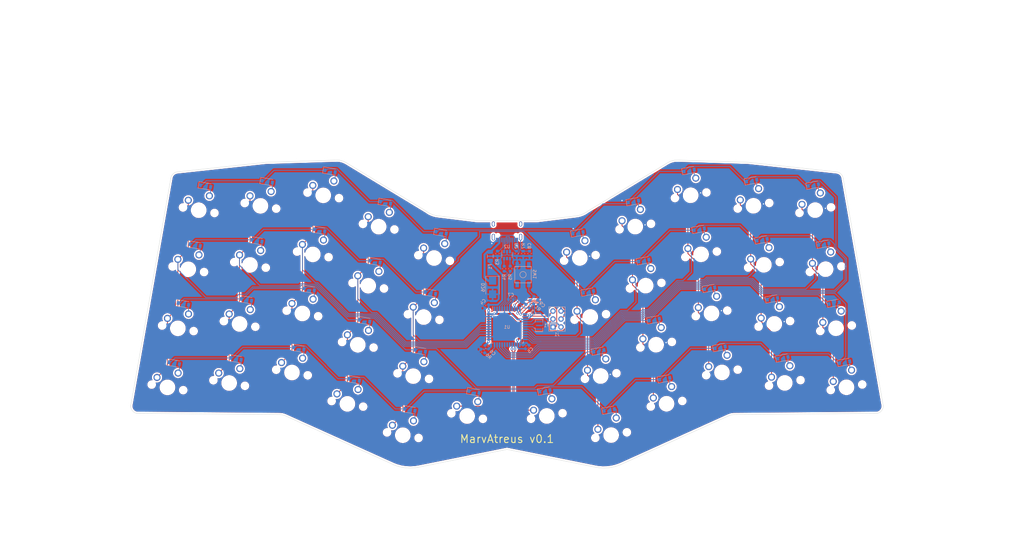
<source format=kicad_pcb>
(kicad_pcb (version 20171130) (host pcbnew "(5.1.5)-3")
  (layers (0 F.Cu signal) (31 B.Cu signal) (34 B.Paste user) (35 F.Paste user) (36 B.SilkS user) (37 F.SilkS user) (38 B.Mask user) (39 F.Mask user) (44 Edge.Cuts user))
  (net 0 "")
  (net 1 GND)
  (net 2 "Net-(C3-Pad1)")
  (net 3 +5V)
  (net 4 "Net-(D1-Pad2)")
  (net 5 Row0)
  (net 6 "Net-(D2-Pad2)")
  (net 7 "Net-(D3-Pad2)")
  (net 8 "Net-(D4-Pad2)")
  (net 9 "Net-(D5-Pad2)")
  (net 10 "Net-(D6-Pad2)")
  (net 11 "Net-(D7-Pad2)")
  (net 12 "Net-(D8-Pad2)")
  (net 13 "Net-(D9-Pad2)")
  (net 14 "Net-(D10-Pad2)")
  (net 15 "Net-(D11-Pad2)")
  (net 16 Row1)
  (net 17 "Net-(D12-Pad2)")
  (net 18 "Net-(D13-Pad2)")
  (net 19 "Net-(D14-Pad2)")
  (net 20 "Net-(D15-Pad2)")
  (net 21 "Net-(D16-Pad2)")
  (net 22 "Net-(D17-Pad2)")
  (net 23 "Net-(D18-Pad2)")
  (net 24 "Net-(D19-Pad2)")
  (net 25 "Net-(D20-Pad2)")
  (net 26 "Net-(D21-Pad2)")
  (net 27 Row2)
  (net 28 "Net-(D22-Pad2)")
  (net 29 "Net-(D23-Pad2)")
  (net 30 "Net-(D24-Pad2)")
  (net 31 "Net-(D25-Pad2)")
  (net 32 "Net-(D28-Pad2)")
  (net 33 "Net-(D29-Pad2)")
  (net 34 "Net-(D30-Pad2)")
  (net 35 "Net-(D31-Pad2)")
  (net 36 "Net-(D32-Pad2)")
  (net 37 "Net-(D33-Pad2)")
  (net 38 Row3)
  (net 39 "Net-(D34-Pad2)")
  (net 40 "Net-(D35-Pad2)")
  (net 41 "Net-(D36-Pad2)")
  (net 42 "Net-(D37-Pad2)")
  (net 43 "Net-(D38-Pad2)")
  (net 44 "Net-(D39-Pad2)")
  (net 45 "Net-(D40-Pad2)")
  (net 46 "Net-(D41-Pad2)")
  (net 47 "Net-(D42-Pad2)")
  (net 48 "Net-(D43-Pad2)")
  (net 49 "Net-(D44-Pad2)")
  (net 50 VCC)
  (net 51 Col0)
  (net 52 Col1)
  (net 53 Col2)
  (net 54 Col3)
  (net 55 Col4)
  (net 56 Col7)
  (net 57 Col8)
  (net 58 Col9)
  (net 59 Col10)
  (net 60 Col11)
  (net 61 Col5)
  (net 62 Col6)
  (net 63 "Net-(R2-Pad1)")
  (net 64 "Net-(R3-Pad1)")
  (net 65 D+)
  (net 66 "Net-(R4-Pad1)")
  (net 67 D-)
  (net 68 "Net-(R5-Pad1)")
  (net 69 "Net-(R6-Pad2)")
  (net 70 "Net-(U1-Pad42)")
  (net 71 "Net-(U1-Pad28)")
  (net 72 "Net-(U1-Pad27)")
  (net 73 "Net-(U1-Pad1)")
  (net 74 "Net-(USB1-Pad3)")
  (net 75 "Net-(USB1-Pad9)")
  (net 76 "Net-(U1-Pad12)")
  (net 77 "Net-(U1-Pad8)")
  (net 78 "Net-(C8-Pad2)")
  (net 79 "Net-(R4-Pad2)")
  (net 80 "Net-(R5-Pad2)")
  (net 81 LedSig)
  (net 82 "Net-(U1-Pad17)")
  (net 83 "Net-(U1-Pad16)")
  (net 84 RST)
  (net 85 MOSI)
  (net 86 SCK)
  (net 87 MISO)
  (net 88 "Net-(U2-Pad5)")
  (module Diode_SMD:D_SMB (layer B.Cu) (at 135.078 93.93 270)
    (fp_text reference D26 (at 0 3 270) (layer B.SilkS) (effects (justify mirror)))
    (fp_text value "TVS 5V")
    (pad 2 smd rect (at 2.15 0 270) (size 2.5 2.3) (layers B.Cu B.Paste B.Mask) (net 1 GND))
    (pad 1 smd rect (at -2.15 0 270) (size 2.5 2.3) (layers B.Cu B.Paste B.Mask) (net 50 VCC))
  )
  (module Connector_PinHeader_2.54mm:PinHeader_2x03_P2.54mm_Vertical (layer B.Cu) (at 154.255 106.494)
    (fp_text reference J1 (at 1.27 2.33) (layer B.SilkS) (effects (justify mirror)))
    (fp_text value Conn_02x03_Odd_Even)
    (pad 6 thru_hole oval (at 2.54 -5.08) (size 1.7 1.7) (drill 1) (layers *.Cu *.Mask) (net 1 GND))
    (pad 5 thru_hole oval (at 0 -5.08) (size 1.7 1.7) (drill 1) (layers *.Cu *.Mask) (net 84 RST))
    (pad 4 thru_hole oval (at 2.54 -2.54) (size 1.7 1.7) (drill 1) (layers *.Cu *.Mask) (net 85 MOSI))
    (pad 3 thru_hole oval (at 0 -2.54) (size 1.7 1.7) (drill 1) (layers *.Cu *.Mask) (net 86 SCK))
    (pad 2 thru_hole oval (at 2.54 0) (size 1.7 1.7) (drill 1) (layers *.Cu *.Mask) (net 3 +5V))
    (pad 1 thru_hole rect (at 0 0) (size 1.7 1.7) (drill 1) (layers *.Cu *.Mask) (net 87 MISO))
  )
  (module random-keyboard-parts:D_SOD-123_NoReference (layer B.Cu) (at 246.795283 117.676576 10)
    (fp_text reference D44 hide)
    (fp_text value SOD-123)
    (pad 2 smd rect (at 1.65 0 10) (size 0.9 1.2) (layers B.Cu B.Paste B.Mask) (net 49 "Net-(D44-Pad2)"))
    (pad 1 smd rect (at -1.65 0 10) (size 0.9 1.2) (layers B.Cu B.Paste B.Mask) (net 38 Row3))
  )
  (module random-keyboard-parts:D_SOD-123_NoReference (layer B.Cu) (at 227.207645 116.294423 10)
    (fp_text reference D43 hide)
    (fp_text value SOD-123)
    (pad 2 smd rect (at 1.65 0 10) (size 0.9 1.2) (layers B.Cu B.Paste B.Mask) (net 48 "Net-(D43-Pad2)"))
    (pad 1 smd rect (at -1.65 0 10) (size 0.9 1.2) (layers B.Cu B.Paste B.Mask) (net 38 Row3))
  )
  (module random-keyboard-parts:D_SOD-123_NoReference (layer B.Cu) (at 207.275426 112.958038 10)
    (fp_text reference D42 hide)
    (fp_text value SOD-123)
    (pad 2 smd rect (at 1.65 0 10) (size 0.9 1.2) (layers B.Cu B.Paste B.Mask) (net 47 "Net-(D42-Pad2)"))
    (pad 1 smd rect (at -1.65 0 10) (size 0.9 1.2) (layers B.Cu B.Paste B.Mask) (net 38 Row3))
  )
  (module random-keyboard-parts:D_SOD-123_NoReference (layer B.Cu) (at 189.686376 122.910435 10)
    (fp_text reference D41 hide)
    (fp_text value SOD-123)
    (pad 2 smd rect (at 1.65 0 10) (size 0.9 1.2) (layers B.Cu B.Paste B.Mask) (net 46 "Net-(D41-Pad2)"))
    (pad 1 smd rect (at -1.65 0 10) (size 0.9 1.2) (layers B.Cu B.Paste B.Mask) (net 38 Row3))
  )
  (module random-keyboard-parts:D_SOD-123_NoReference (layer B.Cu) (at 172.097327 132.862833 10)
    (fp_text reference D40 hide)
    (fp_text value SOD-123)
    (pad 2 smd rect (at 1.65 0 10) (size 0.9 1.2) (layers B.Cu B.Paste B.Mask) (net 45 "Net-(D40-Pad2)"))
    (pad 1 smd rect (at -1.65 0 10) (size 0.9 1.2) (layers B.Cu B.Paste B.Mask) (net 38 Row3))
  )
  (module random-keyboard-parts:D_SOD-123_NoReference (layer B.Cu) (at 151.682689 126.790522 10)
    (fp_text reference D39 hide)
    (fp_text value SOD-123)
    (pad 2 smd rect (at 1.65 0 10) (size 0.9 1.2) (layers B.Cu B.Paste B.Mask) (net 44 "Net-(D39-Pad2)"))
    (pad 1 smd rect (at -1.65 0 10) (size 0.9 1.2) (layers B.Cu B.Paste B.Mask) (net 38 Row3))
  )
  (module random-keyboard-parts:D_SOD-123_NoReference (layer B.Cu) (at 129.158558 127.100273 350)
    (fp_text reference D38 hide)
    (fp_text value SOD-123)
    (pad 2 smd rect (at 1.65 0 350) (size 0.9 1.2) (layers B.Cu B.Paste B.Mask) (net 43 "Net-(D38-Pad2)"))
    (pad 1 smd rect (at -1.65 0 350) (size 0.9 1.2) (layers B.Cu B.Paste B.Mask) (net 38 Row3))
  )
  (module random-keyboard-parts:D_SOD-123_NoReference (layer B.Cu) (at 108.812837 132.781738 350)
    (fp_text reference D37 hide)
    (fp_text value SOD-123)
    (pad 2 smd rect (at 1.65 0 350) (size 0.9 1.2) (layers B.Cu B.Paste B.Mask) (net 42 "Net-(D37-Pad2)"))
    (pad 1 smd rect (at -1.65 0 350) (size 0.9 1.2) (layers B.Cu B.Paste B.Mask) (net 38 Row3))
  )
  (module random-keyboard-parts:D_SOD-123_NoReference (layer B.Cu) (at 91.154871 123.220187 350)
    (fp_text reference D36 hide)
    (fp_text value SOD-123)
    (pad 2 smd rect (at 1.65 0 350) (size 0.9 1.2) (layers B.Cu B.Paste B.Mask) (net 41 "Net-(D36-Pad2)"))
    (pad 1 smd rect (at -1.65 0 350) (size 0.9 1.2) (layers B.Cu B.Paste B.Mask) (net 38 Row3))
  )
  (module random-keyboard-parts:D_SOD-123_NoReference (layer B.Cu) (at 73.565822 113.267789 350)
    (fp_text reference D35 hide)
    (fp_text value SOD-123)
    (pad 2 smd rect (at 1.65 0 350) (size 0.9 1.2) (layers B.Cu B.Paste B.Mask) (net 40 "Net-(D35-Pad2)"))
    (pad 1 smd rect (at -1.65 0 350) (size 0.9 1.2) (layers B.Cu B.Paste B.Mask) (net 38 Row3))
  )
  (module random-keyboard-parts:D_SOD-123_NoReference (layer B.Cu) (at 53.6336 116.604175 350)
    (fp_text reference D34 hide)
    (fp_text value SOD-123)
    (pad 2 smd rect (at 1.65 0 350) (size 0.9 1.2) (layers B.Cu B.Paste B.Mask) (net 39 "Net-(D34-Pad2)"))
    (pad 1 smd rect (at -1.65 0 350) (size 0.9 1.2) (layers B.Cu B.Paste B.Mask) (net 38 Row3))
  )
  (module random-keyboard-parts:D_SOD-123_NoReference (layer B.Cu) (at 34.045964 117.986327 350)
    (fp_text reference D33 hide)
    (fp_text value SOD-123)
    (pad 2 smd rect (at 1.65 0 350) (size 0.9 1.2) (layers B.Cu B.Paste B.Mask) (net 37 "Net-(D33-Pad2)"))
    (pad 1 smd rect (at -1.65 0 350) (size 0.9 1.2) (layers B.Cu B.Paste B.Mask) (net 38 Row3))
  )
  (module random-keyboard-parts:D_SOD-123_NoReference (layer B.Cu) (at 243.487275 98.915941 10)
    (fp_text reference D32 hide)
    (fp_text value SOD-123)
    (pad 2 smd rect (at 1.65 0 10) (size 0.9 1.2) (layers B.Cu B.Paste B.Mask) (net 36 "Net-(D32-Pad2)"))
    (pad 1 smd rect (at -1.65 0 10) (size 0.9 1.2) (layers B.Cu B.Paste B.Mask) (net 27 Row2))
  )
  (module random-keyboard-parts:D_SOD-123_NoReference (layer B.Cu) (at 223.899639 97.533789 10)
    (fp_text reference D31 hide)
    (fp_text value SOD-123)
    (pad 2 smd rect (at 1.65 0 10) (size 0.9 1.2) (layers B.Cu B.Paste B.Mask) (net 35 "Net-(D31-Pad2)"))
    (pad 1 smd rect (at -1.65 0 10) (size 0.9 1.2) (layers B.Cu B.Paste B.Mask) (net 27 Row2))
  )
  (module random-keyboard-parts:D_SOD-123_NoReference (layer B.Cu) (at 203.967418 94.197403 10)
    (fp_text reference D30 hide)
    (fp_text value SOD-123)
    (pad 2 smd rect (at 1.65 0 10) (size 0.9 1.2) (layers B.Cu B.Paste B.Mask) (net 34 "Net-(D30-Pad2)"))
    (pad 1 smd rect (at -1.65 0 10) (size 0.9 1.2) (layers B.Cu B.Paste B.Mask) (net 27 Row2))
  )
  (module random-keyboard-parts:D_SOD-123_NoReference (layer B.Cu) (at 186.37837 104.1498 10)
    (fp_text reference D29 hide)
    (fp_text value SOD-123)
    (pad 2 smd rect (at 1.65 0 10) (size 0.9 1.2) (layers B.Cu B.Paste B.Mask) (net 33 "Net-(D29-Pad2)"))
    (pad 1 smd rect (at -1.65 0 10) (size 0.9 1.2) (layers B.Cu B.Paste B.Mask) (net 27 Row2))
  )
  (module random-keyboard-parts:D_SOD-123_NoReference (layer B.Cu) (at 168.789321 114.102199 10)
    (fp_text reference D28 hide)
    (fp_text value SOD-123)
    (pad 2 smd rect (at 1.65 0 10) (size 0.9 1.2) (layers B.Cu B.Paste B.Mask) (net 32 "Net-(D28-Pad2)"))
    (pad 1 smd rect (at -1.65 0 10) (size 0.9 1.2) (layers B.Cu B.Paste B.Mask) (net 27 Row2))
  )
  (module random-keyboard-parts:D_SOD-123_NoReference (layer B.Cu) (at 112.120843 114.021103 350)
    (fp_text reference D25 hide)
    (fp_text value SOD-123)
    (pad 2 smd rect (at 1.65 0 350) (size 0.9 1.2) (layers B.Cu B.Paste B.Mask) (net 31 "Net-(D25-Pad2)"))
    (pad 1 smd rect (at -1.65 0 350) (size 0.9 1.2) (layers B.Cu B.Paste B.Mask) (net 27 Row2))
  )
  (module random-keyboard-parts:D_SOD-123_NoReference (layer B.Cu) (at 94.462877 104.459553 350)
    (fp_text reference D24 hide)
    (fp_text value SOD-123)
    (pad 2 smd rect (at 1.65 0 350) (size 0.9 1.2) (layers B.Cu B.Paste B.Mask) (net 30 "Net-(D24-Pad2)"))
    (pad 1 smd rect (at -1.65 0 350) (size 0.9 1.2) (layers B.Cu B.Paste B.Mask) (net 27 Row2))
  )
  (module random-keyboard-parts:D_SOD-123_NoReference (layer B.Cu) (at 76.873828 94.507154 350)
    (fp_text reference D23 hide)
    (fp_text value SOD-123)
    (pad 2 smd rect (at 1.65 0 350) (size 0.9 1.2) (layers B.Cu B.Paste B.Mask) (net 29 "Net-(D23-Pad2)"))
    (pad 1 smd rect (at -1.65 0 350) (size 0.9 1.2) (layers B.Cu B.Paste B.Mask) (net 27 Row2))
  )
  (module random-keyboard-parts:D_SOD-123_NoReference (layer B.Cu) (at 56.941607 97.843539 350)
    (fp_text reference D22 hide)
    (fp_text value SOD-123)
    (pad 2 smd rect (at 1.65 0 350) (size 0.9 1.2) (layers B.Cu B.Paste B.Mask) (net 28 "Net-(D22-Pad2)"))
    (pad 1 smd rect (at -1.65 0 350) (size 0.9 1.2) (layers B.Cu B.Paste B.Mask) (net 27 Row2))
  )
  (module random-keyboard-parts:D_SOD-123_NoReference (layer B.Cu) (at 36.963124 99.156775 350)
    (fp_text reference D21 hide)
    (fp_text value SOD-123)
    (pad 2 smd rect (at 1.65 0 350) (size 0.9 1.2) (layers B.Cu B.Paste B.Mask) (net 26 "Net-(D21-Pad2)"))
    (pad 1 smd rect (at -1.65 0 350) (size 0.9 1.2) (layers B.Cu B.Paste B.Mask) (net 27 Row2))
  )
  (module random-keyboard-parts:D_SOD-123_NoReference (layer B.Cu) (at 240.17927 80.155307 10)
    (fp_text reference D20 hide)
    (fp_text value SOD-123)
    (pad 2 smd rect (at 1.65 0 10) (size 0.9 1.2) (layers B.Cu B.Paste B.Mask) (net 25 "Net-(D20-Pad2)"))
    (pad 1 smd rect (at -1.65 0 10) (size 0.9 1.2) (layers B.Cu B.Paste B.Mask) (net 16 Row1))
  )
  (module random-keyboard-parts:D_SOD-123_NoReference (layer B.Cu) (at 220.591634 78.773153 10)
    (fp_text reference D19 hide)
    (fp_text value SOD-123)
    (pad 2 smd rect (at 1.65 0 10) (size 0.9 1.2) (layers B.Cu B.Paste B.Mask) (net 24 "Net-(D19-Pad2)"))
    (pad 1 smd rect (at -1.65 0 10) (size 0.9 1.2) (layers B.Cu B.Paste B.Mask) (net 16 Row1))
  )
  (module random-keyboard-parts:D_SOD-123_NoReference (layer B.Cu) (at 200.659412 75.436767 10)
    (fp_text reference D18 hide)
    (fp_text value SOD-123)
    (pad 2 smd rect (at 1.65 0 10) (size 0.9 1.2) (layers B.Cu B.Paste B.Mask) (net 23 "Net-(D18-Pad2)"))
    (pad 1 smd rect (at -1.65 0 10) (size 0.9 1.2) (layers B.Cu B.Paste B.Mask) (net 16 Row1))
  )
  (module random-keyboard-parts:D_SOD-123_NoReference (layer B.Cu) (at 183.070364 85.389165 10)
    (fp_text reference D17 hide)
    (fp_text value SOD-123)
    (pad 2 smd rect (at 1.65 0 10) (size 0.9 1.2) (layers B.Cu B.Paste B.Mask) (net 22 "Net-(D17-Pad2)"))
    (pad 1 smd rect (at -1.65 0 10) (size 0.9 1.2) (layers B.Cu B.Paste B.Mask) (net 16 Row1))
  )
  (module random-keyboard-parts:D_SOD-123_NoReference (layer B.Cu) (at 165.481313 95.341563 10)
    (fp_text reference D16 hide)
    (fp_text value SOD-123)
    (pad 2 smd rect (at 1.65 0 10) (size 0.9 1.2) (layers B.Cu B.Paste B.Mask) (net 21 "Net-(D16-Pad2)"))
    (pad 1 smd rect (at -1.65 0 10) (size 0.9 1.2) (layers B.Cu B.Paste B.Mask) (net 16 Row1))
  )
  (module random-keyboard-parts:D_SOD-123_NoReference (layer B.Cu) (at 115.359933 95.651315 350)
    (fp_text reference D15 hide)
    (fp_text value SOD-123)
    (pad 2 smd rect (at 1.65 0 350) (size 0.9 1.2) (layers B.Cu B.Paste B.Mask) (net 20 "Net-(D15-Pad2)"))
    (pad 1 smd rect (at -1.65 0 350) (size 0.9 1.2) (layers B.Cu B.Paste B.Mask) (net 16 Row1))
  )
  (module random-keyboard-parts:D_SOD-123_NoReference (layer B.Cu) (at 97.770883 85.698917 350)
    (fp_text reference D14 hide)
    (fp_text value SOD-123)
    (pad 2 smd rect (at 1.65 0 350) (size 0.9 1.2) (layers B.Cu B.Paste B.Mask) (net 19 "Net-(D14-Pad2)"))
    (pad 1 smd rect (at -1.65 0 350) (size 0.9 1.2) (layers B.Cu B.Paste B.Mask) (net 16 Row1))
  )
  (module random-keyboard-parts:D_SOD-123_NoReference (layer B.Cu) (at 80.181833 75.746518 350)
    (fp_text reference D13 hide)
    (fp_text value SOD-123)
    (pad 2 smd rect (at 1.65 0 350) (size 0.9 1.2) (layers B.Cu B.Paste B.Mask) (net 18 "Net-(D13-Pad2)"))
    (pad 1 smd rect (at -1.65 0 350) (size 0.9 1.2) (layers B.Cu B.Paste B.Mask) (net 16 Row1))
  )
  (module random-keyboard-parts:D_SOD-123_NoReference (layer B.Cu) (at 60.249613 79.082905 350)
    (fp_text reference D12 hide)
    (fp_text value SOD-123)
    (pad 2 smd rect (at 1.65 0 350) (size 0.9 1.2) (layers B.Cu B.Paste B.Mask) (net 17 "Net-(D12-Pad2)"))
    (pad 1 smd rect (at -1.65 0 350) (size 0.9 1.2) (layers B.Cu B.Paste B.Mask) (net 16 Row1))
  )
  (module random-keyboard-parts:D_SOD-123_NoReference (layer B.Cu) (at 40.661977 80.465057 350)
    (fp_text reference D11 hide)
    (fp_text value SOD-123)
    (pad 2 smd rect (at 1.65 0 350) (size 0.9 1.2) (layers B.Cu B.Paste B.Mask) (net 15 "Net-(D11-Pad2)"))
    (pad 1 smd rect (at -1.65 0 350) (size 0.9 1.2) (layers B.Cu B.Paste B.Mask) (net 16 Row1))
  )
  (module random-keyboard-parts:D_SOD-123_NoReference (layer B.Cu) (at 236.871263 61.394671 10)
    (fp_text reference D10 hide)
    (fp_text value SOD-123)
    (pad 2 smd rect (at 1.65 0 10) (size 0.9 1.2) (layers B.Cu B.Paste B.Mask) (net 14 "Net-(D10-Pad2)"))
    (pad 1 smd rect (at -1.65 0 10) (size 0.9 1.2) (layers B.Cu B.Paste B.Mask) (net 5 Row0))
  )
  (module random-keyboard-parts:D_SOD-123_NoReference (layer B.Cu) (at 217.283628 60.012519 10)
    (fp_text reference D9 hide)
    (fp_text value SOD-123)
    (pad 2 smd rect (at 1.65 0 10) (size 0.9 1.2) (layers B.Cu B.Paste B.Mask) (net 13 "Net-(D9-Pad2)"))
    (pad 1 smd rect (at -1.65 0 10) (size 0.9 1.2) (layers B.Cu B.Paste B.Mask) (net 5 Row0))
  )
  (module random-keyboard-parts:D_SOD-123_NoReference (layer B.Cu) (at 197.454863 56.760327 10)
    (fp_text reference D8 hide)
    (fp_text value SOD-123)
    (pad 2 smd rect (at 1.65 0 10) (size 0.9 1.2) (layers B.Cu B.Paste B.Mask) (net 12 "Net-(D8-Pad2)"))
    (pad 1 smd rect (at -1.65 0 10) (size 0.9 1.2) (layers B.Cu B.Paste B.Mask) (net 5 Row0))
  )
  (module random-keyboard-parts:D_SOD-123_NoReference (layer B.Cu) (at 179.762358 66.62853 10)
    (fp_text reference D7 hide)
    (fp_text value SOD-123)
    (pad 2 smd rect (at 1.65 0 10) (size 0.9 1.2) (layers B.Cu B.Paste B.Mask) (net 11 "Net-(D7-Pad2)"))
    (pad 1 smd rect (at -1.65 0 10) (size 0.9 1.2) (layers B.Cu B.Paste B.Mask) (net 5 Row0))
  )
  (module random-keyboard-parts:D_SOD-123_NoReference (layer B.Cu) (at 162.173306 76.580929 10)
    (fp_text reference D6 hide)
    (fp_text value SOD-123)
    (pad 2 smd rect (at 1.65 0 10) (size 0.9 1.2) (layers B.Cu B.Paste B.Mask) (net 10 "Net-(D6-Pad2)"))
    (pad 1 smd rect (at -1.65 0 10) (size 0.9 1.2) (layers B.Cu B.Paste B.Mask) (net 5 Row0))
  )
  (module random-keyboard-parts:D_SOD-123_NoReference (layer B.Cu) (at 118.736855 76.499834 350)
    (fp_text reference D5 hide)
    (fp_text value SOD-123)
    (pad 2 smd rect (at 1.65 0 350) (size 0.9 1.2) (layers B.Cu B.Paste B.Mask) (net 9 "Net-(D5-Pad2)"))
    (pad 1 smd rect (at -1.65 0 350) (size 0.9 1.2) (layers B.Cu B.Paste B.Mask) (net 5 Row0))
  )
  (module random-keyboard-parts:D_SOD-123_NoReference (layer B.Cu) (at 101.078889 66.938283 350)
    (fp_text reference D4 hide)
    (fp_text value SOD-123)
    (pad 2 smd rect (at 1.65 0 350) (size 0.9 1.2) (layers B.Cu B.Paste B.Mask) (net 8 "Net-(D4-Pad2)"))
    (pad 1 smd rect (at -1.65 0 350) (size 0.9 1.2) (layers B.Cu B.Paste B.Mask) (net 5 Row0))
  )
  (module random-keyboard-parts:D_SOD-123_NoReference (layer B.Cu) (at 83.489839 56.985884 350)
    (fp_text reference D3 hide)
    (fp_text value SOD-123)
    (pad 2 smd rect (at 1.65 0 350) (size 0.9 1.2) (layers B.Cu B.Paste B.Mask) (net 7 "Net-(D3-Pad2)"))
    (pad 1 smd rect (at -1.65 0 350) (size 0.9 1.2) (layers B.Cu B.Paste B.Mask) (net 5 Row0))
  )
  (module random-keyboard-parts:D_SOD-123_NoReference (layer B.Cu) (at 63.557619 60.322269 350)
    (fp_text reference D2 hide)
    (fp_text value SOD-123)
    (pad 2 smd rect (at 1.65 0 350) (size 0.9 1.2) (layers B.Cu B.Paste B.Mask) (net 6 "Net-(D2-Pad2)"))
    (pad 1 smd rect (at -1.65 0 350) (size 0.9 1.2) (layers B.Cu B.Paste B.Mask) (net 5 Row0))
  )
  (module random-keyboard-parts:D_SOD-123_NoReference (layer B.Cu) (at 43.969982 61.704422 350)
    (fp_text reference D1 hide)
    (fp_text value SOD-123)
    (pad 2 smd rect (at 1.65 0 350) (size 0.9 1.2) (layers B.Cu B.Paste B.Mask) (net 4 "Net-(D1-Pad2)"))
    (pad 1 smd rect (at -1.65 0 350) (size 0.9 1.2) (layers B.Cu B.Paste B.Mask) (net 5 Row0))
  )
  (module Crystal:Resonator_SMD_muRata_CSTxExxV-3Pin_3.0x1.1mm (layer B.Cu) (at 149.81 105.986 90)
    (fp_text reference Y1 (at 0 2.413 180) (layer B.SilkS) (effects (justify mirror)))
    (fp_text value Resonator_Small)
    (pad 3 smd rect (at 1.2 0 90) (size 0.4 1.9) (layers B.Cu B.Paste B.Mask) (net 83 "Net-(U1-Pad16)"))
    (pad 2 smd rect (at 0 0 90) (size 0.4 1.9) (layers B.Cu B.Paste B.Mask) (net 1 GND))
    (pad 1 smd rect (at -1.2 0 90) (size 0.4 1.9) (layers B.Cu B.Paste B.Mask) (net 82 "Net-(U1-Pad17)"))
  )
  (module Package_TO_SOT_SMD:SOT-23-6 (layer B.Cu) (at 139.65 83.634 270)
    (fp_text reference U2 (at -2.667 0) (layer B.SilkS) (effects (justify mirror)))
    (fp_text value USBLC6-2SC6)
    (pad 5 smd rect (at 1.1 0 270) (size 1.06 0.65) (layers B.Cu B.Paste B.Mask) (net 88 "Net-(U2-Pad5)"))
    (pad 6 smd rect (at 1.1 0.95 270) (size 1.06 0.65) (layers B.Cu B.Paste B.Mask) (net 79 "Net-(R4-Pad2)"))
    (pad 4 smd rect (at 1.1 -0.95 270) (size 1.06 0.65) (layers B.Cu B.Paste B.Mask) (net 80 "Net-(R5-Pad2)"))
    (pad 3 smd rect (at -1.1 -0.95 270) (size 1.06 0.65) (layers B.Cu B.Paste B.Mask) (net 65 D+))
    (pad 2 smd rect (at -1.1 0 270) (size 1.06 0.65) (layers B.Cu B.Paste B.Mask) (net 1 GND))
    (pad 1 smd rect (at -1.1 0.95 270) (size 1.06 0.65) (layers B.Cu B.Paste B.Mask) (net 67 D-))
  )
  (module Resistor_SMD:R_0603_1608Metric (layer B.Cu) (at 144.7935 83.164 270)
    (fp_text reference R7 (at -2.451 -0.0635 270) (layer B.SilkS) (effects (justify mirror)))
    (fp_text value 1M)
    (pad 1 smd roundrect (at -0.7875 0 270) (size 0.875 0.95) (layers B.Cu B.Paste B.Mask) (net 78 "Net-(C8-Pad2)"))
    (pad 2 smd roundrect (at 0.7875 0 270) (size 0.875 0.95) (layers B.Cu B.Paste B.Mask) (net 1 GND))
  )
  (module Capacitor_SMD:C_0603_1608Metric (layer B.Cu) (at 148.795953 97.354493 315)
    (fp_text reference C9 (at 2.869124 -0.001796 135) (layer B.SilkS) (effects (justify mirror)))
    (fp_text value 100nF)
    (pad 2 smd roundrect (at 0.7875 0 315) (size 0.875 0.95) (layers B.Cu B.Paste B.Mask) (net 1 GND))
    (pad 1 smd roundrect (at -0.7875 0 315) (size 0.875 0.95) (layers B.Cu B.Paste B.Mask) (net 84 RST))
  )
  (module Capacitor_SMD:C_0603_1608Metric (layer B.Cu) (at 146.8001 83.164 90)
    (fp_text reference C8 (at 2.451 -0.0381 270) (layer B.SilkS) (effects (justify mirror)))
    (fp_text value 100nF)
    (pad 1 smd roundrect (at -0.7875 0 90) (size 0.875 0.95) (layers B.Cu B.Paste B.Mask) (net 1 GND))
    (pad 2 smd roundrect (at 0.7875 0 90) (size 0.875 0.95) (layers B.Cu B.Paste B.Mask) (net 78 "Net-(C8-Pad2)"))
  )
  (module MX_Only:MXOnly-1U-NoLED (layer F.Cu) (at 51.473572 124.283272 350)
    (fp_text reference MX34)
    (fp_text value MX-NoLED)
    (pad 2 thru_hole circle (at 2.54 -5.08 350) (size 2.25 2.25) (drill 1.47) (layers *.Cu B.Mask) (net 39 "Net-(D34-Pad2)"))
    (pad "" np_thru_hole circle (at 0 0 350) (size 3.9878 3.9878) (drill 3.9878) (layers *.Cu *.Mask))
    (pad 1 thru_hole circle (at -3.81 -2.54 350) (size 2.25 2.25) (drill 1.47) (layers *.Cu B.Mask) (net 52 Col1))
    (pad "" np_thru_hole circle (at -5.08 0 38.0996) (size 1.75 1.75) (drill 1.75) (layers *.Cu *.Mask))
    (pad "" np_thru_hole circle (at 5.08 0 38.0996) (size 1.75 1.75) (drill 1.75) (layers *.Cu *.Mask))
  )
  (module Resistor_SMD:R_0603_1608Metric (layer B.Cu) (at 131.997153 114.113277 315)
    (fp_text reference R6 (at 2.448407 -0.112518 135) (layer B.SilkS) (effects (justify mirror)))
    (fp_text value 10k)
    (pad 2 smd roundrect (at 0.7875 0 315) (size 0.875 0.95) (layers B.Cu B.Paste B.Mask) (net 69 "Net-(R6-Pad2)"))
    (pad 1 smd roundrect (at -0.7875 0 315) (size 0.875 0.95) (layers B.Cu B.Paste B.Mask) (net 1 GND))
  )
  (module Resistor_SMD:R_0603_1608Metric (layer B.Cu) (at 140.666 87.952 90)
    (fp_text reference R5 (at -2.667 0 270) (layer B.SilkS) (effects (justify mirror)))
    (fp_text value 22)
    (pad 2 smd roundrect (at 0.7875 0 90) (size 0.875 0.95) (layers B.Cu B.Paste B.Mask) (net 80 "Net-(R5-Pad2)"))
    (pad 1 smd roundrect (at -0.7875 0 90) (size 0.875 0.95) (layers B.Cu B.Paste B.Mask) (net 68 "Net-(R5-Pad1)"))
  )
  (module Resistor_SMD:R_0603_1608Metric (layer B.Cu) (at 138.761 87.9775 90)
    (fp_text reference R4 (at -2.6415 0 270) (layer B.SilkS) (effects (justify mirror)))
    (fp_text value 22)
    (pad 2 smd roundrect (at 0.7875 0 90) (size 0.875 0.95) (layers B.Cu B.Paste B.Mask) (net 79 "Net-(R4-Pad2)"))
    (pad 1 smd roundrect (at -0.7875 0 90) (size 0.875 0.95) (layers B.Cu B.Paste B.Mask) (net 66 "Net-(R4-Pad1)"))
  )
  (module Resistor_SMD:R_0603_1608Metric (layer B.Cu) (at 136.618 83.162432 270)
    (fp_text reference R3 (at 2.630568 0.016 90) (layer B.SilkS) (effects (justify mirror)))
    (fp_text value 5.1k)
    (pad 1 smd roundrect (at -0.7875 0 270) (size 0.875 0.95) (layers B.Cu B.Paste B.Mask) (net 64 "Net-(R3-Pad1)"))
    (pad 2 smd roundrect (at 0.7875 0 270) (size 0.875 0.95) (layers B.Cu B.Paste B.Mask) (net 1 GND))
  )
  (module Resistor_SMD:R_0603_1608Metric (layer B.Cu) (at 142.714 83.162432 270)
    (fp_text reference R2 (at -2.449432 0.016 270) (layer B.SilkS) (effects (justify mirror)))
    (fp_text value 5.1k)
    (pad 1 smd roundrect (at -0.7875 0 270) (size 0.875 0.95) (layers B.Cu B.Paste B.Mask) (net 63 "Net-(R2-Pad1)"))
    (pad 2 smd roundrect (at 0.7875 0 270) (size 0.875 0.95) (layers B.Cu B.Paste B.Mask) (net 1 GND))
  )
  (module Resistor_SMD:R_0603_1608Metric (layer B.Cu) (at 147.491153 98.619277 135)
    (fp_text reference R1 (at -2.717814 0.022715 135) (layer B.SilkS) (effects (justify mirror)))
    (fp_text value 10k)
    (pad 2 smd roundrect (at 0.7875 0 135) (size 0.875 0.95) (layers B.Cu B.Paste B.Mask) (net 84 RST))
    (pad 1 smd roundrect (at -0.7875 0 135) (size 0.875 0.95) (layers B.Cu B.Paste B.Mask) (net 3 +5V))
  )
  (module Capacitor_SMD:C_0603_1608Metric (layer B.Cu) (at 140.8945 97.731 180)
    (fp_text reference C7 (at 0 1.43) (layer B.SilkS) (effects (justify mirror)))
    (fp_text value 10uF)
    (pad 2 smd roundrect (at 0.7875 0 180) (size 0.875 0.95) (layers B.Cu B.Paste B.Mask) (net 1 GND))
    (pad 1 smd roundrect (at -0.7875 0 180) (size 0.875 0.95) (layers B.Cu B.Paste B.Mask) (net 3 +5V))
  )
  (module Capacitor_SMD:C_0603_1608Metric (layer B.Cu) (at 133.267153 112.892124 315)
    (fp_text reference C6 (at 2.503669 -0.057255 135) (layer B.SilkS) (effects (justify mirror)))
    (fp_text value 0.1uF)
    (pad 2 smd roundrect (at 0.7875 0 315) (size 0.875 0.95) (layers B.Cu B.Paste B.Mask) (net 1 GND))
    (pad 1 smd roundrect (at -0.7875 0 315) (size 0.875 0.95) (layers B.Cu B.Paste B.Mask) (net 3 +5V))
  )
  (module Capacitor_SMD:C_0603_1608Metric (layer B.Cu) (at 146.064847 112.843277 45)
    (fp_text reference C5 (at 0 1.43 45) (layer B.SilkS) (effects (justify mirror)))
    (fp_text value 0.1uF)
    (pad 2 smd roundrect (at 0.7875 0 45) (size 0.875 0.95) (layers B.Cu B.Paste B.Mask) (net 1 GND))
    (pad 1 smd roundrect (at -0.7875 0 45) (size 0.875 0.95) (layers B.Cu B.Paste B.Mask) (net 3 +5V))
  )
  (module Capacitor_SMD:C_0603_1608Metric (layer B.Cu) (at 133.267153 99.986971 225)
    (fp_text reference C4 (at -0.181598 1.931196 45) (layer B.SilkS) (effects (justify mirror)))
    (fp_text value 0.1uF)
    (pad 2 smd roundrect (at 0.7875 0 225) (size 0.875 0.95) (layers B.Cu B.Paste B.Mask) (net 1 GND))
    (pad 1 smd roundrect (at -0.7875 0 225) (size 0.875 0.95) (layers B.Cu B.Paste B.Mask) (net 3 +5V))
  )
  (module Capacitor_SMD:C_0603_1608Metric (layer B.Cu) (at 146.221153 99.889277 135)
    (fp_text reference C3 (at -2.717814 -0.15689 135) (layer B.SilkS) (effects (justify mirror)))
    (fp_text value 1uF)
    (pad 2 smd roundrect (at 0.7875 0 135) (size 0.875 0.95) (layers B.Cu B.Paste B.Mask) (net 1 GND))
    (pad 1 smd roundrect (at -0.7875 0 135) (size 0.875 0.95) (layers B.Cu B.Paste B.Mask) (net 2 "Net-(C3-Pad1)"))
  )
  (module Type-C:HRO-TYPE-C-31-M-12 (layer B.Cu) (at 139.652503 71.158648)
    (fp_text reference USB1 hide)
    (fp_text value HRO-TYPE-C-31-M-12)
    (pad 13 thru_hole oval (at 4.32 2.6) (size 1 1.6) (drill oval 0.6 1.2) (layers *.Cu F.Mask) (net 78 "Net-(C8-Pad2)"))
    (pad 13 thru_hole oval (at -4.32 2.6) (size 1 1.6) (drill oval 0.6 1.2) (layers *.Cu F.Mask) (net 78 "Net-(C8-Pad2)"))
    (pad 13 thru_hole oval (at 4.32 6.78) (size 1 2.1) (drill oval 0.6 1.7) (layers *.Cu F.Mask) (net 78 "Net-(C8-Pad2)"))
    (pad 13 thru_hole oval (at -4.32 6.78) (size 1 2.1) (drill oval 0.6 1.7) (layers *.Cu F.Mask) (net 78 "Net-(C8-Pad2)"))
    (pad "" np_thru_hole circle (at -2.89 6.25) (size 0.65 0.65) (drill 0.65) (layers *.Cu *.Mask))
    (pad "" np_thru_hole circle (at 2.89 6.25) (size 0.65 0.65) (drill 0.65) (layers *.Cu *.Mask))
    (pad 6 smd rect (at -0.25 7.695) (size 0.3 1.45) (layers B.Cu B.Paste B.Mask) (net 65 D+))
    (pad 7 smd rect (at 0.25 7.695) (size 0.3 1.45) (layers B.Cu B.Paste B.Mask) (net 67 D-))
    (pad 8 smd rect (at 0.75 7.695) (size 0.3 1.45) (layers B.Cu B.Paste B.Mask) (net 65 D+))
    (pad 5 smd rect (at -0.75 7.695) (size 0.3 1.45) (layers B.Cu B.Paste B.Mask) (net 67 D-))
    (pad 9 smd rect (at 1.25 7.695) (size 0.3 1.45) (layers B.Cu B.Paste B.Mask) (net 75 "Net-(USB1-Pad9)"))
    (pad 4 smd rect (at -1.25 7.695) (size 0.3 1.45) (layers B.Cu B.Paste B.Mask) (net 64 "Net-(R3-Pad1)"))
    (pad 10 smd rect (at 1.75 7.695) (size 0.3 1.45) (layers B.Cu B.Paste B.Mask) (net 63 "Net-(R2-Pad1)"))
    (pad 3 smd rect (at -1.75 7.695) (size 0.3 1.45) (layers B.Cu B.Paste B.Mask) (net 74 "Net-(USB1-Pad3)"))
    (pad 2 smd rect (at -2.45 7.695) (size 0.6 1.45) (layers B.Cu B.Paste B.Mask) (net 50 VCC))
    (pad 11 smd rect (at 2.45 7.695) (size 0.6 1.45) (layers B.Cu B.Paste B.Mask) (net 50 VCC))
    (pad 1 smd rect (at -3.225 7.695) (size 0.6 1.45) (layers B.Cu B.Paste B.Mask) (net 1 GND))
    (pad 12 smd rect (at 3.225 7.695) (size 0.6 1.45) (layers B.Cu B.Paste B.Mask) (net 1 GND))
  )
  (module Package_QFP:TQFP-44_10x10mm_P0.8mm (layer B.Cu) (at 139.690693 106.401232 270)
    (fp_text reference U1 (at 0.092768 0.040693) (layer B.SilkS) (effects (justify mirror)))
    (fp_text value ATmega32U4-AU)
    (pad 44 smd rect (at -4 5.7 180) (size 1.5 0.55) (layers B.Cu B.Paste B.Mask) (net 3 +5V))
    (pad 43 smd rect (at -3.2 5.7 180) (size 1.5 0.55) (layers B.Cu B.Paste B.Mask) (net 1 GND))
    (pad 42 smd rect (at -2.4 5.7 180) (size 1.5 0.55) (layers B.Cu B.Paste B.Mask) (net 70 "Net-(U1-Pad42)"))
    (pad 41 smd rect (at -1.6 5.7 180) (size 1.5 0.55) (layers B.Cu B.Paste B.Mask) (net 81 LedSig))
    (pad 40 smd rect (at -0.8 5.7 180) (size 1.5 0.55) (layers B.Cu B.Paste B.Mask) (net 55 Col4))
    (pad 39 smd rect (at 0 5.7 180) (size 1.5 0.55) (layers B.Cu B.Paste B.Mask) (net 54 Col3))
    (pad 38 smd rect (at 0.8 5.7 180) (size 1.5 0.55) (layers B.Cu B.Paste B.Mask) (net 53 Col2))
    (pad 37 smd rect (at 1.6 5.7 180) (size 1.5 0.55) (layers B.Cu B.Paste B.Mask) (net 52 Col1))
    (pad 36 smd rect (at 2.4 5.7 180) (size 1.5 0.55) (layers B.Cu B.Paste B.Mask) (net 51 Col0))
    (pad 35 smd rect (at 3.2 5.7 180) (size 1.5 0.55) (layers B.Cu B.Paste B.Mask) (net 1 GND))
    (pad 34 smd rect (at 4 5.7 180) (size 1.5 0.55) (layers B.Cu B.Paste B.Mask) (net 3 +5V))
    (pad 33 smd rect (at 5.7 4 270) (size 1.5 0.55) (layers B.Cu B.Paste B.Mask) (net 69 "Net-(R6-Pad2)"))
    (pad 32 smd rect (at 5.7 3.2 270) (size 1.5 0.55) (layers B.Cu B.Paste B.Mask) (net 27 Row2))
    (pad 31 smd rect (at 5.7 2.4 270) (size 1.5 0.55) (layers B.Cu B.Paste B.Mask) (net 38 Row3))
    (pad 30 smd rect (at 5.7 1.6 270) (size 1.5 0.55) (layers B.Cu B.Paste B.Mask) (net 5 Row0))
    (pad 29 smd rect (at 5.7 0.8 270) (size 1.5 0.55) (layers B.Cu B.Paste B.Mask) (net 16 Row1))
    (pad 28 smd rect (at 5.7 0 270) (size 1.5 0.55) (layers B.Cu B.Paste B.Mask) (net 71 "Net-(U1-Pad28)"))
    (pad 27 smd rect (at 5.7 -0.8 270) (size 1.5 0.55) (layers B.Cu B.Paste B.Mask) (net 72 "Net-(U1-Pad27)"))
    (pad 26 smd rect (at 5.7 -1.6 270) (size 1.5 0.55) (layers B.Cu B.Paste B.Mask) (net 61 Col5))
    (pad 25 smd rect (at 5.7 -2.4 270) (size 1.5 0.55) (layers B.Cu B.Paste B.Mask) (net 62 Col6))
    (pad 24 smd rect (at 5.7 -3.2 270) (size 1.5 0.55) (layers B.Cu B.Paste B.Mask) (net 3 +5V))
    (pad 23 smd rect (at 5.7 -4 270) (size 1.5 0.55) (layers B.Cu B.Paste B.Mask) (net 1 GND))
    (pad 22 smd rect (at 4 -5.7 180) (size 1.5 0.55) (layers B.Cu B.Paste B.Mask) (net 60 Col11))
    (pad 21 smd rect (at 3.2 -5.7 180) (size 1.5 0.55) (layers B.Cu B.Paste B.Mask) (net 59 Col10))
    (pad 20 smd rect (at 2.4 -5.7 180) (size 1.5 0.55) (layers B.Cu B.Paste B.Mask) (net 58 Col9))
    (pad 19 smd rect (at 1.6 -5.7 180) (size 1.5 0.55) (layers B.Cu B.Paste B.Mask) (net 57 Col8))
    (pad 18 smd rect (at 0.8 -5.7 180) (size 1.5 0.55) (layers B.Cu B.Paste B.Mask) (net 56 Col7))
    (pad 17 smd rect (at 0 -5.7 180) (size 1.5 0.55) (layers B.Cu B.Paste B.Mask) (net 82 "Net-(U1-Pad17)"))
    (pad 16 smd rect (at -0.8 -5.7 180) (size 1.5 0.55) (layers B.Cu B.Paste B.Mask) (net 83 "Net-(U1-Pad16)"))
    (pad 15 smd rect (at -1.6 -5.7 180) (size 1.5 0.55) (layers B.Cu B.Paste B.Mask) (net 1 GND))
    (pad 14 smd rect (at -2.4 -5.7 180) (size 1.5 0.55) (layers B.Cu B.Paste B.Mask) (net 3 +5V))
    (pad 13 smd rect (at -3.2 -5.7 180) (size 1.5 0.55) (layers B.Cu B.Paste B.Mask) (net 84 RST))
    (pad 12 smd rect (at -4 -5.7 180) (size 1.5 0.55) (layers B.Cu B.Paste B.Mask) (net 76 "Net-(U1-Pad12)"))
    (pad 11 smd rect (at -5.7 -4 270) (size 1.5 0.55) (layers B.Cu B.Paste B.Mask) (net 87 MISO))
    (pad 10 smd rect (at -5.7 -3.2 270) (size 1.5 0.55) (layers B.Cu B.Paste B.Mask) (net 85 MOSI))
    (pad 9 smd rect (at -5.7 -2.4 270) (size 1.5 0.55) (layers B.Cu B.Paste B.Mask) (net 86 SCK))
    (pad 8 smd rect (at -5.7 -1.6 270) (size 1.5 0.55) (layers B.Cu B.Paste B.Mask) (net 77 "Net-(U1-Pad8)"))
    (pad 7 smd rect (at -5.7 -0.8 270) (size 1.5 0.55) (layers B.Cu B.Paste B.Mask) (net 3 +5V))
    (pad 6 smd rect (at -5.7 0 270) (size 1.5 0.55) (layers B.Cu B.Paste B.Mask) (net 2 "Net-(C3-Pad1)"))
    (pad 5 smd rect (at -5.7 0.8 270) (size 1.5 0.55) (layers B.Cu B.Paste B.Mask) (net 1 GND))
    (pad 4 smd rect (at -5.7 1.6 270) (size 1.5 0.55) (layers B.Cu B.Paste B.Mask) (net 68 "Net-(R5-Pad1)"))
    (pad 3 smd rect (at -5.7 2.4 270) (size 1.5 0.55) (layers B.Cu B.Paste B.Mask) (net 66 "Net-(R4-Pad1)"))
    (pad 2 smd rect (at -5.7 3.2 270) (size 1.5 0.55) (layers B.Cu B.Paste B.Mask) (net 3 +5V))
    (pad 1 smd rect (at -5.7 4 270) (size 1.5 0.55) (layers B.Cu B.Paste B.Mask) (net 73 "Net-(U1-Pad1)"))
  )
  (module random-keyboard-parts:SKQG-1155865 (layer B.Cu) (at 144.73 89.857 90)
    (fp_text reference SW1 (at 0.116503 3.71314 90) (layer B.SilkS) (effects (justify mirror)))
    (fp_text value SW_Push)
    (pad 4 smd rect (at -3.1 -1.85 90) (size 1.8 1.1) (layers B.Cu B.Paste B.Mask))
    (pad 3 smd rect (at 3.1 1.85 90) (size 1.8 1.1) (layers B.Cu B.Paste B.Mask))
    (pad 2 smd rect (at -3.1 1.85 90) (size 1.8 1.1) (layers B.Cu B.Paste B.Mask) (net 84 RST))
    (pad 1 smd rect (at 3.1 -1.85 90) (size 1.8 1.1) (layers B.Cu B.Paste B.Mask) (net 1 GND))
  )
  (module MX_Only:MXOnly-1U-NoLED (layer F.Cu) (at 247.391924 125.63134 10)
    (fp_text reference MX44)
    (fp_text value MX-NoLED)
    (pad 2 thru_hole circle (at 2.54 -5.08 10) (size 2.25 2.25) (drill 1.47) (layers *.Cu B.Mask) (net 49 "Net-(D44-Pad2)"))
    (pad "" np_thru_hole circle (at 0 0 10) (size 3.9878 3.9878) (drill 3.9878) (layers *.Cu *.Mask))
    (pad 1 thru_hole circle (at -3.81 -2.54 10) (size 2.25 2.25) (drill 1.47) (layers *.Cu B.Mask) (net 60 Col11))
    (pad "" np_thru_hole circle (at -5.08 0 58.0996) (size 1.75 1.75) (drill 1.75) (layers *.Cu *.Mask))
    (pad "" np_thru_hole circle (at 5.08 0 58.0996) (size 1.75 1.75) (drill 1.75) (layers *.Cu *.Mask))
  )
  (module MX_Only:MXOnly-1U-NoLED (layer F.Cu) (at 227.804288 124.249189 10)
    (fp_text reference MX43)
    (fp_text value MX-NoLED)
    (pad 2 thru_hole circle (at 2.54 -5.08 10) (size 2.25 2.25) (drill 1.47) (layers *.Cu B.Mask) (net 48 "Net-(D43-Pad2)"))
    (pad "" np_thru_hole circle (at 0 0 10) (size 3.9878 3.9878) (drill 3.9878) (layers *.Cu *.Mask))
    (pad 1 thru_hole circle (at -3.81 -2.54 10) (size 2.25 2.25) (drill 1.47) (layers *.Cu B.Mask) (net 59 Col10))
    (pad "" np_thru_hole circle (at -5.08 0 58.0996) (size 1.75 1.75) (drill 1.75) (layers *.Cu *.Mask))
    (pad "" np_thru_hole circle (at 5.08 0 58.0996) (size 1.75 1.75) (drill 1.75) (layers *.Cu *.Mask))
  )
  (module MX_Only:MXOnly-1U-NoLED (layer F.Cu) (at 207.872067 120.912803 10)
    (fp_text reference MX42)
    (fp_text value MX-NoLED)
    (pad 2 thru_hole circle (at 2.54 -5.08 10) (size 2.25 2.25) (drill 1.47) (layers *.Cu B.Mask) (net 47 "Net-(D42-Pad2)"))
    (pad "" np_thru_hole circle (at 0 0 10) (size 3.9878 3.9878) (drill 3.9878) (layers *.Cu *.Mask))
    (pad 1 thru_hole circle (at -3.81 -2.54 10) (size 2.25 2.25) (drill 1.47) (layers *.Cu B.Mask) (net 58 Col9))
    (pad "" np_thru_hole circle (at -5.08 0 58.0996) (size 1.75 1.75) (drill 1.75) (layers *.Cu *.Mask))
    (pad "" np_thru_hole circle (at 5.08 0 58.0996) (size 1.75 1.75) (drill 1.75) (layers *.Cu *.Mask))
  )
  (module MX_Only:MXOnly-1U-NoLED (layer F.Cu) (at 190.283019 130.865201 10)
    (fp_text reference MX41)
    (fp_text value MX-NoLED)
    (pad 2 thru_hole circle (at 2.54 -5.08 10) (size 2.25 2.25) (drill 1.47) (layers *.Cu B.Mask) (net 46 "Net-(D41-Pad2)"))
    (pad "" np_thru_hole circle (at 0 0 10) (size 3.9878 3.9878) (drill 3.9878) (layers *.Cu *.Mask))
    (pad 1 thru_hole circle (at -3.81 -2.54 10) (size 2.25 2.25) (drill 1.47) (layers *.Cu B.Mask) (net 57 Col8))
    (pad "" np_thru_hole circle (at -5.08 0 58.0996) (size 1.75 1.75) (drill 1.75) (layers *.Cu *.Mask))
    (pad "" np_thru_hole circle (at 5.08 0 58.0996) (size 1.75 1.75) (drill 1.75) (layers *.Cu *.Mask))
  )
  (module MX_Only:MXOnly-1U-NoLED (layer F.Cu) (at 172.693969 140.817599 10)
    (fp_text reference MX40)
    (fp_text value MX-NoLED)
    (pad 2 thru_hole circle (at 2.54 -5.08 10) (size 2.25 2.25) (drill 1.47) (layers *.Cu B.Mask) (net 45 "Net-(D40-Pad2)"))
    (pad "" np_thru_hole circle (at 0 0 10) (size 3.9878 3.9878) (drill 3.9878) (layers *.Cu *.Mask))
    (pad 1 thru_hole circle (at -3.81 -2.54 10) (size 2.25 2.25) (drill 1.47) (layers *.Cu B.Mask) (net 56 Col7))
    (pad "" np_thru_hole circle (at -5.08 0 58.0996) (size 1.75 1.75) (drill 1.75) (layers *.Cu *.Mask))
    (pad "" np_thru_hole circle (at 5.08 0 58.0996) (size 1.75 1.75) (drill 1.75) (layers *.Cu *.Mask))
  )
  (module MX_Only:MXOnly-1U-NoLED (layer F.Cu) (at 152.27933 134.745287 10)
    (fp_text reference MX39)
    (fp_text value MX-NoLED)
    (pad 2 thru_hole circle (at 2.54 -5.08 10) (size 2.25 2.25) (drill 1.47) (layers *.Cu B.Mask) (net 44 "Net-(D39-Pad2)"))
    (pad "" np_thru_hole circle (at 0 0 10) (size 3.9878 3.9878) (drill 3.9878) (layers *.Cu *.Mask))
    (pad 1 thru_hole circle (at -3.81 -2.54 10) (size 2.25 2.25) (drill 1.47) (layers *.Cu B.Mask) (net 62 Col6))
    (pad "" np_thru_hole circle (at -5.08 0 58.0996) (size 1.75 1.75) (drill 1.75) (layers *.Cu *.Mask))
    (pad "" np_thru_hole circle (at 5.08 0 58.0996) (size 1.75 1.75) (drill 1.75) (layers *.Cu *.Mask))
  )
  (module MX_Only:MXOnly-1U-NoLED (layer F.Cu) (at 126.99853 134.77937 350)
    (fp_text reference MX38)
    (fp_text value MX-NoLED)
    (pad "" np_thru_hole circle (at 5.08 0 38.0996) (size 1.75 1.75) (drill 1.75) (layers *.Cu *.Mask))
    (pad "" np_thru_hole circle (at -5.08 0 38.0996) (size 1.75 1.75) (drill 1.75) (layers *.Cu *.Mask))
    (pad 1 thru_hole circle (at -3.81 -2.54 350) (size 2.25 2.25) (drill 1.47) (layers *.Cu B.Mask) (net 61 Col5))
    (pad "" np_thru_hole circle (at 0 0 350) (size 3.9878 3.9878) (drill 3.9878) (layers *.Cu *.Mask))
    (pad 2 thru_hole circle (at 2.54 -5.08 350) (size 2.25 2.25) (drill 1.47) (layers *.Cu B.Mask) (net 43 "Net-(D38-Pad2)"))
  )
  (module MX_Only:MXOnly-1U-NoLED (layer F.Cu) (at 106.58389 140.851682 350)
    (fp_text reference MX37)
    (fp_text value MX-NoLED)
    (pad 2 thru_hole circle (at 2.54 -5.08 350) (size 2.25 2.25) (drill 1.47) (layers *.Cu B.Mask) (net 42 "Net-(D37-Pad2)"))
    (pad "" np_thru_hole circle (at 0 0 350) (size 3.9878 3.9878) (drill 3.9878) (layers *.Cu *.Mask))
    (pad 1 thru_hole circle (at -3.81 -2.54 350) (size 2.25 2.25) (drill 1.47) (layers *.Cu B.Mask) (net 55 Col4))
    (pad "" np_thru_hole circle (at -5.08 0 38.0996) (size 1.75 1.75) (drill 1.75) (layers *.Cu *.Mask))
    (pad "" np_thru_hole circle (at 5.08 0 38.0996) (size 1.75 1.75) (drill 1.75) (layers *.Cu *.Mask))
  )
  (module MX_Only:MXOnly-1U-NoLED (layer F.Cu) (at 88.994842 130.899284 350)
    (fp_text reference MX36)
    (fp_text value MX-NoLED)
    (pad 2 thru_hole circle (at 2.54 -5.08 350) (size 2.25 2.25) (drill 1.47) (layers *.Cu B.Mask) (net 41 "Net-(D36-Pad2)"))
    (pad "" np_thru_hole circle (at 0 0 350) (size 3.9878 3.9878) (drill 3.9878) (layers *.Cu *.Mask))
    (pad 1 thru_hole circle (at -3.81 -2.54 350) (size 2.25 2.25) (drill 1.47) (layers *.Cu B.Mask) (net 54 Col3))
    (pad "" np_thru_hole circle (at -5.08 0 38.0996) (size 1.75 1.75) (drill 1.75) (layers *.Cu *.Mask))
    (pad "" np_thru_hole circle (at 5.08 0 38.0996) (size 1.75 1.75) (drill 1.75) (layers *.Cu *.Mask))
  )
  (module MX_Only:MXOnly-1U-NoLED (layer F.Cu) (at 71.405793 120.946886 350)
    (fp_text reference MX35)
    (fp_text value MX-NoLED)
    (pad 2 thru_hole circle (at 2.54 -5.08 350) (size 2.25 2.25) (drill 1.47) (layers *.Cu B.Mask) (net 40 "Net-(D35-Pad2)"))
    (pad "" np_thru_hole circle (at 0 0 350) (size 3.9878 3.9878) (drill 3.9878) (layers *.Cu *.Mask))
    (pad 1 thru_hole circle (at -3.81 -2.54 350) (size 2.25 2.25) (drill 1.47) (layers *.Cu B.Mask) (net 53 Col2))
    (pad "" np_thru_hole circle (at -5.08 0 38.0996) (size 1.75 1.75) (drill 1.75) (layers *.Cu *.Mask))
    (pad "" np_thru_hole circle (at 5.08 0 38.0996) (size 1.75 1.75) (drill 1.75) (layers *.Cu *.Mask))
  )
  (module MX_Only:MXOnly-1U-NoLED (layer F.Cu) (at 31.885936 125.665425 350)
    (fp_text reference MX33)
    (fp_text value MX-NoLED)
    (pad 2 thru_hole circle (at 2.54 -5.08 350) (size 2.25 2.25) (drill 1.47) (layers *.Cu B.Mask) (net 37 "Net-(D33-Pad2)"))
    (pad "" np_thru_hole circle (at 0 0 350) (size 3.9878 3.9878) (drill 3.9878) (layers *.Cu *.Mask))
    (pad 1 thru_hole circle (at -3.81 -2.54 350) (size 2.25 2.25) (drill 1.47) (layers *.Cu B.Mask) (net 51 Col0))
    (pad "" np_thru_hole circle (at -5.08 0 38.0996) (size 1.75 1.75) (drill 1.75) (layers *.Cu *.Mask))
    (pad "" np_thru_hole circle (at 5.08 0 38.0996) (size 1.75 1.75) (drill 1.75) (layers *.Cu *.Mask))
  )
  (module MX_Only:MXOnly-1U-NoLED (layer F.Cu) (at 244.083918 106.870706 10)
    (fp_text reference MX32)
    (fp_text value MX-NoLED)
    (pad 2 thru_hole circle (at 2.54 -5.08 10) (size 2.25 2.25) (drill 1.47) (layers *.Cu B.Mask) (net 36 "Net-(D32-Pad2)"))
    (pad "" np_thru_hole circle (at 0 0 10) (size 3.9878 3.9878) (drill 3.9878) (layers *.Cu *.Mask))
    (pad 1 thru_hole circle (at -3.81 -2.54 10) (size 2.25 2.25) (drill 1.47) (layers *.Cu B.Mask) (net 60 Col11))
    (pad "" np_thru_hole circle (at -5.08 0 58.0996) (size 1.75 1.75) (drill 1.75) (layers *.Cu *.Mask))
    (pad "" np_thru_hole circle (at 5.08 0 58.0996) (size 1.75 1.75) (drill 1.75) (layers *.Cu *.Mask))
  )
  (module MX_Only:MXOnly-1U-NoLED (layer F.Cu) (at 224.496283 105.488553 10)
    (fp_text reference MX31)
    (fp_text value MX-NoLED)
    (pad 2 thru_hole circle (at 2.54 -5.08 10) (size 2.25 2.25) (drill 1.47) (layers *.Cu B.Mask) (net 35 "Net-(D31-Pad2)"))
    (pad "" np_thru_hole circle (at 0 0 10) (size 3.9878 3.9878) (drill 3.9878) (layers *.Cu *.Mask))
    (pad 1 thru_hole circle (at -3.81 -2.54 10) (size 2.25 2.25) (drill 1.47) (layers *.Cu B.Mask) (net 59 Col10))
    (pad "" np_thru_hole circle (at -5.08 0 58.0996) (size 1.75 1.75) (drill 1.75) (layers *.Cu *.Mask))
    (pad "" np_thru_hole circle (at 5.08 0 58.0996) (size 1.75 1.75) (drill 1.75) (layers *.Cu *.Mask))
  )
  (module MX_Only:MXOnly-1U-NoLED (layer F.Cu) (at 204.564061 102.152168 10)
    (fp_text reference MX30)
    (fp_text value MX-NoLED)
    (pad 2 thru_hole circle (at 2.54 -5.08 10) (size 2.25 2.25) (drill 1.47) (layers *.Cu B.Mask) (net 34 "Net-(D30-Pad2)"))
    (pad "" np_thru_hole circle (at 0 0 10) (size 3.9878 3.9878) (drill 3.9878) (layers *.Cu *.Mask))
    (pad 1 thru_hole circle (at -3.81 -2.54 10) (size 2.25 2.25) (drill 1.47) (layers *.Cu B.Mask) (net 58 Col9))
    (pad "" np_thru_hole circle (at -5.08 0 58.0996) (size 1.75 1.75) (drill 1.75) (layers *.Cu *.Mask))
    (pad "" np_thru_hole circle (at 5.08 0 58.0996) (size 1.75 1.75) (drill 1.75) (layers *.Cu *.Mask))
  )
  (module MX_Only:MXOnly-1U-NoLED (layer F.Cu) (at 186.975013 112.104565 10)
    (fp_text reference MX29)
    (fp_text value MX-NoLED)
    (pad 2 thru_hole circle (at 2.54 -5.08 10) (size 2.25 2.25) (drill 1.47) (layers *.Cu B.Mask) (net 33 "Net-(D29-Pad2)"))
    (pad "" np_thru_hole circle (at 0 0 10) (size 3.9878 3.9878) (drill 3.9878) (layers *.Cu *.Mask))
    (pad 1 thru_hole circle (at -3.81 -2.54 10) (size 2.25 2.25) (drill 1.47) (layers *.Cu B.Mask) (net 57 Col8))
    (pad "" np_thru_hole circle (at -5.08 0 58.0996) (size 1.75 1.75) (drill 1.75) (layers *.Cu *.Mask))
    (pad "" np_thru_hole circle (at 5.08 0 58.0996) (size 1.75 1.75) (drill 1.75) (layers *.Cu *.Mask))
  )
  (module MX_Only:MXOnly-1U-NoLED (layer F.Cu) (at 169.385962 122.056963 10)
    (fp_text reference MX28)
    (fp_text value MX-NoLED)
    (pad 2 thru_hole circle (at 2.54 -5.08 10) (size 2.25 2.25) (drill 1.47) (layers *.Cu B.Mask) (net 32 "Net-(D28-Pad2)"))
    (pad "" np_thru_hole circle (at 0 0 10) (size 3.9878 3.9878) (drill 3.9878) (layers *.Cu *.Mask))
    (pad 1 thru_hole circle (at -3.81 -2.54 10) (size 2.25 2.25) (drill 1.47) (layers *.Cu B.Mask) (net 56 Col7))
    (pad "" np_thru_hole circle (at -5.08 0 58.0996) (size 1.75 1.75) (drill 1.75) (layers *.Cu *.Mask))
    (pad "" np_thru_hole circle (at 5.08 0 58.0996) (size 1.75 1.75) (drill 1.75) (layers *.Cu *.Mask))
  )
  (module MX_Only:MXOnly-1U-NoLED (layer F.Cu) (at 109.891897 122.091046 350)
    (fp_text reference MX25)
    (fp_text value MX-NoLED)
    (pad 2 thru_hole circle (at 2.54 -5.08 350) (size 2.25 2.25) (drill 1.47) (layers *.Cu B.Mask) (net 31 "Net-(D25-Pad2)"))
    (pad "" np_thru_hole circle (at 0 0 350) (size 3.9878 3.9878) (drill 3.9878) (layers *.Cu *.Mask))
    (pad 1 thru_hole circle (at -3.81 -2.54 350) (size 2.25 2.25) (drill 1.47) (layers *.Cu B.Mask) (net 55 Col4))
    (pad "" np_thru_hole circle (at -5.08 0 38.0996) (size 1.75 1.75) (drill 1.75) (layers *.Cu *.Mask))
    (pad "" np_thru_hole circle (at 5.08 0 38.0996) (size 1.75 1.75) (drill 1.75) (layers *.Cu *.Mask))
  )
  (module MX_Only:MXOnly-1U-NoLED (layer F.Cu) (at 92.302847 112.138649 350)
    (fp_text reference MX24)
    (fp_text value MX-NoLED)
    (pad 2 thru_hole circle (at 2.54 -5.08 350) (size 2.25 2.25) (drill 1.47) (layers *.Cu B.Mask) (net 30 "Net-(D24-Pad2)"))
    (pad "" np_thru_hole circle (at 0 0 350) (size 3.9878 3.9878) (drill 3.9878) (layers *.Cu *.Mask))
    (pad 1 thru_hole circle (at -3.81 -2.54 350) (size 2.25 2.25) (drill 1.47) (layers *.Cu B.Mask) (net 54 Col3))
    (pad "" np_thru_hole circle (at -5.08 0 38.0996) (size 1.75 1.75) (drill 1.75) (layers *.Cu *.Mask))
    (pad "" np_thru_hole circle (at 5.08 0 38.0996) (size 1.75 1.75) (drill 1.75) (layers *.Cu *.Mask))
  )
  (module MX_Only:MXOnly-1U-NoLED (layer F.Cu) (at 74.713799 102.186253 350)
    (fp_text reference MX23)
    (fp_text value MX-NoLED)
    (pad 2 thru_hole circle (at 2.54 -5.08 350) (size 2.25 2.25) (drill 1.47) (layers *.Cu B.Mask) (net 29 "Net-(D23-Pad2)"))
    (pad "" np_thru_hole circle (at 0 0 350) (size 3.9878 3.9878) (drill 3.9878) (layers *.Cu *.Mask))
    (pad 1 thru_hole circle (at -3.81 -2.54 350) (size 2.25 2.25) (drill 1.47) (layers *.Cu B.Mask) (net 53 Col2))
    (pad "" np_thru_hole circle (at -5.08 0 38.0996) (size 1.75 1.75) (drill 1.75) (layers *.Cu *.Mask))
    (pad "" np_thru_hole circle (at 5.08 0 38.0996) (size 1.75 1.75) (drill 1.75) (layers *.Cu *.Mask))
  )
  (module MX_Only:MXOnly-1U-NoLED (layer F.Cu) (at 54.781579 105.522637 350)
    (fp_text reference MX22)
    (fp_text value MX-NoLED)
    (pad 2 thru_hole circle (at 2.54 -5.08 350) (size 2.25 2.25) (drill 1.47) (layers *.Cu B.Mask) (net 28 "Net-(D22-Pad2)"))
    (pad "" np_thru_hole circle (at 0 0 350) (size 3.9878 3.9878) (drill 3.9878) (layers *.Cu *.Mask))
    (pad 1 thru_hole circle (at -3.81 -2.54 350) (size 2.25 2.25) (drill 1.47) (layers *.Cu B.Mask) (net 52 Col1))
    (pad "" np_thru_hole circle (at -5.08 0 38.0996) (size 1.75 1.75) (drill 1.75) (layers *.Cu *.Mask))
    (pad "" np_thru_hole circle (at 5.08 0 38.0996) (size 1.75 1.75) (drill 1.75) (layers *.Cu *.Mask))
  )
  (module MX_Only:MXOnly-1U-NoLED (layer F.Cu) (at 35.193942 106.904789 350)
    (fp_text reference MX21)
    (fp_text value MX-NoLED)
    (pad 2 thru_hole circle (at 2.54 -5.08 350) (size 2.25 2.25) (drill 1.47) (layers *.Cu B.Mask) (net 26 "Net-(D21-Pad2)"))
    (pad "" np_thru_hole circle (at 0 0 350) (size 3.9878 3.9878) (drill 3.9878) (layers *.Cu *.Mask))
    (pad 1 thru_hole circle (at -3.81 -2.54 350) (size 2.25 2.25) (drill 1.47) (layers *.Cu B.Mask) (net 51 Col0))
    (pad "" np_thru_hole circle (at -5.08 0 38.0996) (size 1.75 1.75) (drill 1.75) (layers *.Cu *.Mask))
    (pad "" np_thru_hole circle (at 5.08 0 38.0996) (size 1.75 1.75) (drill 1.75) (layers *.Cu *.Mask))
  )
  (module MX_Only:MXOnly-1U-NoLED (layer F.Cu) (at 240.775912 88.110071 10)
    (fp_text reference MX20)
    (fp_text value MX-NoLED)
    (pad 2 thru_hole circle (at 2.54 -5.08 10) (size 2.25 2.25) (drill 1.47) (layers *.Cu B.Mask) (net 25 "Net-(D20-Pad2)"))
    (pad "" np_thru_hole circle (at 0 0 10) (size 3.9878 3.9878) (drill 3.9878) (layers *.Cu *.Mask))
    (pad 1 thru_hole circle (at -3.81 -2.54 10) (size 2.25 2.25) (drill 1.47) (layers *.Cu B.Mask) (net 60 Col11))
    (pad "" np_thru_hole circle (at -5.08 0 58.0996) (size 1.75 1.75) (drill 1.75) (layers *.Cu *.Mask))
    (pad "" np_thru_hole circle (at 5.08 0 58.0996) (size 1.75 1.75) (drill 1.75) (layers *.Cu *.Mask))
  )
  (module MX_Only:MXOnly-1U-NoLED (layer F.Cu) (at 221.188277 86.727918 10)
    (fp_text reference MX19)
    (fp_text value MX-NoLED)
    (pad 2 thru_hole circle (at 2.54 -5.08 10) (size 2.25 2.25) (drill 1.47) (layers *.Cu B.Mask) (net 24 "Net-(D19-Pad2)"))
    (pad "" np_thru_hole circle (at 0 0 10) (size 3.9878 3.9878) (drill 3.9878) (layers *.Cu *.Mask))
    (pad 1 thru_hole circle (at -3.81 -2.54 10) (size 2.25 2.25) (drill 1.47) (layers *.Cu B.Mask) (net 59 Col10))
    (pad "" np_thru_hole circle (at -5.08 0 58.0996) (size 1.75 1.75) (drill 1.75) (layers *.Cu *.Mask))
    (pad "" np_thru_hole circle (at 5.08 0 58.0996) (size 1.75 1.75) (drill 1.75) (layers *.Cu *.Mask))
  )
  (module MX_Only:MXOnly-1U-NoLED (layer F.Cu) (at 201.256055 83.391533 10)
    (fp_text reference MX18)
    (fp_text value MX-NoLED)
    (pad 2 thru_hole circle (at 2.54 -5.08 10) (size 2.25 2.25) (drill 1.47) (layers *.Cu B.Mask) (net 23 "Net-(D18-Pad2)"))
    (pad "" np_thru_hole circle (at 0 0 10) (size 3.9878 3.9878) (drill 3.9878) (layers *.Cu *.Mask))
    (pad 1 thru_hole circle (at -3.81 -2.54 10) (size 2.25 2.25) (drill 1.47) (layers *.Cu B.Mask) (net 58 Col9))
    (pad "" np_thru_hole circle (at -5.08 0 58.0996) (size 1.75 1.75) (drill 1.75) (layers *.Cu *.Mask))
    (pad "" np_thru_hole circle (at 5.08 0 58.0996) (size 1.75 1.75) (drill 1.75) (layers *.Cu *.Mask))
  )
  (module MX_Only:MXOnly-1U-NoLED (layer F.Cu) (at 183.667007 93.343931 10)
    (fp_text reference MX17)
    (fp_text value MX-NoLED)
    (pad 2 thru_hole circle (at 2.54 -5.08 10) (size 2.25 2.25) (drill 1.47) (layers *.Cu B.Mask) (net 22 "Net-(D17-Pad2)"))
    (pad "" np_thru_hole circle (at 0 0 10) (size 3.9878 3.9878) (drill 3.9878) (layers *.Cu *.Mask))
    (pad 1 thru_hole circle (at -3.81 -2.54 10) (size 2.25 2.25) (drill 1.47) (layers *.Cu B.Mask) (net 57 Col8))
    (pad "" np_thru_hole circle (at -5.08 0 58.0996) (size 1.75 1.75) (drill 1.75) (layers *.Cu *.Mask))
    (pad "" np_thru_hole circle (at 5.08 0 58.0996) (size 1.75 1.75) (drill 1.75) (layers *.Cu *.Mask))
  )
  (module MX_Only:MXOnly-1U-NoLED (layer F.Cu) (at 166.077956 103.296329 10)
    (fp_text reference MX16)
    (fp_text value MX-NoLED)
    (pad 2 thru_hole circle (at 2.54 -5.08 10) (size 2.25 2.25) (drill 1.47) (layers *.Cu B.Mask) (net 21 "Net-(D16-Pad2)"))
    (pad "" np_thru_hole circle (at 0 0 10) (size 3.9878 3.9878) (drill 3.9878) (layers *.Cu *.Mask))
    (pad 1 thru_hole circle (at -3.81 -2.54 10) (size 2.25 2.25) (drill 1.47) (layers *.Cu B.Mask) (net 56 Col7))
    (pad "" np_thru_hole circle (at -5.08 0 58.0996) (size 1.75 1.75) (drill 1.75) (layers *.Cu *.Mask))
    (pad "" np_thru_hole circle (at 5.08 0 58.0996) (size 1.75 1.75) (drill 1.75) (layers *.Cu *.Mask))
  )
  (module MX_Only:MXOnly-1U-NoLED (layer F.Cu) (at 113.199903 103.330412 350)
    (fp_text reference MX15)
    (fp_text value MX-NoLED)
    (pad 2 thru_hole circle (at 2.54 -5.08 350) (size 2.25 2.25) (drill 1.47) (layers *.Cu B.Mask) (net 20 "Net-(D15-Pad2)"))
    (pad "" np_thru_hole circle (at 0 0 350) (size 3.9878 3.9878) (drill 3.9878) (layers *.Cu *.Mask))
    (pad 1 thru_hole circle (at -3.81 -2.54 350) (size 2.25 2.25) (drill 1.47) (layers *.Cu B.Mask) (net 55 Col4))
    (pad "" np_thru_hole circle (at -5.08 0 38.0996) (size 1.75 1.75) (drill 1.75) (layers *.Cu *.Mask))
    (pad "" np_thru_hole circle (at 5.08 0 38.0996) (size 1.75 1.75) (drill 1.75) (layers *.Cu *.Mask))
  )
  (module MX_Only:MXOnly-1U-NoLED (layer F.Cu) (at 95.610854 93.378015 350)
    (fp_text reference MX14)
    (fp_text value MX-NoLED)
    (pad 2 thru_hole circle (at 2.54 -5.08 350) (size 2.25 2.25) (drill 1.47) (layers *.Cu B.Mask) (net 19 "Net-(D14-Pad2)"))
    (pad "" np_thru_hole circle (at 0 0 350) (size 3.9878 3.9878) (drill 3.9878) (layers *.Cu *.Mask))
    (pad 1 thru_hole circle (at -3.81 -2.54 350) (size 2.25 2.25) (drill 1.47) (layers *.Cu B.Mask) (net 54 Col3))
    (pad "" np_thru_hole circle (at -5.08 0 38.0996) (size 1.75 1.75) (drill 1.75) (layers *.Cu *.Mask))
    (pad "" np_thru_hole circle (at 5.08 0 38.0996) (size 1.75 1.75) (drill 1.75) (layers *.Cu *.Mask))
  )
  (module MX_Only:MXOnly-1U-NoLED (layer F.Cu) (at 78.021805 83.425617 350)
    (fp_text reference MX13)
    (fp_text value MX-NoLED)
    (pad 2 thru_hole circle (at 2.54 -5.08 350) (size 2.25 2.25) (drill 1.47) (layers *.Cu B.Mask) (net 18 "Net-(D13-Pad2)"))
    (pad "" np_thru_hole circle (at 0 0 350) (size 3.9878 3.9878) (drill 3.9878) (layers *.Cu *.Mask))
    (pad 1 thru_hole circle (at -3.81 -2.54 350) (size 2.25 2.25) (drill 1.47) (layers *.Cu B.Mask) (net 53 Col2))
    (pad "" np_thru_hole circle (at -5.08 0 38.0996) (size 1.75 1.75) (drill 1.75) (layers *.Cu *.Mask))
    (pad "" np_thru_hole circle (at 5.08 0 38.0996) (size 1.75 1.75) (drill 1.75) (layers *.Cu *.Mask))
  )
  (module MX_Only:MXOnly-1U-NoLED (layer F.Cu) (at 58.089585 86.762002 350)
    (fp_text reference MX12)
    (fp_text value MX-NoLED)
    (pad 2 thru_hole circle (at 2.54 -5.08 350) (size 2.25 2.25) (drill 1.47) (layers *.Cu B.Mask) (net 17 "Net-(D12-Pad2)"))
    (pad "" np_thru_hole circle (at 0 0 350) (size 3.9878 3.9878) (drill 3.9878) (layers *.Cu *.Mask))
    (pad 1 thru_hole circle (at -3.81 -2.54 350) (size 2.25 2.25) (drill 1.47) (layers *.Cu B.Mask) (net 52 Col1))
    (pad "" np_thru_hole circle (at -5.08 0 38.0996) (size 1.75 1.75) (drill 1.75) (layers *.Cu *.Mask))
    (pad "" np_thru_hole circle (at 5.08 0 38.0996) (size 1.75 1.75) (drill 1.75) (layers *.Cu *.Mask))
  )
  (module MX_Only:MXOnly-1U-NoLED (layer F.Cu) (at 38.501948 88.144155 350)
    (fp_text reference MX11)
    (fp_text value MX-NoLED)
    (pad 2 thru_hole circle (at 2.54 -5.08 350) (size 2.25 2.25) (drill 1.47) (layers *.Cu B.Mask) (net 15 "Net-(D11-Pad2)"))
    (pad "" np_thru_hole circle (at 0 0 350) (size 3.9878 3.9878) (drill 3.9878) (layers *.Cu *.Mask))
    (pad 1 thru_hole circle (at -3.81 -2.54 350) (size 2.25 2.25) (drill 1.47) (layers *.Cu B.Mask) (net 51 Col0))
    (pad "" np_thru_hole circle (at -5.08 0 38.0996) (size 1.75 1.75) (drill 1.75) (layers *.Cu *.Mask))
    (pad "" np_thru_hole circle (at 5.08 0 38.0996) (size 1.75 1.75) (drill 1.75) (layers *.Cu *.Mask))
  )
  (module MX_Only:MXOnly-1U-NoLED (layer F.Cu) (at 237.467906 69.349436 10)
    (fp_text reference MX10)
    (fp_text value MX-NoLED)
    (pad 2 thru_hole circle (at 2.54 -5.08 10) (size 2.25 2.25) (drill 1.47) (layers *.Cu B.Mask) (net 14 "Net-(D10-Pad2)"))
    (pad "" np_thru_hole circle (at 0 0 10) (size 3.9878 3.9878) (drill 3.9878) (layers *.Cu *.Mask))
    (pad 1 thru_hole circle (at -3.81 -2.54 10) (size 2.25 2.25) (drill 1.47) (layers *.Cu B.Mask) (net 60 Col11))
    (pad "" np_thru_hole circle (at -5.08 0 58.0996) (size 1.75 1.75) (drill 1.75) (layers *.Cu *.Mask))
    (pad "" np_thru_hole circle (at 5.08 0 58.0996) (size 1.75 1.75) (drill 1.75) (layers *.Cu *.Mask))
  )
  (module MX_Only:MXOnly-1U-NoLED (layer F.Cu) (at 217.880269 67.967283 10)
    (fp_text reference MX9)
    (fp_text value MX-NoLED)
    (pad 2 thru_hole circle (at 2.54 -5.08 10) (size 2.25 2.25) (drill 1.47) (layers *.Cu B.Mask) (net 13 "Net-(D9-Pad2)"))
    (pad "" np_thru_hole circle (at 0 0 10) (size 3.9878 3.9878) (drill 3.9878) (layers *.Cu *.Mask))
    (pad 1 thru_hole circle (at -3.81 -2.54 10) (size 2.25 2.25) (drill 1.47) (layers *.Cu B.Mask) (net 59 Col10))
    (pad "" np_thru_hole circle (at -5.08 0 58.0996) (size 1.75 1.75) (drill 1.75) (layers *.Cu *.Mask))
    (pad "" np_thru_hole circle (at 5.08 0 58.0996) (size 1.75 1.75) (drill 1.75) (layers *.Cu *.Mask))
  )
  (module MX_Only:MXOnly-1U-NoLED (layer F.Cu) (at 197.94805 64.630898 10)
    (fp_text reference MX8)
    (fp_text value MX-NoLED)
    (pad 2 thru_hole circle (at 2.54 -5.08 10) (size 2.25 2.25) (drill 1.47) (layers *.Cu B.Mask) (net 12 "Net-(D8-Pad2)"))
    (pad "" np_thru_hole circle (at 0 0 10) (size 3.9878 3.9878) (drill 3.9878) (layers *.Cu *.Mask))
    (pad 1 thru_hole circle (at -3.81 -2.54 10) (size 2.25 2.25) (drill 1.47) (layers *.Cu B.Mask) (net 58 Col9))
    (pad "" np_thru_hole circle (at -5.08 0 58.0996) (size 1.75 1.75) (drill 1.75) (layers *.Cu *.Mask))
    (pad "" np_thru_hole circle (at 5.08 0 58.0996) (size 1.75 1.75) (drill 1.75) (layers *.Cu *.Mask))
  )
  (module MX_Only:MXOnly-1U-NoLED (layer F.Cu) (at 180.359001 74.583295 10)
    (fp_text reference MX7)
    (fp_text value MX-NoLED)
    (pad 2 thru_hole circle (at 2.54 -5.08 10) (size 2.25 2.25) (drill 1.47) (layers *.Cu B.Mask) (net 11 "Net-(D7-Pad2)"))
    (pad "" np_thru_hole circle (at 0 0 10) (size 3.9878 3.9878) (drill 3.9878) (layers *.Cu *.Mask))
    (pad 1 thru_hole circle (at -3.81 -2.54 10) (size 2.25 2.25) (drill 1.47) (layers *.Cu B.Mask) (net 57 Col8))
    (pad "" np_thru_hole circle (at -5.08 0 58.0996) (size 1.75 1.75) (drill 1.75) (layers *.Cu *.Mask))
    (pad "" np_thru_hole circle (at 5.08 0 58.0996) (size 1.75 1.75) (drill 1.75) (layers *.Cu *.Mask))
  )
  (module MX_Only:MXOnly-1U-NoLED (layer F.Cu) (at 162.769951 84.535693 10)
    (fp_text reference MX6)
    (fp_text value MX-NoLED)
    (pad 2 thru_hole circle (at 2.54 -5.08 10) (size 2.25 2.25) (drill 1.47) (layers *.Cu B.Mask) (net 10 "Net-(D6-Pad2)"))
    (pad "" np_thru_hole circle (at 0 0 10) (size 3.9878 3.9878) (drill 3.9878) (layers *.Cu *.Mask))
    (pad 1 thru_hole circle (at -3.81 -2.54 10) (size 2.25 2.25) (drill 1.47) (layers *.Cu B.Mask) (net 56 Col7))
    (pad "" np_thru_hole circle (at -5.08 0 58.0996) (size 1.75 1.75) (drill 1.75) (layers *.Cu *.Mask))
    (pad "" np_thru_hole circle (at 5.08 0 58.0996) (size 1.75 1.75) (drill 1.75) (layers *.Cu *.Mask))
  )
  (module MX_Only:MXOnly-1U-NoLED (layer F.Cu) (at 116.507909 84.569777 350)
    (fp_text reference MX5)
    (fp_text value MX-NoLED)
    (pad 2 thru_hole circle (at 2.54 -5.08 350) (size 2.25 2.25) (drill 1.47) (layers *.Cu B.Mask) (net 9 "Net-(D5-Pad2)"))
    (pad "" np_thru_hole circle (at 0 0 350) (size 3.9878 3.9878) (drill 3.9878) (layers *.Cu *.Mask))
    (pad 1 thru_hole circle (at -3.81 -2.54 350) (size 2.25 2.25) (drill 1.47) (layers *.Cu B.Mask) (net 55 Col4))
    (pad "" np_thru_hole circle (at -5.08 0 38.0996) (size 1.75 1.75) (drill 1.75) (layers *.Cu *.Mask))
    (pad "" np_thru_hole circle (at 5.08 0 38.0996) (size 1.75 1.75) (drill 1.75) (layers *.Cu *.Mask))
  )
  (module MX_Only:MXOnly-1U-NoLED (layer F.Cu) (at 98.918859 74.617379 350)
    (fp_text reference MX4)
    (fp_text value MX-NoLED)
    (pad 2 thru_hole circle (at 2.54 -5.08 350) (size 2.25 2.25) (drill 1.47) (layers *.Cu B.Mask) (net 8 "Net-(D4-Pad2)"))
    (pad "" np_thru_hole circle (at 0 0 350) (size 3.9878 3.9878) (drill 3.9878) (layers *.Cu *.Mask))
    (pad 1 thru_hole circle (at -3.81 -2.54 350) (size 2.25 2.25) (drill 1.47) (layers *.Cu B.Mask) (net 54 Col3))
    (pad "" np_thru_hole circle (at -5.08 0 38.0996) (size 1.75 1.75) (drill 1.75) (layers *.Cu *.Mask))
    (pad "" np_thru_hole circle (at 5.08 0 38.0996) (size 1.75 1.75) (drill 1.75) (layers *.Cu *.Mask))
  )
  (module MX_Only:MXOnly-1U-NoLED (layer F.Cu) (at 81.329812 64.664983 350)
    (fp_text reference MX3)
    (fp_text value MX-NoLED)
    (pad 2 thru_hole circle (at 2.54 -5.08 350) (size 2.25 2.25) (drill 1.47) (layers *.Cu B.Mask) (net 7 "Net-(D3-Pad2)"))
    (pad "" np_thru_hole circle (at 0 0 350) (size 3.9878 3.9878) (drill 3.9878) (layers *.Cu *.Mask))
    (pad 1 thru_hole circle (at -3.81 -2.54 350) (size 2.25 2.25) (drill 1.47) (layers *.Cu B.Mask) (net 53 Col2))
    (pad "" np_thru_hole circle (at -5.08 0 38.0996) (size 1.75 1.75) (drill 1.75) (layers *.Cu *.Mask))
    (pad "" np_thru_hole circle (at 5.08 0 38.0996) (size 1.75 1.75) (drill 1.75) (layers *.Cu *.Mask))
  )
  (module MX_Only:MXOnly-1U-NoLED (layer F.Cu) (at 61.397591 68.001367 350)
    (fp_text reference MX2)
    (fp_text value MX-NoLED)
    (pad 2 thru_hole circle (at 2.54 -5.08 350) (size 2.25 2.25) (drill 1.47) (layers *.Cu B.Mask) (net 6 "Net-(D2-Pad2)"))
    (pad "" np_thru_hole circle (at 0 0 350) (size 3.9878 3.9878) (drill 3.9878) (layers *.Cu *.Mask))
    (pad 1 thru_hole circle (at -3.81 -2.54 350) (size 2.25 2.25) (drill 1.47) (layers *.Cu B.Mask) (net 52 Col1))
    (pad "" np_thru_hole circle (at -5.08 0 38.0996) (size 1.75 1.75) (drill 1.75) (layers *.Cu *.Mask))
    (pad "" np_thru_hole circle (at 5.08 0 38.0996) (size 1.75 1.75) (drill 1.75) (layers *.Cu *.Mask))
  )
  (module MX_Only:MXOnly-1U-NoLED (layer F.Cu) (at 41.809954 69.38352 350)
    (fp_text reference MX1)
    (fp_text value MX-NoLED)
    (pad 2 thru_hole circle (at 2.54 -5.08 350) (size 2.25 2.25) (drill 1.47) (layers *.Cu B.Mask) (net 4 "Net-(D1-Pad2)"))
    (pad "" np_thru_hole circle (at 0 0 350) (size 3.9878 3.9878) (drill 3.9878) (layers *.Cu *.Mask))
    (pad 1 thru_hole circle (at -3.81 -2.54 350) (size 2.25 2.25) (drill 1.47) (layers *.Cu B.Mask) (net 51 Col0))
    (pad "" np_thru_hole circle (at -5.08 0 38.0996) (size 1.75 1.75) (drill 1.75) (layers *.Cu *.Mask))
    (pad "" np_thru_hole circle (at 5.08 0 38.0996) (size 1.75 1.75) (drill 1.75) (layers *.Cu *.Mask))
  )
  (module Fuse:Fuse_1206_3216Metric (layer B.Cu) (at 134.316 84.012 270)
    (fp_text reference F1 (at 3.305 0 270) (layer B.SilkS) (effects (justify mirror)))
    (fp_text value 500mA)
    (pad 1 smd roundrect (at -1.4 0 270) (size 1.25 1.75) (layers B.Cu B.Paste B.Mask) (roundrect_rratio 0.2) (net 50 VCC))
    (pad 2 smd roundrect (at 1.4 0 270) (size 1.25 1.75) (layers B.Cu B.Paste B.Mask) (roundrect_rratio 0.2) (net 3 +5V))
  )
  (gr_line (start 69.291999 134.688001) (end 103.582001 150.181999) (layer Edge.Cuts) (width 0.1))
  (gr_arc (start 108.916 137.736) (end 111.906166 150.942564) (angle 35.95612279) (layer Edge.Cuts) (width 0.1))
  (gr_line (start 111.906166 150.942564) (end 139.65 145.356) (layer Edge.Cuts) (width 0.1))
  (gr_arc (start 35.256 59.504) (end 32.97 59.25) (angle 77.3) (layer Edge.Cuts) (width 0.1))
  (gr_line (start 139.65 72.72) (end 149.048 72.72) (layer Edge.Cuts) (width 0.1))
  (gr_line (start 257.122128 133.908772) (end 211.784761 134.293553) (layer Edge.Cuts) (width 0.1))
  (gr_arc (start 256.744 131.64) (end 259.029999 131.386001) (angle 86.87786954) (layer Edge.Cuts) (width 0.1))
  (gr_arc (start 193.752 59.504) (end 190.450001 54.424001) (angle 40.14887996) (layer Edge.Cuts) (width 0.1))
  (gr_arc (start 211.786 138.498) (end 210.008001 134.688001) (angle 25) (layer Edge.Cuts) (width 0.1))
  (gr_line (start 194.503507 53.491943) (end 216.104 54.17) (layer Edge.Cuts) (width 0.1))
  (gr_line (start 210.008001 134.688001) (end 175.717999 150.181999) (layer Edge.Cuts) (width 0.1))
  (gr_arc (start 170.384 137.736) (end 175.717999 150.181999) (angle 35.95612279) (layer Edge.Cuts) (width 0.1))
  (gr_arc (start 160.732 63.822) (end 165.303999 69.663999) (angle 34.1018563) (layer Edge.Cuts) (width 0.1))
  (gr_line (start 246.329912 59.249217) (end 259.029999 131.386001) (layer Edge.Cuts) (width 0.1))
  (gr_line (start 165.303999 69.663999) (end 190.450001 54.424001) (layer Edge.Cuts) (width 0.1))
  (gr_arc (start 244.044 59.504) (end 244.297999 57.218001) (angle 77.3) (layer Edge.Cuts) (width 0.1))
  (gr_line (start 149.048 72.72) (end 161.242399 71.222785) (layer Edge.Cuts) (width 0.1))
  (gr_line (start 216.104 54.17) (end 244.297999 57.218001) (layer Edge.Cuts) (width 0.1))
  (gr_line (start 167.393834 150.942564) (end 139.65 145.356) (layer Edge.Cuts) (width 0.1))
  (gr_arc (start 118.568 63.822) (end 118.057601 71.222785) (angle 34.10184863) (layer Edge.Cuts) (width 0.1))
  (gr_arc (start 85.548 59.504) (end 84.796493 53.491943) (angle 40.14887996) (layer Edge.Cuts) (width 0.1))
  (gr_arc (start 67.514 138.498) (end 67.514 134.293553) (angle 25.01688689) (layer Edge.Cuts) (width 0.1))
  (gr_line (start 22.177872 133.908772) (end 67.514 134.293553) (layer Edge.Cuts) (width 0.1))
  (gr_arc (start 22.556 131.64) (end 22.177872 133.908772) (angle 86.87788592) (layer Edge.Cuts) (width 0.1))
  (gr_line (start 32.97 59.25) (end 20.270001 131.386) (layer Edge.Cuts) (width 0.1))
  (gr_line (start 63.196 54.17) (end 35.001217 57.218087) (layer Edge.Cuts) (width 0.1))
  (gr_line (start 84.796493 53.491943) (end 63.196 54.17) (layer Edge.Cuts) (width 0.1))
  (gr_line (start 113.996002 69.663999) (end 88.849999 54.424001) (layer Edge.Cuts) (width 0.1))
  (gr_line (start 130.252 72.72) (end 118.057601 71.222785) (layer Edge.Cuts) (width 0.1))
  (gr_line (start 139.65 72.72) (end 130.252 72.72) (layer Edge.Cuts) (width 0.1))
  (gr_text "MarvAtreus v0.1\n" (at 139.6627 142.0413) (layer F.SilkS) (effects (font (size 2.5 2.5) (thickness 0.3))))
  (via (at 183.4523 74.0328) (size 0.8) (drill 0.4) (layers F.Cu B.Cu) (net 1))
  (via (at 165.8501 84.015) (size 0.8) (drill 0.4) (layers F.Cu B.Cu) (net 1))
  (via (at 201.0926 63.8728) (size 0.8) (drill 0.4) (layers F.Cu B.Cu) (net 1))
  (via (at 221.057 67.3907) (size 0.8) (drill 0.4) (layers F.Cu B.Cu) (net 1))
  (via (at 240.6912 68.8004) (size 0.8) (drill 0.4) (layers F.Cu B.Cu) (net 1))
  (via (at 227.6229 104.7668) (size 0.8) (drill 0.4) (layers F.Cu B.Cu) (net 1))
  (via (at 207.7093 101.2997) (size 0.8) (drill 0.4) (layers F.Cu B.Cu) (net 1))
  (via (at 190.1325 111.447) (size 0.8) (drill 0.4) (layers F.Cu B.Cu) (net 1))
  (via (at 172.4414 121.5308) (size 0.8) (drill 0.4) (layers F.Cu B.Cu) (net 1))
  (via (at 176.1498 66.3112) (size 0.8) (drill 0.4) (layers F.Cu B.Cu) (net 1))
  (via (at 160.6812 75.2266) (size 0.8) (drill 0.4) (layers F.Cu B.Cu) (net 1))
  (segment (start 142.715568 83.9515) (end 142.714 83.949932) (width 0.25) (layer B.Cu) (net 1))
  (segment (start 146.8001 83.9515) (end 142.715568 83.9515) (width 0.25) (layer B.Cu) (net 1))
  (segment (start 139.65 82.534) (end 139.65 83.314) (width 0.25) (layer B.Cu) (net 1))
  (segment (start 142.88 84.115932) (end 142.714 83.949932) (width 0.25) (layer B.Cu) (net 1))
  (segment (start 142.88 86.757) (end 142.88 84.115932) (width 0.25) (layer B.Cu) (net 1))
  (segment (start 132.990693 103.201232) (end 133.990693 103.201232) (width 0.25) (layer B.Cu) (net 1))
  (segment (start 132.400947 102.611486) (end 132.990693 103.201232) (width 0.25) (layer B.Cu) (net 1))
  (segment (start 132.400947 100.853177) (end 132.400947 102.611486) (width 0.25) (layer B.Cu) (net 1))
  (segment (start 132.710306 100.543818) (end 132.400947 100.853177) (width 0.25) (layer B.Cu) (net 1))
  (segment (start 131.547765 113.448971) (end 131.440306 113.55643) (width 0.25) (layer B.Cu) (net 1))
  (segment (start 133.824 113.448971) (end 131.547765 113.448971) (width 0.25) (layer B.Cu) (net 1))
  (via (at 135.09199 103.239824) (size 0.8) (drill 0.4) (layers F.Cu B.Cu) (net 1))
  (segment (start 133.990693 103.201232) (end 135.053398 103.201232) (width 0.25) (layer B.Cu) (net 1))
  (segment (start 135.053398 103.201232) (end 135.09199 103.239824) (width 0.25) (layer B.Cu) (net 1))
  (segment (start 142.88 86.757) (end 142.88 87.907) (width 0.25) (layer B.Cu) (net 1))
  (segment (start 142.88 87.907) (end 140.107 90.68) (width 0.25) (layer B.Cu) (net 1))
  (segment (start 140.107 97.256) (end 140.107 97.731) (width 0.25) (layer B.Cu) (net 1))
  (segment (start 140.107 90.68) (end 140.107 97.256) (width 0.25) (layer B.Cu) (net 1))
  (segment (start 140.107 98.321335) (end 138.890693 99.537642) (width 0.25) (layer B.Cu) (net 1))
  (segment (start 138.890693 99.537642) (end 138.890693 99.701232) (width 0.25) (layer B.Cu) (net 1))
  (segment (start 138.890693 99.701232) (end 138.890693 100.701232) (width 0.25) (layer B.Cu) (net 1))
  (segment (start 140.107 97.731) (end 140.107 98.321335) (width 0.25) (layer B.Cu) (net 1))
  (segment (start 136.427503 78.853648) (end 136.427503 79.236497) (width 0.25) (layer B.Cu) (net 1))
  (segment (start 137.390693 103.201232) (end 138.890693 101.701232) (width 0.25) (layer B.Cu) (net 1))
  (segment (start 138.890693 101.701232) (end 138.890693 100.701232) (width 0.25) (layer B.Cu) (net 1))
  (segment (start 133.990693 103.201232) (end 137.390693 103.201232) (width 0.25) (layer B.Cu) (net 1))
  (segment (start 143.206 83.457932) (end 142.714 83.949932) (width 0.25) (layer B.Cu) (net 1))
  (segment (start 143.206 83.126926) (end 143.206 83.457932) (width 0.25) (layer B.Cu) (net 1))
  (segment (start 143.51401 82.818916) (end 143.206 83.126926) (width 0.25) (layer B.Cu) (net 1))
  (segment (start 143.51401 81.930948) (end 143.51401 82.818916) (width 0.25) (layer B.Cu) (net 1))
  (segment (start 142.952 78.928145) (end 142.952 79.903145) (width 0.25) (layer B.Cu) (net 1))
  (segment (start 142.877503 78.853648) (end 142.952 78.928145) (width 0.25) (layer B.Cu) (net 1))
  (segment (start 142.952 79.903145) (end 143.206 80.157145) (width 0.25) (layer B.Cu) (net 1))
  (segment (start 143.206 80.157145) (end 143.206 81.622938) (width 0.25) (layer B.Cu) (net 1))
  (segment (start 143.206 81.622938) (end 143.51401 81.930948) (width 0.25) (layer B.Cu) (net 1))
  (via (at 134.824 79.951) (size 0.8) (drill 0.4) (layers F.Cu B.Cu) (net 1))
  (via (at 142.788 80.713) (size 0.8) (drill 0.4) (layers F.Cu B.Cu) (net 1))
  (segment (start 142.877503 78.853648) (end 142.877503 80.623497) (width 0.25) (layer B.Cu) (net 1))
  (segment (start 142.877503 80.623497) (end 142.788 80.713) (width 0.25) (layer B.Cu) (net 1))
  (segment (start 151.01 105.986) (end 149.81 105.986) (width 0.25) (layer B.Cu) (net 1))
  (segment (start 145.390693 104.801232) (end 147.311768 104.801232) (width 0.25) (layer B.Cu) (net 1))
  (segment (start 147.311768 104.801232) (end 148.286 103.827) (width 0.25) (layer B.Cu) (net 1))
  (segment (start 148.286 103.827) (end 150.7625 103.827) (width 0.25) (layer B.Cu) (net 1))
  (segment (start 135.332 109.259925) (end 134.990693 109.601232) (width 0.25) (layer B.Cu) (net 1))
  (segment (start 134.990693 109.601232) (end 133.990693 109.601232) (width 0.25) (layer B.Cu) (net 1))
  (segment (start 135.332 103.542539) (end 135.332 109.259925) (width 0.25) (layer B.Cu) (net 1))
  (segment (start 133.990693 103.201232) (end 134.990693 103.201232) (width 0.25) (layer B.Cu) (net 1))
  (segment (start 134.990693 103.201232) (end 135.332 103.542539) (width 0.25) (layer B.Cu) (net 1))
  (segment (start 151.085001 105.910999) (end 151.01 105.986) (width 0.25) (layer B.Cu) (net 1))
  (segment (start 151.085001 104.149501) (end 151.085001 105.910999) (width 0.25) (layer B.Cu) (net 1))
  (segment (start 150.7625 103.827) (end 151.085001 104.149501) (width 0.25) (layer B.Cu) (net 1))
  (segment (start 140.107 97.02) (end 140.107 97.256) (width 0.25) (layer B.Cu) (net 1))
  (segment (start 140.793 96.334) (end 140.107 97.02) (width 0.25) (layer B.Cu) (net 1))
  (segment (start 142.952 96.334) (end 140.793 96.334) (width 0.25) (layer B.Cu) (net 1))
  (segment (start 145.332876 99.001) (end 144.349 99.001) (width 0.25) (layer B.Cu) (net 1))
  (segment (start 145.664306 99.33243) (end 145.332876 99.001) (width 0.25) (layer B.Cu) (net 1))
  (segment (start 143.079 96.461) (end 142.952 96.334) (width 0.25) (layer B.Cu) (net 1))
  (segment (start 144.349 99.001) (end 143.079 97.731) (width 0.25) (layer B.Cu) (net 1))
  (segment (start 143.079 97.731) (end 143.079 96.461) (width 0.25) (layer B.Cu) (net 1))
  (segment (start 136.143 83.949932) (end 136.618 83.949932) (width 0.25) (layer B.Cu) (net 1))
  (segment (start 139.97 83.634) (end 139.65 83.314) (width 0.25) (layer B.Cu) (net 1))
  (segment (start 141.923068 83.634) (end 139.97 83.634) (width 0.25) (layer B.Cu) (net 1))
  (segment (start 142.714 83.949932) (end 142.239 83.949932) (width 0.25) (layer B.Cu) (net 1))
  (segment (start 142.239 83.949932) (end 141.923068 83.634) (width 0.25) (layer B.Cu) (net 1))
  (segment (start 137.872 83.634) (end 137.556068 83.949932) (width 0.25) (layer B.Cu) (net 1))
  (segment (start 139.65 83.314) (end 139.33 83.634) (width 0.25) (layer B.Cu) (net 1))
  (segment (start 137.556068 83.949932) (end 136.618 83.949932) (width 0.25) (layer B.Cu) (net 1))
  (segment (start 139.33 83.634) (end 137.872 83.634) (width 0.25) (layer B.Cu) (net 1))
  (segment (start 136.427503 79.236497) (end 136.300503 79.236497) (width 0.6) (layer B.Cu) (net 1))
  (segment (start 135.330151 79.951) (end 134.824 79.951) (width 0.6) (layer B.Cu) (net 1))
  (segment (start 136.427503 78.853648) (end 135.330151 79.951) (width 0.6) (layer B.Cu) (net 1))
  (segment (start 133.990693 109.601232) (end 132.351768 109.601232) (width 0.25) (layer B.Cu) (net 1))
  (segment (start 145.390693 104.801232) (end 144.390693 104.801232) (width 0.25) (layer B.Cu) (net 1))
  (segment (start 143.690693 112.101232) (end 143.690693 111.597307) (width 0.25) (layer B.Cu) (net 1))
  (segment (start 144.095 111.193) (end 144.095 105.097) (width 0.25) (layer B.Cu) (net 1))
  (segment (start 143.690693 111.597307) (end 144.095 111.193) (width 0.25) (layer B.Cu) (net 1))
  (segment (start 144.390693 104.801232) (end 144.095 105.097) (width 0.25) (layer B.Cu) (net 1))
  (segment (start 144.095 105.097) (end 142.825 106.366925) (width 0.25) (layer B.Cu) (net 1))
  (segment (start 145.032124 100.446124) (end 146.225986 100.446124) (width 0.25) (layer B.Cu) (net 2))
  (segment (start 142.44451 97.85851) (end 145.032124 100.446124) (width 0.25) (layer B.Cu) (net 2))
  (segment (start 142.125984 96.93099) (end 142.44451 97.249516) (width 0.25) (layer B.Cu) (net 2))
  (segment (start 139.690693 99.391301) (end 140.91949 98.162504) (width 0.25) (layer B.Cu) (net 2))
  (segment (start 146.225986 100.446124) (end 146.778 100.446124) (width 0.25) (layer B.Cu) (net 2))
  (segment (start 139.690693 100.701232) (end 139.690693 99.391301) (width 0.25) (layer B.Cu) (net 2))
  (segment (start 142.44451 97.249516) (end 142.44451 97.85851) (width 0.25) (layer B.Cu) (net 2))
  (segment (start 141.238016 96.93099) (end 142.125984 96.93099) (width 0.25) (layer B.Cu) (net 2))
  (segment (start 140.91949 98.162504) (end 140.91949 97.249516) (width 0.25) (layer B.Cu) (net 2))
  (segment (start 140.91949 97.249516) (end 141.238016 96.93099) (width 0.25) (layer B.Cu) (net 2))
  (via (at 135.586 102.303) (size 0.8) (drill 0.4) (layers F.Cu B.Cu) (net 3))
  (via (at 143.968 104.076232) (size 0.8) (drill 0.4) (layers F.Cu B.Cu) (net 3))
  (segment (start 143.968 104.076232) (end 143.968 109.669) (width 0.6) (layer F.Cu) (net 3))
  (via (at 142.952 110.685) (size 0.8) (drill 0.4) (layers F.Cu B.Cu) (net 3))
  (segment (start 143.968 109.669) (end 142.952 110.685) (width 0.6) (layer F.Cu) (net 3))
  (via (at 133.831096 111.132993) (size 0.8) (drill 0.4) (layers F.Cu B.Cu) (net 3))
  (segment (start 133.831096 101.278096) (end 133.824 101.271) (width 0.25) (layer F.Cu) (net 3))
  (via (at 133.824 101.271) (size 0.8) (drill 0.4) (layers F.Cu B.Cu) (net 3))
  (segment (start 140.490693 99.397307) (end 140.490693 99.701232) (width 0.4) (layer B.Cu) (net 3))
  (segment (start 140.490693 99.701232) (end 140.490693 100.701232) (width 0.4) (layer B.Cu) (net 3))
  (segment (start 141.682 98.206) (end 140.490693 99.397307) (width 0.4) (layer B.Cu) (net 3))
  (segment (start 141.682 97.731) (end 141.682 98.206) (width 0.25) (layer B.Cu) (net 3))
  (segment (start 133.824 99.430124) (end 133.824 101.271) (width 0.6) (layer B.Cu) (net 3))
  (segment (start 133.824 102.234539) (end 133.990693 102.401232) (width 0.25) (layer B.Cu) (net 3))
  (segment (start 133.824 101.271) (end 133.824 102.234539) (width 0.6) (layer B.Cu) (net 3))
  (segment (start 135.487768 102.401232) (end 135.586 102.303) (width 0.25) (layer B.Cu) (net 3))
  (segment (start 133.990693 102.401232) (end 135.487768 102.401232) (width 0.5) (layer B.Cu) (net 3))
  (segment (start 136.490693 100.701232) (end 136.490693 101.398307) (width 0.25) (layer B.Cu) (net 3))
  (segment (start 143.402315 104.076232) (end 143.968 104.076232) (width 0.4) (layer B.Cu) (net 3))
  (segment (start 142.865693 104.076232) (end 143.402315 104.076232) (width 0.4) (layer B.Cu) (net 3))
  (segment (start 140.490693 101.701232) (end 142.865693 104.076232) (width 0.4) (layer B.Cu) (net 3))
  (segment (start 140.490693 100.701232) (end 140.490693 101.701232) (width 0.4) (layer B.Cu) (net 3))
  (segment (start 145.315693 104.076232) (end 145.390693 104.001232) (width 0.25) (layer B.Cu) (net 3))
  (segment (start 143.968 104.076232) (end 145.315693 104.076232) (width 0.4) (layer B.Cu) (net 3))
  (segment (start 148.357359 99.485483) (end 148.048 99.176124) (width 0.4) (layer B.Cu) (net 3))
  (segment (start 148.357359 102.034566) (end 148.357359 99.485483) (width 0.4) (layer B.Cu) (net 3))
  (segment (start 145.390693 104.001232) (end 146.390693 104.001232) (width 0.4) (layer B.Cu) (net 3))
  (segment (start 133.990693 110.973396) (end 133.831096 111.132993) (width 0.25) (layer B.Cu) (net 3))
  (segment (start 133.831096 111.214487) (end 132.710306 112.335277) (width 0.6) (layer B.Cu) (net 3))
  (segment (start 133.831096 111.132993) (end 133.831096 111.214487) (width 0.25) (layer B.Cu) (net 3))
  (segment (start 142.952 112.039925) (end 142.890693 112.101232) (width 0.25) (layer B.Cu) (net 3))
  (segment (start 142.952 110.685) (end 142.952 112.039925) (width 0.4) (layer B.Cu) (net 3))
  (segment (start 144.955986 113.400124) (end 145.508 113.400124) (width 0.4) (layer B.Cu) (net 3))
  (segment (start 143.379583 113.400124) (end 144.955986 113.400124) (width 0.4) (layer B.Cu) (net 3))
  (segment (start 142.890693 112.911234) (end 143.379583 113.400124) (width 0.4) (layer B.Cu) (net 3))
  (segment (start 142.890693 112.101232) (end 142.890693 112.911234) (width 0.4) (layer B.Cu) (net 3))
  (segment (start 150.19241 102.049) (end 148.413 102.049) (width 0.4) (layer B.Cu) (net 3))
  (segment (start 153.35681 105.2134) (end 150.19241 102.049) (width 0.4) (layer B.Cu) (net 3))
  (segment (start 155.5144 105.2134) (end 153.35681 105.2134) (width 0.4) (layer B.Cu) (net 3))
  (segment (start 156.795 106.494) (end 155.5144 105.2134) (width 0.4) (layer B.Cu) (net 3))
  (segment (start 148.413 102.049) (end 148.357359 102.034566) (width 0.25) (layer B.Cu) (net 3))
  (segment (start 146.390693 104.001232) (end 148.413 102.049) (width 0.4) (layer B.Cu) (net 3))
  (segment (start 133.824 111.125897) (end 133.831096 111.132993) (width 0.25) (layer F.Cu) (net 3))
  (segment (start 133.824 101.271) (end 133.824 111.125897) (width 0.6) (layer F.Cu) (net 3))
  (segment (start 135.586 102.303) (end 141.493884 102.303) (width 0.6) (layer F.Cu) (net 3))
  (segment (start 143.267116 104.076232) (end 143.968 104.076232) (width 0.6) (layer F.Cu) (net 3))
  (segment (start 141.493884 102.303) (end 143.267116 104.076232) (width 0.6) (layer F.Cu) (net 3))
  (segment (start 136.221 102.303) (end 135.586 102.303) (width 0.5) (layer B.Cu) (net 3))
  (segment (start 136.490693 101.398307) (end 136.490693 102.033307) (width 0.5) (layer B.Cu) (net 3))
  (segment (start 136.490693 102.033307) (end 136.221 102.303) (width 0.5) (layer B.Cu) (net 3))
  (segment (start 133.990693 110.401232) (end 133.808 110.583925) (width 0.4) (layer B.Cu) (net 3))
  (segment (start 133.808 111.109897) (end 133.831096 111.132993) (width 0.4) (layer B.Cu) (net 3))
  (segment (start 133.808 110.583925) (end 133.808 111.109897) (width 0.4) (layer B.Cu) (net 3))
  (segment (start 134.316 85.666) (end 134.189 85.793) (width 0.6) (layer B.Cu) (net 3))
  (segment (start 134.189 85.91) (end 138.126 89.847) (width 0.6) (layer B.Cu) (net 3))
  (segment (start 138.126 97.985) (end 136.680876 99.430124) (width 0.6) (layer B.Cu) (net 3))
  (segment (start 134.316 85.412) (end 134.316 85.666) (width 0.6) (layer B.Cu) (net 3))
  (segment (start 136.680876 99.430124) (end 133.824 99.430124) (width 0.6) (layer B.Cu) (net 3))
  (segment (start 138.126 89.847) (end 138.126 97.985) (width 0.6) (layer B.Cu) (net 3))
  (segment (start 134.189 85.793) (end 134.189 85.91) (width 0.6) (layer B.Cu) (net 3))
  (segment (start 45.594915 64.420346) (end 45.193498 64.821763) (width 0.25) (layer B.Cu) (net 4))
  (segment (start 45.594915 61.990941) (end 45.594915 64.420346) (width 0.25) (layer B.Cu) (net 4))
  (segment (start 44.184143 60.03575) (end 61.475745 60.03575) (width 0.25) (layer B.Cu) (net 5))
  (segment (start 42.80199 61.417903) (end 44.184143 60.03575) (width 0.25) (layer B.Cu) (net 5))
  (segment (start 61.475745 60.03575) (end 61.932686 60.03575) (width 0.25) (layer B.Cu) (net 5))
  (segment (start 42.345049 61.417903) (end 42.80199 61.417903) (width 0.25) (layer B.Cu) (net 5))
  (segment (start 81.407965 56.699365) (end 81.864906 56.699365) (width 0.25) (layer B.Cu) (net 5))
  (segment (start 62.389627 60.03575) (end 65.726012 56.699365) (width 0.25) (layer B.Cu) (net 5))
  (segment (start 65.726012 56.699365) (end 81.407965 56.699365) (width 0.25) (layer B.Cu) (net 5))
  (segment (start 61.932686 60.03575) (end 62.389627 60.03575) (width 0.25) (layer B.Cu) (net 5))
  (segment (start 96.013863 66.651764) (end 99.453956 66.651764) (width 0.25) (layer B.Cu) (net 5))
  (segment (start 85.640466 56.278367) (end 96.013863 66.651764) (width 0.25) (layer B.Cu) (net 5))
  (segment (start 82.742845 56.278367) (end 85.640466 56.278367) (width 0.25) (layer B.Cu) (net 5))
  (segment (start 81.864906 56.699365) (end 82.321847 56.699365) (width 0.25) (layer B.Cu) (net 5))
  (segment (start 82.321847 56.699365) (end 82.742845 56.278367) (width 0.25) (layer B.Cu) (net 5))
  (segment (start 103.229516 66.230766) (end 110.186 73.18725) (width 0.25) (layer B.Cu) (net 5))
  (segment (start 100.331895 66.230766) (end 103.229516 66.230766) (width 0.25) (layer B.Cu) (net 5))
  (segment (start 99.453956 66.651764) (end 99.910897 66.651764) (width 0.25) (layer B.Cu) (net 5))
  (segment (start 99.910897 66.651764) (end 100.331895 66.230766) (width 0.25) (layer B.Cu) (net 5))
  (segment (start 110.186 73.18725) (end 110.186 73.22) (width 0.25) (layer B.Cu) (net 5))
  (segment (start 113.179315 76.213315) (end 117.111922 76.213315) (width 0.25) (layer B.Cu) (net 5))
  (segment (start 110.186 73.22) (end 113.179315 76.213315) (width 0.25) (layer B.Cu) (net 5))
  (segment (start 216.047143 59.91059) (end 215.658695 60.299038) (width 0.25) (layer B.Cu) (net 5))
  (segment (start 234.789389 61.68119) (end 231.840163 58.731964) (width 0.25) (layer B.Cu) (net 5))
  (segment (start 217.225769 58.731964) (end 216.047143 59.91059) (width 0.25) (layer B.Cu) (net 5))
  (segment (start 231.840163 58.731964) (end 217.225769 58.731964) (width 0.25) (layer B.Cu) (net 5))
  (segment (start 235.24633 61.68119) (end 234.789389 61.68119) (width 0.25) (layer B.Cu) (net 5))
  (segment (start 196.218378 56.658398) (end 195.82993 57.046846) (width 0.25) (layer B.Cu) (net 5))
  (segment (start 197.397004 55.479772) (end 196.218378 56.658398) (width 0.25) (layer B.Cu) (net 5))
  (segment (start 210.382488 55.479772) (end 197.397004 55.479772) (width 0.25) (layer B.Cu) (net 5))
  (segment (start 215.201754 60.299038) (end 210.382488 55.479772) (width 0.25) (layer B.Cu) (net 5))
  (segment (start 215.658695 60.299038) (end 215.201754 60.299038) (width 0.25) (layer B.Cu) (net 5))
  (segment (start 188.005628 57.046846) (end 178.137425 66.915049) (width 0.25) (layer B.Cu) (net 5))
  (segment (start 195.82993 57.046846) (end 188.005628 57.046846) (width 0.25) (layer B.Cu) (net 5))
  (segment (start 160.936821 76.479) (end 160.548373 76.867448) (width 0.25) (layer B.Cu) (net 5))
  (segment (start 177.748977 67.303497) (end 170.112324 67.303497) (width 0.25) (layer B.Cu) (net 5))
  (segment (start 170.112324 67.303497) (end 160.936821 76.479) (width 0.25) (layer B.Cu) (net 5))
  (segment (start 178.137425 66.915049) (end 177.748977 67.303497) (width 0.25) (layer B.Cu) (net 5))
  (segment (start 160.548373 76.258193) (end 160.548373 76.867448) (width 0.25) (layer B.Cu) (net 5))
  (segment (start 159.953799 75.663619) (end 160.548373 76.258193) (width 0.25) (layer B.Cu) (net 5))
  (segment (start 118.118559 75.663619) (end 159.953799 75.663619) (width 0.25) (layer B.Cu) (net 5))
  (segment (start 117.568863 76.213315) (end 118.118559 75.663619) (width 0.25) (layer B.Cu) (net 5))
  (segment (start 117.111922 76.213315) (end 117.568863 76.213315) (width 0.25) (layer B.Cu) (net 5))
  (segment (start 138.090693 113.101232) (end 138.090693 112.101232) (width 0.25) (layer B.Cu) (net 5))
  (segment (start 147.016 115.13) (end 140.119461 115.13) (width 0.25) (layer B.Cu) (net 5))
  (segment (start 149.556 112.59) (end 147.016 115.13) (width 0.25) (layer B.Cu) (net 5))
  (segment (start 217.287107 92.01683) (end 203.53676 92.016829) (width 0.25) (layer B.Cu) (net 5))
  (segment (start 140.119461 115.13) (end 138.090693 113.101232) (width 0.25) (layer B.Cu) (net 5))
  (segment (start 243.79 95.353214) (end 220.623491 95.353214) (width 0.25) (layer B.Cu) (net 5))
  (segment (start 243.79 95.318) (end 243.79 95.353214) (width 0.25) (layer B.Cu) (net 5))
  (segment (start 185.174946 102.74199) (end 183.4056 102.74199) (width 0.25) (layer B.Cu) (net 5))
  (segment (start 202.717597 92.83599) (end 201.6936 92.83599) (width 0.25) (layer B.Cu) (net 5))
  (segment (start 247.428746 91.679254) (end 243.79 95.318) (width 0.25) (layer B.Cu) (net 5))
  (segment (start 220.623491 95.353214) (end 217.287107 92.01683) (width 0.25) (layer B.Cu) (net 5))
  (segment (start 247.428746 84.732746) (end 247.428746 91.679254) (width 0.25) (layer B.Cu) (net 5))
  (segment (start 236.813404 60.114116) (end 238.969796 60.114116) (width 0.25) (layer B.Cu) (net 5))
  (segment (start 176.743987 103.536299) (end 176.482036 103.79825) (width 0.25) (layer B.Cu) (net 5))
  (segment (start 244.044 81.348) (end 247.428746 84.732746) (width 0.25) (layer B.Cu) (net 5))
  (segment (start 200.945688 93.583902) (end 194.333034 93.583902) (width 0.25) (layer B.Cu) (net 5))
  (segment (start 235.24633 61.68119) (end 236.813404 60.114116) (width 0.25) (layer B.Cu) (net 5))
  (segment (start 238.969796 60.114116) (end 244.044 65.18832) (width 0.25) (layer B.Cu) (net 5))
  (segment (start 203.53676 92.016829) (end 202.717597 92.83599) (width 0.25) (layer B.Cu) (net 5))
  (segment (start 244.044 65.18832) (end 244.044 81.348) (width 0.25) (layer B.Cu) (net 5))
  (segment (start 201.6936 92.83599) (end 200.945688 93.583902) (width 0.25) (layer B.Cu) (net 5))
  (segment (start 194.333034 93.583902) (end 185.174946 102.74199) (width 0.25) (layer B.Cu) (net 5))
  (segment (start 183.4056 102.74199) (end 182.611291 103.536299) (width 0.25) (layer B.Cu) (net 5))
  (segment (start 182.611291 103.536299) (end 176.743987 103.536299) (width 0.25) (layer B.Cu) (net 5))
  (segment (start 176.482036 103.79825) (end 167.589313 112.589306) (width 0.25) (layer B.Cu) (net 5))
  (segment (start 167.589313 112.589306) (end 167.588619 112.59) (width 0.25) (layer B.Cu) (net 5))
  (segment (start 167.588619 112.59) (end 149.556 112.59) (width 0.25) (layer B.Cu) (net 5))
  (segment (start 65.182552 63.038193) (end 64.781135 63.43961) (width 0.25) (layer B.Cu) (net 6))
  (segment (start 65.182552 60.608788) (end 65.182552 63.038193) (width 0.25) (layer B.Cu) (net 6))
  (segment (start 85.114772 59.70181) (end 84.713356 60.103226) (width 0.25) (layer B.Cu) (net 7))
  (segment (start 85.114772 57.272403) (end 85.114772 59.70181) (width 0.25) (layer B.Cu) (net 7))
  (segment (start 102.703822 69.654203) (end 102.302403 70.055622) (width 0.25) (layer B.Cu) (net 8))
  (segment (start 102.703822 67.224802) (end 102.703822 69.654203) (width 0.25) (layer B.Cu) (net 8))
  (segment (start 120.361788 79.537685) (end 119.891453 80.00802) (width 0.25) (layer B.Cu) (net 9))
  (segment (start 120.361788 76.786353) (end 120.361788 79.537685) (width 0.25) (layer B.Cu) (net 9))
  (segment (start 163.798239 78.500812) (end 164.38923 79.091803) (width 0.25) (layer B.Cu) (net 10))
  (segment (start 163.798239 76.29441) (end 163.798239 78.500812) (width 0.25) (layer B.Cu) (net 10))
  (segment (start 181.387291 68.548416) (end 181.97828 69.139405) (width 0.25) (layer B.Cu) (net 11))
  (segment (start 181.387291 66.342011) (end 181.387291 68.548416) (width 0.25) (layer B.Cu) (net 11))
  (segment (start 199.079796 58.699475) (end 199.567329 59.187008) (width 0.25) (layer B.Cu) (net 12))
  (segment (start 199.079796 56.473808) (end 199.079796 58.699475) (width 0.25) (layer B.Cu) (net 12))
  (segment (start 218.908561 61.932406) (end 219.499548 62.523393) (width 0.25) (layer B.Cu) (net 13))
  (segment (start 218.908561 59.726) (end 218.908561 61.932406) (width 0.25) (layer B.Cu) (net 13))
  (segment (start 238.496196 63.314557) (end 239.087185 63.905546) (width 0.25) (layer B.Cu) (net 14))
  (segment (start 238.496196 61.108152) (end 238.496196 63.314557) (width 0.25) (layer B.Cu) (net 14))
  (segment (start 42.28691 83.18098) (end 41.885492 83.582398) (width 0.25) (layer B.Cu) (net 15))
  (segment (start 42.28691 80.751576) (end 42.28691 83.18098) (width 0.25) (layer B.Cu) (net 15))
  (segment (start 58.167739 78.796386) (end 58.62468 78.796386) (width 0.25) (layer B.Cu) (net 16))
  (segment (start 39.493985 80.178538) (end 40.876137 78.796386) (width 0.25) (layer B.Cu) (net 16))
  (segment (start 40.876137 78.796386) (end 58.167739 78.796386) (width 0.25) (layer B.Cu) (net 16))
  (segment (start 39.037044 80.178538) (end 39.493985 80.178538) (width 0.25) (layer B.Cu) (net 16))
  (segment (start 78.099959 75.459999) (end 78.5569 75.459999) (width 0.25) (layer B.Cu) (net 16))
  (segment (start 62.418008 75.459999) (end 78.099959 75.459999) (width 0.25) (layer B.Cu) (net 16))
  (segment (start 59.081621 78.796386) (end 62.418008 75.459999) (width 0.25) (layer B.Cu) (net 16))
  (segment (start 58.62468 78.796386) (end 59.081621 78.796386) (width 0.25) (layer B.Cu) (net 16))
  (segment (start 82.33246 75.039001) (end 87.072 79.778541) (width 0.25) (layer B.Cu) (net 16))
  (segment (start 78.5569 75.459999) (end 79.013841 75.459999) (width 0.25) (layer B.Cu) (net 16))
  (segment (start 79.434839 75.039001) (end 82.33246 75.039001) (width 0.25) (layer B.Cu) (net 16))
  (segment (start 79.013841 75.459999) (end 79.434839 75.039001) (width 0.25) (layer B.Cu) (net 16))
  (segment (start 87.072 79.778541) (end 87.072 79.824) (width 0.25) (layer B.Cu) (net 16))
  (segment (start 92.660398 85.412398) (end 96.14595 85.412398) (width 0.25) (layer B.Cu) (net 16))
  (segment (start 87.072 79.824) (end 92.660398 85.412398) (width 0.25) (layer B.Cu) (net 16))
  (segment (start 97.023889 84.9914) (end 100.3674 84.9914) (width 0.25) (layer B.Cu) (net 16))
  (segment (start 96.14595 85.412398) (end 96.602891 85.412398) (width 0.25) (layer B.Cu) (net 16))
  (segment (start 96.602891 85.412398) (end 97.023889 84.9914) (width 0.25) (layer B.Cu) (net 16))
  (segment (start 110.740796 95.364796) (end 113.735 95.364796) (width 0.25) (layer B.Cu) (net 16))
  (segment (start 100.3674 84.9914) (end 110.740796 95.364796) (width 0.25) (layer B.Cu) (net 16))
  (segment (start 219.355149 78.671224) (end 218.966701 79.059672) (width 0.25) (layer B.Cu) (net 16))
  (segment (start 236.214364 77.492598) (end 220.533775 77.492598) (width 0.25) (layer B.Cu) (net 16))
  (segment (start 238.554337 79.832571) (end 236.214364 77.492598) (width 0.25) (layer B.Cu) (net 16))
  (segment (start 220.533775 77.492598) (end 219.355149 78.671224) (width 0.25) (layer B.Cu) (net 16))
  (segment (start 238.554337 80.441826) (end 238.554337 79.832571) (width 0.25) (layer B.Cu) (net 16))
  (segment (start 199.422927 75.334838) (end 199.034479 75.723286) (width 0.25) (layer B.Cu) (net 16))
  (segment (start 200.601553 74.156212) (end 199.422927 75.334838) (width 0.25) (layer B.Cu) (net 16))
  (segment (start 213.6063 74.156212) (end 200.601553 74.156212) (width 0.25) (layer B.Cu) (net 16))
  (segment (start 218.50976 79.059672) (end 213.6063 74.156212) (width 0.25) (layer B.Cu) (net 16))
  (segment (start 218.966701 79.059672) (end 218.50976 79.059672) (width 0.25) (layer B.Cu) (net 16))
  (segment (start 191.397829 75.723286) (end 181.445431 85.675684) (width 0.25) (layer B.Cu) (net 16))
  (segment (start 199.034479 75.723286) (end 191.397829 75.723286) (width 0.25) (layer B.Cu) (net 16))
  (segment (start 173.808778 85.675684) (end 163.85638 95.628082) (width 0.25) (layer B.Cu) (net 16))
  (segment (start 181.445431 85.675684) (end 173.808778 85.675684) (width 0.25) (layer B.Cu) (net 16))
  (segment (start 138.890693 112.101232) (end 138.94436 112.047565) (width 0.25) (layer B.Cu) (net 16))
  (segment (start 238.942785 80.053378) (end 238.554337 80.441826) (width 0.25) (layer B.Cu) (net 16))
  (segment (start 242.277803 78.874752) (end 240.121411 78.874752) (width 0.25) (layer B.Cu) (net 16))
  (segment (start 243.59399 80.190939) (end 242.277803 78.874752) (width 0.25) (layer B.Cu) (net 16))
  (segment (start 243.59399 81.5344) (end 243.59399 80.190939) (width 0.25) (layer B.Cu) (net 16))
  (segment (start 246.978736 84.919146) (end 243.59399 81.5344) (width 0.25) (layer B.Cu) (net 16))
  (segment (start 246.978736 91.492854) (end 246.978736 84.919146) (width 0.25) (layer B.Cu) (net 16))
  (segment (start 167.543339 112.00197) (end 174.041682 105.577922) (width 0.25) (layer B.Cu) (net 16))
  (segment (start 167.54303 112.00197) (end 167.543339 112.00197) (width 0.25) (layer B.Cu) (net 16))
  (segment (start 243.568386 94.903204) (end 246.978736 91.492854) (width 0.25) (layer B.Cu) (net 16))
  (segment (start 167.516244 112.028756) (end 167.54303 112.00197) (width 0.25) (layer B.Cu) (net 16))
  (segment (start 176.173604 103.446) (end 176.197876 103.446) (width 0.25) (layer B.Cu) (net 16))
  (segment (start 167.462384 112.082) (end 167.516244 112.028756) (width 0.25) (layer B.Cu) (net 16))
  (segment (start 202.531198 92.38598) (end 203.350361 91.56682) (width 0.25) (layer B.Cu) (net 16))
  (segment (start 138.890693 113.100693) (end 140.412 114.622) (width 0.25) (layer B.Cu) (net 16))
  (segment (start 140.412 114.622) (end 146.762 114.622) (width 0.25) (layer B.Cu) (net 16))
  (segment (start 194.146634 93.133892) (end 200.759288 93.133892) (width 0.25) (layer B.Cu) (net 16))
  (segment (start 146.762 114.622) (end 149.302 112.082) (width 0.25) (layer B.Cu) (net 16))
  (segment (start 149.302 112.082) (end 167.462384 112.082) (width 0.25) (layer B.Cu) (net 16))
  (segment (start 176.197876 103.446) (end 176.557587 103.086289) (width 0.25) (layer B.Cu) (net 16))
  (segment (start 176.557587 103.086289) (end 182.424891 103.086289) (width 0.25) (layer B.Cu) (net 16))
  (segment (start 182.424891 103.086289) (end 183.2192 102.29198) (width 0.25) (layer B.Cu) (net 16))
  (segment (start 174.041682 105.577922) (end 176.173604 103.446) (width 0.25) (layer B.Cu) (net 16))
  (segment (start 183.2192 102.29198) (end 184.988546 102.29198) (width 0.25) (layer B.Cu) (net 16))
  (segment (start 240.121411 78.874752) (end 238.942785 80.053378) (width 0.25) (layer B.Cu) (net 16))
  (segment (start 184.988546 102.29198) (end 194.146634 93.133892) (width 0.25) (layer B.Cu) (net 16))
  (segment (start 200.759288 93.133892) (end 201.5072 92.38598) (width 0.25) (layer B.Cu) (net 16))
  (segment (start 201.5072 92.38598) (end 202.531198 92.38598) (width 0.25) (layer B.Cu) (net 16))
  (segment (start 138.890693 112.101232) (end 138.890693 113.100693) (width 0.25) (layer B.Cu) (net 16))
  (segment (start 203.350361 91.56682) (end 217.473508 91.566821) (width 0.25) (layer B.Cu) (net 16))
  (segment (start 217.473508 91.566821) (end 220.809891 94.903204) (width 0.25) (layer B.Cu) (net 16))
  (segment (start 220.809891 94.903204) (end 243.568386 94.903204) (width 0.25) (layer B.Cu) (net 16))
  (segment (start 113.735 95.364796) (end 114.203204 95.364796) (width 0.25) (layer B.Cu) (net 16))
  (segment (start 124.156 84.582644) (end 124.156 85.400737) (width 0.25) (layer B.Cu) (net 16))
  (segment (start 163.85638 95.628082) (end 163.85638 95.018827) (width 0.25) (layer B.Cu) (net 16))
  (segment (start 124.156 85.400737) (end 114.191941 95.364796) (width 0.25) (layer B.Cu) (net 16))
  (segment (start 163.85638 95.018827) (end 144.951181 76.113628) (width 0.25) (layer B.Cu) (net 16))
  (segment (start 144.951181 76.113628) (end 130.914372 76.113628) (width 0.25) (layer B.Cu) (net 16))
  (segment (start 130.914372 76.113628) (end 130.914372 77.824272) (width 0.25) (layer B.Cu) (net 16))
  (segment (start 114.191941 95.364796) (end 113.735 95.364796) (width 0.25) (layer B.Cu) (net 16))
  (segment (start 130.914372 77.824272) (end 124.156 84.582644) (width 0.25) (layer B.Cu) (net 16))
  (segment (start 61.874546 81.798828) (end 61.473129 82.200245) (width 0.25) (layer B.Cu) (net 17))
  (segment (start 61.874546 79.369424) (end 61.874546 81.798828) (width 0.25) (layer B.Cu) (net 17))
  (segment (start 81.806766 78.462443) (end 81.405349 78.86386) (width 0.25) (layer B.Cu) (net 18))
  (segment (start 81.806766 76.033037) (end 81.806766 78.462443) (width 0.25) (layer B.Cu) (net 18))
  (segment (start 99.395816 88.41484) (end 98.994398 88.816258) (width 0.25) (layer B.Cu) (net 19))
  (segment (start 99.395816 85.985436) (end 99.395816 88.41484) (width 0.25) (layer B.Cu) (net 19))
  (segment (start 116.984866 98.367236) (end 116.583447 98.768655) (width 0.25) (layer B.Cu) (net 20))
  (segment (start 116.984866 95.937834) (end 116.984866 98.367236) (width 0.25) (layer B.Cu) (net 20))
  (segment (start 167.106246 97.26145) (end 167.697235 97.852439) (width 0.25) (layer B.Cu) (net 21))
  (segment (start 167.106246 95.055044) (end 167.106246 97.26145) (width 0.25) (layer B.Cu) (net 21))
  (segment (start 184.695297 87.309052) (end 185.286286 87.900041) (width 0.25) (layer B.Cu) (net 22))
  (segment (start 184.695297 85.102646) (end 184.695297 87.309052) (width 0.25) (layer B.Cu) (net 22))
  (segment (start 202.284345 77.356654) (end 202.875334 77.947643) (width 0.25) (layer B.Cu) (net 23))
  (segment (start 202.284345 75.150248) (end 202.284345 77.356654) (width 0.25) (layer B.Cu) (net 23))
  (segment (start 222.216567 80.693039) (end 222.807556 81.284028) (width 0.25) (layer B.Cu) (net 24))
  (segment (start 222.216567 78.486634) (end 222.216567 80.693039) (width 0.25) (layer B.Cu) (net 24))
  (segment (start 241.804203 82.075193) (end 242.395191 82.666181) (width 0.25) (layer B.Cu) (net 25))
  (segment (start 241.804203 79.868788) (end 241.804203 82.075193) (width 0.25) (layer B.Cu) (net 25))
  (segment (start 38.588057 102.332461) (end 38.577486 102.343032) (width 0.25) (layer B.Cu) (net 26))
  (segment (start 38.588057 99.443294) (end 38.588057 102.332461) (width 0.25) (layer B.Cu) (net 26))
  (segment (start 54.859733 97.55702) (end 55.316674 97.55702) (width 0.25) (layer B.Cu) (net 27))
  (segment (start 37.108368 97.55702) (end 54.859733 97.55702) (width 0.25) (layer B.Cu) (net 27))
  (segment (start 35.795132 98.870256) (end 37.108368 97.55702) (width 0.25) (layer B.Cu) (net 27))
  (segment (start 35.338191 98.870256) (end 35.795132 98.870256) (width 0.25) (layer B.Cu) (net 27))
  (segment (start 74.791954 94.220635) (end 75.248895 94.220635) (width 0.25) (layer B.Cu) (net 27))
  (segment (start 59.11 94.220635) (end 74.791954 94.220635) (width 0.25) (layer B.Cu) (net 27))
  (segment (start 55.773615 97.55702) (end 59.11 94.220635) (width 0.25) (layer B.Cu) (net 27))
  (segment (start 55.316674 97.55702) (end 55.773615 97.55702) (width 0.25) (layer B.Cu) (net 27))
  (segment (start 76.126834 93.799637) (end 79.024455 93.799637) (width 0.25) (layer B.Cu) (net 27))
  (segment (start 79.024455 93.799637) (end 86.056 100.831182) (width 0.25) (layer B.Cu) (net 27))
  (segment (start 75.248895 94.220635) (end 75.705836 94.220635) (width 0.25) (layer B.Cu) (net 27))
  (segment (start 75.705836 94.220635) (end 76.126834 93.799637) (width 0.25) (layer B.Cu) (net 27))
  (segment (start 86.056 100.831182) (end 86.056 100.906) (width 0.25) (layer B.Cu) (net 27))
  (segment (start 89.323034 104.173034) (end 92.837944 104.173034) (width 0.25) (layer B.Cu) (net 27))
  (segment (start 86.056 100.906) (end 89.323034 104.173034) (width 0.25) (layer B.Cu) (net 27))
  (segment (start 92.837944 104.173034) (end 93.294885 104.173034) (width 0.25) (layer B.Cu) (net 27))
  (segment (start 93.715883 103.752036) (end 97.538036 103.752036) (width 0.25) (layer B.Cu) (net 27))
  (segment (start 93.294885 104.173034) (end 93.715883 103.752036) (width 0.25) (layer B.Cu) (net 27))
  (segment (start 107.520584 113.734584) (end 110.49591 113.734584) (width 0.25) (layer B.Cu) (net 27))
  (segment (start 97.538036 103.752036) (end 107.520584 113.734584) (width 0.25) (layer B.Cu) (net 27))
  (segment (start 222.663154 97.43186) (end 222.274706 97.820308) (width 0.25) (layer B.Cu) (net 27))
  (segment (start 223.84178 96.253234) (end 222.663154 97.43186) (width 0.25) (layer B.Cu) (net 27))
  (segment (start 241.405401 99.20246) (end 238.456175 96.253234) (width 0.25) (layer B.Cu) (net 27))
  (segment (start 238.456175 96.253234) (end 223.84178 96.253234) (width 0.25) (layer B.Cu) (net 27))
  (segment (start 241.862342 99.20246) (end 241.405401 99.20246) (width 0.25) (layer B.Cu) (net 27))
  (segment (start 216.914305 92.916848) (end 203.909559 92.916848) (width 0.25) (layer B.Cu) (net 27))
  (segment (start 202.730933 94.095474) (end 202.342485 94.483922) (width 0.25) (layer B.Cu) (net 27))
  (segment (start 221.817765 97.820308) (end 216.914305 92.916848) (width 0.25) (layer B.Cu) (net 27))
  (segment (start 203.909559 92.916848) (end 202.730933 94.095474) (width 0.25) (layer B.Cu) (net 27))
  (segment (start 222.274706 97.820308) (end 221.817765 97.820308) (width 0.25) (layer B.Cu) (net 27))
  (segment (start 194.705834 94.483922) (end 184.753437 104.436319) (width 0.25) (layer B.Cu) (net 27))
  (segment (start 202.342485 94.483922) (end 194.705834 94.483922) (width 0.25) (layer B.Cu) (net 27))
  (segment (start 184.753437 104.436319) (end 177.116787 104.436319) (width 0.25) (layer B.Cu) (net 27))
  (segment (start 117.259586 113.313586) (end 129.888746 125.942746) (width 0.25) (layer B.Cu) (net 27))
  (segment (start 111.373849 113.313586) (end 117.259586 113.313586) (width 0.25) (layer B.Cu) (net 27))
  (segment (start 110.49591 113.734584) (end 110.952851 113.734584) (width 0.25) (layer B.Cu) (net 27))
  (segment (start 110.952851 113.734584) (end 111.373849 113.313586) (width 0.25) (layer B.Cu) (net 27))
  (segment (start 129.888746 125.942746) (end 148.395254 125.942746) (width 0.25) (layer B.Cu) (net 27))
  (segment (start 149.278042 125.059958) (end 154.358042 125.059958) (width 0.25) (layer B.Cu) (net 27))
  (segment (start 148.395254 125.942746) (end 149.278042 125.059958) (width 0.25) (layer B.Cu) (net 27))
  (segment (start 165.029282 114.388718) (end 167.164388 114.388718) (width 0.25) (layer B.Cu) (net 27))
  (segment (start 154.358042 125.059958) (end 165.029282 114.388718) (width 0.25) (layer B.Cu) (net 27))
  (segment (start 177.116787 104.436319) (end 168.098 113.352) (width 0.25) (layer B.Cu) (net 27))
  (segment (start 168.098 113.352) (end 167.164388 114.388718) (width 0.25) (layer B.Cu) (net 27))
  (segment (start 136.490693 113.101232) (end 139.535461 116.146) (width 0.25) (layer B.Cu) (net 27))
  (segment (start 136.490693 112.101232) (end 136.490693 113.101232) (width 0.25) (layer B.Cu) (net 27))
  (segment (start 147.524 116.146) (end 141.047 116.146) (width 0.25) (layer B.Cu) (net 27))
  (segment (start 150.064 113.606) (end 147.524 116.146) (width 0.25) (layer B.Cu) (net 27))
  (segment (start 141.047 116.146) (end 141.428 116.146) (width 0.25) (layer B.Cu) (net 27))
  (segment (start 139.535461 116.146) (end 141.047 116.146) (width 0.25) (layer B.Cu) (net 27))
  (segment (start 167.164388 114.388718) (end 167.164388 113.779463) (width 0.25) (layer B.Cu) (net 27))
  (segment (start 167.164388 113.779463) (end 166.990925 113.606) (width 0.25) (layer B.Cu) (net 27))
  (segment (start 166.990925 113.606) (end 150.064 113.606) (width 0.25) (layer B.Cu) (net 27))
  (segment (start 136.490693 112.101232) (end 136.425318 112.035857) (width 0.25) (layer B.Cu) (net 27))
  (segment (start 58.56654 100.559463) (end 58.165123 100.96088) (width 0.25) (layer B.Cu) (net 28))
  (segment (start 58.56654 98.130058) (end 58.56654 100.559463) (width 0.25) (layer B.Cu) (net 28))
  (segment (start 78.498761 97.223078) (end 78.097343 97.624496) (width 0.25) (layer B.Cu) (net 29))
  (segment (start 78.498761 94.793673) (end 78.498761 97.223078) (width 0.25) (layer B.Cu) (net 29))
  (segment (start 96.08781 107.175473) (end 95.686391 107.576892) (width 0.25) (layer B.Cu) (net 30))
  (segment (start 96.08781 104.746072) (end 96.08781 107.175473) (width 0.25) (layer B.Cu) (net 30))
  (segment (start 113.745776 117.058954) (end 113.275441 117.529289) (width 0.25) (layer B.Cu) (net 31))
  (segment (start 113.745776 114.307622) (end 113.745776 117.058954) (width 0.25) (layer B.Cu) (net 31))
  (segment (start 169.880242 114.349692) (end 169.880242 115.488074) (width 0.25) (layer B.Cu) (net 32))
  (segment (start 169.880242 115.488074) (end 171.005241 116.613073) (width 0.25) (layer B.Cu) (net 32))
  (segment (start 170.414254 113.81568) (end 169.880242 114.349692) (width 0.25) (layer B.Cu) (net 32))
  (segment (start 188.003303 106.069686) (end 188.594292 106.660675) (width 0.25) (layer B.Cu) (net 33))
  (segment (start 188.003303 103.863281) (end 188.003303 106.069686) (width 0.25) (layer B.Cu) (net 33))
  (segment (start 205.592351 96.117289) (end 206.18334 96.708278) (width 0.25) (layer B.Cu) (net 34))
  (segment (start 205.592351 93.910884) (end 205.592351 96.117289) (width 0.25) (layer B.Cu) (net 34))
  (segment (start 225.524572 99.453673) (end 226.115562 100.044663) (width 0.25) (layer B.Cu) (net 35))
  (segment (start 225.524572 97.24727) (end 225.524572 99.453673) (width 0.25) (layer B.Cu) (net 35))
  (segment (start 244.578198 100.301817) (end 245.703197 101.426816) (width 0.25) (layer B.Cu) (net 36))
  (segment (start 244.578198 99.163432) (end 244.578198 100.301817) (width 0.25) (layer B.Cu) (net 36))
  (segment (start 245.112208 98.629422) (end 244.578198 99.163432) (width 0.25) (layer B.Cu) (net 36))
  (segment (start 35.670897 120.702251) (end 35.26948 121.103668) (width 0.25) (layer B.Cu) (net 37))
  (segment (start 35.670897 118.272846) (end 35.670897 120.702251) (width 0.25) (layer B.Cu) (net 37))
  (segment (start 51.551726 116.317656) (end 52.008667 116.317656) (width 0.25) (layer B.Cu) (net 38))
  (segment (start 32.877972 117.699808) (end 34.260124 116.317656) (width 0.25) (layer B.Cu) (net 38))
  (segment (start 34.260124 116.317656) (end 51.551726 116.317656) (width 0.25) (layer B.Cu) (net 38))
  (segment (start 32.421031 117.699808) (end 32.877972 117.699808) (width 0.25) (layer B.Cu) (net 38))
  (segment (start 71.483948 112.98127) (end 71.940889 112.98127) (width 0.25) (layer B.Cu) (net 38))
  (segment (start 55.801994 112.98127) (end 71.483948 112.98127) (width 0.25) (layer B.Cu) (net 38))
  (segment (start 52.465608 116.317656) (end 55.801994 112.98127) (width 0.25) (layer B.Cu) (net 38))
  (segment (start 52.008667 116.317656) (end 52.465608 116.317656) (width 0.25) (layer B.Cu) (net 38))
  (segment (start 75.716449 112.560272) (end 81.992 118.835823) (width 0.25) (layer B.Cu) (net 38))
  (segment (start 72.818828 112.560272) (end 75.716449 112.560272) (width 0.25) (layer B.Cu) (net 38))
  (segment (start 71.940889 112.98127) (end 72.39783 112.98127) (width 0.25) (layer B.Cu) (net 38))
  (segment (start 72.39783 112.98127) (end 72.818828 112.560272) (width 0.25) (layer B.Cu) (net 38))
  (segment (start 81.992 118.835823) (end 81.992 118.94) (width 0.25) (layer B.Cu) (net 38))
  (segment (start 85.985668 122.933668) (end 89.529938 122.933668) (width 0.25) (layer B.Cu) (net 38))
  (segment (start 81.992 118.94) (end 85.985668 122.933668) (width 0.25) (layer B.Cu) (net 38))
  (segment (start 104.183219 132.495219) (end 107.187904 132.495219) (width 0.25) (layer B.Cu) (net 38))
  (segment (start 94.20067 122.51267) (end 104.183219 132.495219) (width 0.25) (layer B.Cu) (net 38))
  (segment (start 89.529938 122.933668) (end 89.986879 122.933668) (width 0.25) (layer B.Cu) (net 38))
  (segment (start 90.407877 122.51267) (end 94.20067 122.51267) (width 0.25) (layer B.Cu) (net 38))
  (segment (start 89.986879 122.933668) (end 90.407877 122.51267) (width 0.25) (layer B.Cu) (net 38))
  (segment (start 127.076684 126.813754) (end 127.533625 126.813754) (width 0.25) (layer B.Cu) (net 38))
  (segment (start 113.32631 126.813754) (end 127.076684 126.813754) (width 0.25) (layer B.Cu) (net 38))
  (segment (start 107.644845 132.495219) (end 113.32631 126.813754) (width 0.25) (layer B.Cu) (net 38))
  (segment (start 107.187904 132.495219) (end 107.644845 132.495219) (width 0.25) (layer B.Cu) (net 38))
  (segment (start 170.472394 132.540097) (end 170.472394 133.149352) (width 0.25) (layer B.Cu) (net 38))
  (segment (start 163.442264 125.509967) (end 170.472394 132.540097) (width 0.25) (layer B.Cu) (net 38))
  (segment (start 151.62483 125.509967) (end 163.442264 125.509967) (width 0.25) (layer B.Cu) (net 38))
  (segment (start 150.057756 127.077041) (end 151.62483 125.509967) (width 0.25) (layer B.Cu) (net 38))
  (segment (start 225.97116 116.192494) (end 225.582712 116.580942) (width 0.25) (layer B.Cu) (net 38))
  (segment (start 227.149786 115.013868) (end 225.97116 116.192494) (width 0.25) (layer B.Cu) (net 38))
  (segment (start 241.764182 115.013868) (end 227.149786 115.013868) (width 0.25) (layer B.Cu) (net 38))
  (segment (start 244.713409 117.963095) (end 241.764182 115.013868) (width 0.25) (layer B.Cu) (net 38))
  (segment (start 245.17035 117.963095) (end 244.713409 117.963095) (width 0.25) (layer B.Cu) (net 38))
  (segment (start 207.217567 111.677483) (end 206.038941 112.856109) (width 0.25) (layer B.Cu) (net 38))
  (segment (start 220.222312 111.677483) (end 207.217567 111.677483) (width 0.25) (layer B.Cu) (net 38))
  (segment (start 225.125771 116.580942) (end 220.222312 111.677483) (width 0.25) (layer B.Cu) (net 38))
  (segment (start 206.038941 112.856109) (end 205.650493 113.244557) (width 0.25) (layer B.Cu) (net 38))
  (segment (start 225.582712 116.580942) (end 225.125771 116.580942) (width 0.25) (layer B.Cu) (net 38))
  (segment (start 198.01384 113.244557) (end 188.061443 123.196954) (width 0.25) (layer B.Cu) (net 38))
  (segment (start 205.650493 113.244557) (end 198.01384 113.244557) (width 0.25) (layer B.Cu) (net 38))
  (segment (start 180.424792 123.196954) (end 170.472394 133.149352) (width 0.25) (layer B.Cu) (net 38))
  (segment (start 188.061443 123.196954) (end 180.424792 123.196954) (width 0.25) (layer B.Cu) (net 38))
  (segment (start 128.411564 126.392756) (end 149.982726 126.392756) (width 0.25) (layer B.Cu) (net 38))
  (segment (start 150.057756 126.467786) (end 150.057756 127.077041) (width 0.25) (layer B.Cu) (net 38))
  (segment (start 127.990566 126.813754) (end 128.411564 126.392756) (width 0.25) (layer B.Cu) (net 38))
  (segment (start 149.982726 126.392756) (end 150.057756 126.467786) (width 0.25) (layer B.Cu) (net 38))
  (segment (start 127.533625 126.813754) (end 127.990566 126.813754) (width 0.25) (layer B.Cu) (net 38))
  (segment (start 176.79941 104.117286) (end 176.930387 103.986309) (width 0.25) (layer B.Cu) (net 38))
  (segment (start 167.773125 113.040378) (end 167.913113 112.90199) (width 0.25) (layer B.Cu) (net 38))
  (segment (start 167.715503 113.098) (end 167.773125 113.040378) (width 0.25) (layer B.Cu) (net 38))
  (segment (start 176.930387 103.986309) (end 182.797691 103.986309) (width 0.25) (layer B.Cu) (net 38))
  (segment (start 137.290693 113.101232) (end 139.827461 115.638) (width 0.25) (layer B.Cu) (net 38))
  (segment (start 139.827461 115.638) (end 147.27 115.638) (width 0.25) (layer B.Cu) (net 38))
  (segment (start 182.797691 103.986309) (end 183.592 103.192) (width 0.25) (layer B.Cu) (net 38))
  (segment (start 220.437091 95.803224) (end 243.753646 95.803224) (width 0.25) (layer B.Cu) (net 38))
  (segment (start 167.913113 112.90199) (end 176.79941 104.117286) (width 0.25) (layer B.Cu) (net 38))
  (segment (start 217.100706 92.466839) (end 220.437091 95.803224) (width 0.25) (layer B.Cu) (net 38))
  (segment (start 137.290693 112.101232) (end 137.290693 113.101232) (width 0.25) (layer B.Cu) (net 38))
  (segment (start 245.558798 117.574647) (end 245.17035 117.963095) (width 0.25) (layer B.Cu) (net 38))
  (segment (start 149.81 113.098) (end 167.715503 113.098) (width 0.25) (layer B.Cu) (net 38))
  (segment (start 147.27 115.638) (end 149.81 113.098) (width 0.25) (layer B.Cu) (net 38))
  (segment (start 183.592 103.192) (end 185.361346 103.192) (width 0.25) (layer B.Cu) (net 38))
  (segment (start 185.361346 103.192) (end 194.519434 94.033912) (width 0.25) (layer B.Cu) (net 38))
  (segment (start 194.519434 94.033912) (end 201.132088 94.033912) (width 0.25) (layer B.Cu) (net 38))
  (segment (start 201.132088 94.033912) (end 201.88 93.286) (width 0.25) (layer B.Cu) (net 38))
  (segment (start 247.153198 99.202776) (end 247.153198 115.980247) (width 0.25) (layer B.Cu) (net 38))
  (segment (start 202.903997 93.286) (end 203.723159 92.466838) (width 0.25) (layer B.Cu) (net 38))
  (segment (start 203.723159 92.466838) (end 217.100706 92.466839) (width 0.25) (layer B.Cu) (net 38))
  (segment (start 243.753646 95.803224) (end 247.153198 99.202776) (width 0.25) (layer B.Cu) (net 38))
  (segment (start 201.88 93.286) (end 202.903997 93.286) (width 0.25) (layer B.Cu) (net 38))
  (segment (start 247.153198 115.980247) (end 245.558798 117.574647) (width 0.25) (layer B.Cu) (net 38))
  (segment (start 55.258533 119.320098) (end 54.857116 119.721515) (width 0.25) (layer B.Cu) (net 39))
  (segment (start 55.258533 116.890694) (end 55.258533 119.320098) (width 0.25) (layer B.Cu) (net 39))
  (segment (start 75.190755 115.983711) (end 74.789337 116.385129) (width 0.25) (layer B.Cu) (net 40))
  (segment (start 75.190755 113.554308) (end 75.190755 115.983711) (width 0.25) (layer B.Cu) (net 40))
  (segment (start 92.779804 125.936109) (end 92.378386 126.337527) (width 0.25) (layer B.Cu) (net 41))
  (segment (start 92.779804 123.506706) (end 92.779804 125.936109) (width 0.25) (layer B.Cu) (net 41))
  (segment (start 110.43777 135.819589) (end 109.967434 136.289925) (width 0.25) (layer B.Cu) (net 42))
  (segment (start 110.43777 133.068257) (end 110.43777 135.819589) (width 0.25) (layer B.Cu) (net 42))
  (segment (start 130.783491 129.816196) (end 130.382074 130.217613) (width 0.25) (layer B.Cu) (net 43))
  (segment (start 130.783491 127.386792) (end 130.783491 129.816196) (width 0.25) (layer B.Cu) (net 43))
  (segment (start 153.307622 128.71041) (end 153.898609 129.301397) (width 0.25) (layer B.Cu) (net 44))
  (segment (start 153.307622 126.504003) (end 153.307622 128.71041) (width 0.25) (layer B.Cu) (net 44))
  (segment (start 174.313248 133.782719) (end 174.313248 135.373709) (width 0.25) (layer B.Cu) (net 45))
  (segment (start 174.313248 132.710361) (end 174.313248 133.782719) (width 0.25) (layer B.Cu) (net 45))
  (segment (start 174.179201 132.576314) (end 174.313248 132.710361) (width 0.25) (layer B.Cu) (net 45))
  (segment (start 173.72226 132.576314) (end 174.179201 132.576314) (width 0.25) (layer B.Cu) (net 45))
  (segment (start 191.311309 124.830322) (end 191.902298 125.421311) (width 0.25) (layer B.Cu) (net 46))
  (segment (start 191.311309 122.623916) (end 191.311309 124.830322) (width 0.25) (layer B.Cu) (net 46))
  (segment (start 208.900359 114.877926) (end 209.491346 115.468913) (width 0.25) (layer B.Cu) (net 47))
  (segment (start 208.900359 112.671519) (end 208.900359 114.877926) (width 0.25) (layer B.Cu) (net 47))
  (segment (start 228.832578 118.21431) (end 229.423567 118.805299) (width 0.25) (layer B.Cu) (net 48))
  (segment (start 228.832578 116.007904) (end 228.832578 118.21431) (width 0.25) (layer B.Cu) (net 48))
  (segment (start 248.420216 119.596463) (end 249.011203 120.18745) (width 0.25) (layer B.Cu) (net 49))
  (segment (start 248.420216 117.390057) (end 248.420216 119.596463) (width 0.25) (layer B.Cu) (net 49))
  (segment (start 134.419151 82.612) (end 134.316 82.612) (width 0.25) (layer B.Cu) (net 50))
  (segment (start 137.202503 79.828648) (end 134.419151 82.612) (width 0.6) (layer B.Cu) (net 50))
  (segment (start 137.202503 78.853648) (end 137.202503 79.828648) (width 0.6) (layer B.Cu) (net 50))
  (segment (start 137.202503 78.853648) (end 137.202503 78.093646) (width 0.25) (layer B.Cu) (net 50))
  (segment (start 141.497637 77.353637) (end 142.102503 77.958503) (width 0.25) (layer B.Cu) (net 50))
  (segment (start 137.942512 77.353637) (end 141.497637 77.353637) (width 0.25) (layer B.Cu) (net 50))
  (segment (start 142.102503 77.958503) (end 142.102503 78.853648) (width 0.25) (layer B.Cu) (net 50))
  (segment (start 137.202503 78.093646) (end 137.942512 77.353637) (width 0.25) (layer B.Cu) (net 50))
  (segment (start 132.538 90.64) (end 133.678 91.78) (width 0.7) (layer B.Cu) (net 50))
  (segment (start 132.538 83.515) (end 132.538 90.64) (width 0.7) (layer B.Cu) (net 50))
  (segment (start 134.316 82.612) (end 133.441 82.612) (width 0.7) (layer B.Cu) (net 50))
  (segment (start 133.678 91.78) (end 135.078 91.78) (width 0.7) (layer B.Cu) (net 50))
  (segment (start 133.441 82.612) (end 132.538 83.515) (width 0.7) (layer B.Cu) (net 50))
  (segment (start 38.498903 81.673138) (end 35.190897 84.981144) (width 0.25) (layer F.Cu) (net 51))
  (segment (start 38.498903 66.220509) (end 38.498903 81.673138) (width 0.25) (layer F.Cu) (net 51))
  (segment (start 35.190897 100.433772) (end 31.882891 103.741778) (width 0.25) (layer F.Cu) (net 51))
  (segment (start 35.190897 84.981144) (end 35.190897 100.433772) (width 0.25) (layer F.Cu) (net 51))
  (segment (start 31.882891 119.194408) (end 28.574885 122.502414) (width 0.25) (layer F.Cu) (net 51))
  (segment (start 31.882891 103.741778) (end 31.882891 119.194408) (width 0.25) (layer F.Cu) (net 51))
  (segment (start 75.897617 93.349627) (end 79.210855 93.349627) (width 0.25) (layer B.Cu) (net 51))
  (segment (start 111.144632 112.863576) (end 126.769349 112.863576) (width 0.25) (layer B.Cu) (net 51))
  (segment (start 73.887375 93.770625) (end 74.431401 93.226599) (width 0.25) (layer B.Cu) (net 51))
  (segment (start 75.774589 93.226599) (end 75.897617 93.349627) (width 0.25) (layer B.Cu) (net 51))
  (segment (start 110.871056 112.59) (end 111.144632 112.863576) (width 0.25) (layer B.Cu) (net 51))
  (segment (start 56.614225 96.08) (end 58.923599 93.770626) (width 0.25) (layer B.Cu) (net 51))
  (segment (start 35.190897 88.265078) (end 44.032829 97.10701) (width 0.25) (layer B.Cu) (net 51))
  (segment (start 130.831691 108.801232) (end 133.990693 108.801232) (width 0.25) (layer B.Cu) (net 51))
  (segment (start 74.431401 93.226599) (end 75.774589 93.226599) (width 0.25) (layer B.Cu) (net 51))
  (segment (start 93.486666 103.302026) (end 97.724436 103.302026) (width 0.25) (layer B.Cu) (net 51))
  (segment (start 35.190897 84.981144) (end 35.190897 88.265078) (width 0.25) (layer B.Cu) (net 51))
  (segment (start 127.03296 112.599963) (end 130.831691 108.801232) (width 0.25) (layer B.Cu) (net 51))
  (segment (start 44.032829 97.10701) (end 53.544 97.10701) (width 0.25) (layer B.Cu) (net 51))
  (segment (start 53.544 97.10701) (end 54.57101 96.08) (width 0.25) (layer B.Cu) (net 51))
  (segment (start 97.724436 103.302026) (end 107.01241 112.59) (width 0.25) (layer B.Cu) (net 51))
  (segment (start 54.57101 96.08) (end 56.614225 96.08) (width 0.25) (layer B.Cu) (net 51))
  (segment (start 58.923599 93.770626) (end 73.887375 93.770625) (width 0.25) (layer B.Cu) (net 51))
  (segment (start 107.01241 112.59) (end 110.871056 112.59) (width 0.25) (layer B.Cu) (net 51))
  (segment (start 126.769349 112.863576) (end 127.03296 112.599963) (width 0.25) (layer B.Cu) (net 51))
  (segment (start 79.210855 93.349627) (end 86.506009 100.644781) (width 0.25) (layer B.Cu) (net 51))
  (segment (start 86.506009 100.644781) (end 86.50601 100.7196) (width 0.25) (layer B.Cu) (net 51))
  (segment (start 86.50601 100.7196) (end 88.965408 103.178998) (width 0.25) (layer B.Cu) (net 51))
  (segment (start 88.965408 103.178998) (end 93.363638 103.178998) (width 0.25) (layer B.Cu) (net 51))
  (segment (start 93.363638 103.178998) (end 93.486666 103.302026) (width 0.25) (layer B.Cu) (net 51))
  (segment (start 51.470528 117.812254) (end 48.162521 121.120261) (width 0.25) (layer F.Cu) (net 52))
  (segment (start 51.470528 102.359626) (end 51.470528 117.812254) (width 0.25) (layer F.Cu) (net 52))
  (segment (start 54.778534 99.05162) (end 54.778534 83.598991) (width 0.25) (layer F.Cu) (net 52))
  (segment (start 51.470528 102.359626) (end 54.778534 99.05162) (width 0.25) (layer F.Cu) (net 52))
  (segment (start 58.08654 80.290985) (end 58.08654 64.838356) (width 0.25) (layer F.Cu) (net 52))
  (segment (start 54.778534 83.598991) (end 58.08654 80.290985) (width 0.25) (layer F.Cu) (net 52))
  (segment (start 130.995281 108.001232) (end 133.990693 108.001232) (width 0.25) (layer B.Cu) (net 52))
  (segment (start 126.846559 112.149954) (end 130.995281 108.001232) (width 0.25) (layer B.Cu) (net 52))
  (segment (start 126.582949 112.413566) (end 126.846559 112.149954) (width 0.25) (layer B.Cu) (net 52))
  (segment (start 111.331032 112.413566) (end 126.582949 112.413566) (width 0.25) (layer B.Cu) (net 52))
  (segment (start 111.057456 112.13999) (end 111.331032 112.413566) (width 0.25) (layer B.Cu) (net 52))
  (segment (start 107.19881 112.13999) (end 111.057456 112.13999) (width 0.25) (layer B.Cu) (net 52))
  (segment (start 93.550038 102.728988) (end 93.673066 102.852016) (width 0.25) (layer B.Cu) (net 52))
  (segment (start 73.700973 93.320617) (end 74.245 92.77659) (width 0.25) (layer B.Cu) (net 52))
  (segment (start 74.245 92.77659) (end 75.960989 92.776589) (width 0.25) (layer B.Cu) (net 52))
  (segment (start 54.778534 83.598991) (end 54.778534 86.882925) (width 0.25) (layer B.Cu) (net 52))
  (segment (start 61.216226 93.320617) (end 73.700973 93.320617) (width 0.25) (layer B.Cu) (net 52))
  (segment (start 86.956018 100.533198) (end 89.151808 102.728988) (width 0.25) (layer B.Cu) (net 52))
  (segment (start 93.673066 102.852016) (end 97.910836 102.852016) (width 0.25) (layer B.Cu) (net 52))
  (segment (start 54.778534 86.882925) (end 61.216226 93.320617) (width 0.25) (layer B.Cu) (net 52))
  (segment (start 75.960989 92.776589) (end 76.084017 92.899617) (width 0.25) (layer B.Cu) (net 52))
  (segment (start 76.084017 92.899617) (end 79.397255 92.899617) (width 0.25) (layer B.Cu) (net 52))
  (segment (start 79.397255 92.899617) (end 86.956018 100.45838) (width 0.25) (layer B.Cu) (net 52))
  (segment (start 86.956018 100.45838) (end 86.956018 100.533198) (width 0.25) (layer B.Cu) (net 52))
  (segment (start 97.910836 102.852016) (end 107.19881 112.13999) (width 0.25) (layer B.Cu) (net 52))
  (segment (start 89.151808 102.728988) (end 93.550038 102.728988) (width 0.25) (layer B.Cu) (net 52))
  (segment (start 78.018761 76.954599) (end 74.710754 80.262606) (width 0.25) (layer F.Cu) (net 53))
  (segment (start 78.018761 61.501972) (end 78.018761 76.954599) (width 0.25) (layer F.Cu) (net 53))
  (segment (start 74.710754 95.715236) (end 71.402748 99.023242) (width 0.25) (layer F.Cu) (net 53))
  (segment (start 74.710754 80.262606) (end 74.710754 95.715236) (width 0.25) (layer F.Cu) (net 53))
  (segment (start 71.402748 114.475869) (end 68.094742 117.783875) (width 0.25) (layer F.Cu) (net 53))
  (segment (start 71.402748 99.023242) (end 71.402748 114.475869) (width 0.25) (layer F.Cu) (net 53))
  (segment (start 131.158871 107.201232) (end 133.990693 107.201232) (width 0.25) (layer B.Cu) (net 53))
  (segment (start 126.396549 111.963556) (end 126.396549 111.963554) (width 0.25) (layer B.Cu) (net 53))
  (segment (start 111.517432 111.963556) (end 126.396549 111.963556) (width 0.25) (layer B.Cu) (net 53))
  (segment (start 111.243856 111.68998) (end 111.517432 111.963556) (width 0.25) (layer B.Cu) (net 53))
  (segment (start 87.406027 100.271979) (end 87.406028 100.346798) (width 0.25) (layer B.Cu) (net 53))
  (segment (start 79.583655 92.449607) (end 87.406027 100.271979) (width 0.25) (layer B.Cu) (net 53))
  (segment (start 126.396549 111.963554) (end 131.158871 107.201232) (width 0.25) (layer B.Cu) (net 53))
  (segment (start 78.869607 92.449607) (end 79.583655 92.449607) (width 0.25) (layer B.Cu) (net 53))
  (segment (start 93.736438 102.278978) (end 93.859466 102.402006) (width 0.25) (layer B.Cu) (net 53))
  (segment (start 74.710754 80.262606) (end 74.710754 88.290754) (width 0.25) (layer B.Cu) (net 53))
  (segment (start 87.406028 100.346798) (end 89.338208 102.278978) (width 0.25) (layer B.Cu) (net 53))
  (segment (start 98.097236 102.402006) (end 107.38521 111.68998) (width 0.25) (layer B.Cu) (net 53))
  (segment (start 74.710754 88.290754) (end 78.869607 92.449607) (width 0.25) (layer B.Cu) (net 53))
  (segment (start 107.38521 111.68998) (end 111.243856 111.68998) (width 0.25) (layer B.Cu) (net 53))
  (segment (start 89.338208 102.278978) (end 93.736438 102.278978) (width 0.25) (layer B.Cu) (net 53))
  (segment (start 93.859466 102.402006) (end 98.097236 102.402006) (width 0.25) (layer B.Cu) (net 53))
  (segment (start 95.607808 86.906999) (end 92.299803 90.215004) (width 0.25) (layer F.Cu) (net 54))
  (segment (start 95.607808 71.454368) (end 95.607808 86.906999) (width 0.25) (layer F.Cu) (net 54))
  (segment (start 92.299803 105.667631) (end 88.991796 108.975638) (width 0.25) (layer F.Cu) (net 54))
  (segment (start 92.299803 90.215004) (end 92.299803 105.667631) (width 0.25) (layer F.Cu) (net 54))
  (segment (start 88.991796 124.428268) (end 85.683791 127.736273) (width 0.25) (layer F.Cu) (net 54))
  (segment (start 88.991796 108.975638) (end 88.991796 124.428268) (width 0.25) (layer F.Cu) (net 54))
  (segment (start 97.515996 101.951996) (end 98.283636 101.951996) (width 0.25) (layer B.Cu) (net 54))
  (segment (start 133.961425 106.4305) (end 133.990693 106.401232) (width 0.25) (layer B.Cu) (net 54))
  (segment (start 97.486 101.922) (end 97.515996 101.951996) (width 0.25) (layer B.Cu) (net 54))
  (segment (start 98.283636 101.951996) (end 107.57161 111.23997) (width 0.25) (layer B.Cu) (net 54))
  (segment (start 96.724 101.922) (end 97.486 101.922) (width 0.25) (layer B.Cu) (net 54))
  (segment (start 92.299803 90.215004) (end 92.299803 97.497803) (width 0.25) (layer B.Cu) (net 54))
  (segment (start 107.57161 111.23997) (end 111.430256 111.23997) (width 0.25) (layer B.Cu) (net 54))
  (segment (start 111.430256 111.23997) (end 111.703832 111.513546) (width 0.25) (layer B.Cu) (net 54))
  (segment (start 92.299803 97.497803) (end 96.724 101.922) (width 0.25) (layer B.Cu) (net 54))
  (segment (start 111.703832 111.513546) (end 126.21015 111.513545) (width 0.25) (layer B.Cu) (net 54))
  (segment (start 131.322463 106.401232) (end 126.21015 111.513545) (width 0.25) (layer B.Cu) (net 54))
  (segment (start 133.990693 106.401232) (end 131.322463 106.401232) (width 0.25) (layer B.Cu) (net 54))
  (segment (start 106.580846 134.380664) (end 103.272839 137.688671) (width 0.25) (layer F.Cu) (net 55))
  (segment (start 106.580846 118.928035) (end 106.580846 134.380664) (width 0.25) (layer F.Cu) (net 55))
  (segment (start 109.888852 115.620029) (end 106.580846 118.928035) (width 0.25) (layer F.Cu) (net 55))
  (segment (start 109.888852 100.167401) (end 109.888852 115.620029) (width 0.25) (layer F.Cu) (net 55))
  (segment (start 113.196858 96.859395) (end 109.888852 100.167401) (width 0.25) (layer F.Cu) (net 55))
  (segment (start 113.196858 81.406766) (end 113.196858 96.859395) (width 0.25) (layer F.Cu) (net 55))
  (segment (start 109.888852 108.990852) (end 109.888852 100.167401) (width 0.25) (layer B.Cu) (net 55))
  (segment (start 126.023749 111.063536) (end 111.961536 111.063536) (width 0.25) (layer B.Cu) (net 55))
  (segment (start 111.961536 111.063536) (end 109.888852 108.990852) (width 0.25) (layer B.Cu) (net 55))
  (segment (start 131.486053 105.601232) (end 133.990693 105.601232) (width 0.25) (layer B.Cu) (net 55))
  (segment (start 126.023749 111.063536) (end 131.486053 105.601232) (width 0.25) (layer B.Cu) (net 55))
  (segment (start 161.884772 99.865527) (end 161.884772 101.456517) (width 0.25) (layer F.Cu) (net 56))
  (segment (start 158.576767 84.286871) (end 161.884772 87.594876) (width 0.25) (layer F.Cu) (net 56))
  (segment (start 161.884772 87.594876) (end 161.884772 99.865527) (width 0.25) (layer F.Cu) (net 56))
  (segment (start 158.576767 82.695881) (end 158.576767 84.286871) (width 0.25) (layer F.Cu) (net 56))
  (segment (start 165.192778 118.626161) (end 165.192778 120.217151) (width 0.25) (layer F.Cu) (net 56))
  (segment (start 165.192778 106.355513) (end 165.192778 118.626161) (width 0.25) (layer F.Cu) (net 56))
  (segment (start 161.884772 103.047507) (end 165.192778 106.355513) (width 0.25) (layer F.Cu) (net 56))
  (segment (start 161.884772 101.456517) (end 161.884772 103.047507) (width 0.25) (layer F.Cu) (net 56))
  (segment (start 168.500785 125.116148) (end 168.500785 137.386797) (width 0.25) (layer F.Cu) (net 56))
  (segment (start 168.500785 137.386797) (end 168.500785 138.977787) (width 0.25) (layer F.Cu) (net 56))
  (segment (start 165.192778 121.808141) (end 168.500785 125.116148) (width 0.25) (layer F.Cu) (net 56))
  (segment (start 165.192778 120.217151) (end 165.192778 121.808141) (width 0.25) (layer F.Cu) (net 56))
  (segment (start 146.390693 107.201232) (end 145.390693 107.201232) (width 0.25) (layer B.Cu) (net 56))
  (segment (start 163.009771 102.581516) (end 163.009771 108.153229) (width 0.25) (layer B.Cu) (net 56))
  (segment (start 163.009771 108.153229) (end 161.621 109.542) (width 0.25) (layer B.Cu) (net 56))
  (segment (start 161.621 109.542) (end 148.731461 109.542) (width 0.25) (layer B.Cu) (net 56))
  (segment (start 161.884772 101.456517) (end 163.009771 102.581516) (width 0.25) (layer B.Cu) (net 56))
  (segment (start 148.731461 109.542) (end 146.390693 107.201232) (width 0.25) (layer B.Cu) (net 56))
  (segment (start 179.473823 89.913129) (end 179.473823 91.504119) (width 0.25) (layer F.Cu) (net 57))
  (segment (start 179.473823 77.642479) (end 179.473823 89.913129) (width 0.25) (layer F.Cu) (net 57))
  (segment (start 176.165817 74.334473) (end 179.473823 77.642479) (width 0.25) (layer F.Cu) (net 57))
  (segment (start 176.165817 72.743483) (end 176.165817 74.334473) (width 0.25) (layer F.Cu) (net 57))
  (segment (start 182.781829 108.673763) (end 182.781829 110.264753) (width 0.25) (layer F.Cu) (net 57))
  (segment (start 182.781829 96.403115) (end 182.781829 108.673763) (width 0.25) (layer F.Cu) (net 57))
  (segment (start 179.473823 93.095109) (end 182.781829 96.403115) (width 0.25) (layer F.Cu) (net 57))
  (segment (start 179.473823 91.504119) (end 179.473823 93.095109) (width 0.25) (layer F.Cu) (net 57))
  (segment (start 186.089835 127.434399) (end 186.089835 129.025389) (width 0.25) (layer F.Cu) (net 57))
  (segment (start 182.781829 111.855743) (end 186.089835 115.163749) (width 0.25) (layer F.Cu) (net 57))
  (segment (start 186.089835 115.163749) (end 186.089835 127.434399) (width 0.25) (layer F.Cu) (net 57))
  (segment (start 182.781829 110.264753) (end 182.781829 111.855743) (width 0.25) (layer F.Cu) (net 57))
  (segment (start 180.598822 92.629118) (end 179.473823 91.504119) (width 0.25) (layer B.Cu) (net 57))
  (segment (start 177.88802 101.27598) (end 180.598822 98.565178) (width 0.25) (layer B.Cu) (net 57))
  (segment (start 167.148181 109.861479) (end 170.040732 107.002) (width 0.25) (layer B.Cu) (net 57))
  (segment (start 172.072732 104.97) (end 172.092248 104.97) (width 0.25) (layer B.Cu) (net 57))
  (segment (start 148.439461 110.05) (end 166.957479 110.05) (width 0.25) (layer B.Cu) (net 57))
  (segment (start 172.092248 104.97) (end 172.346248 104.716) (width 0.25) (layer B.Cu) (net 57))
  (segment (start 145.390693 108.001232) (end 146.390693 108.001232) (width 0.25) (layer B.Cu) (net 57))
  (segment (start 166.957479 110.05) (end 167.148181 109.861479) (width 0.25) (layer B.Cu) (net 57))
  (segment (start 172.346248 104.716) (end 172.347728 104.716) (width 0.25) (layer B.Cu) (net 57))
  (segment (start 175.787748 101.27598) (end 177.88802 101.27598) (width 0.25) (layer B.Cu) (net 57))
  (segment (start 180.598822 98.565178) (end 180.598822 92.629118) (width 0.25) (layer B.Cu) (net 57))
  (segment (start 146.390693 108.001232) (end 148.439461 110.05) (width 0.25) (layer B.Cu) (net 57))
  (segment (start 170.040732 107.002) (end 172.072732 104.97) (width 0.25) (layer B.Cu) (net 57))
  (segment (start 172.347728 104.716) (end 175.787748 101.27598) (width 0.25) (layer B.Cu) (net 57))
  (segment (start 198.18787 82.67672) (end 197.062871 81.551721) (width 0.25) (layer B.Cu) (net 58))
  (segment (start 198.18787 89.10413) (end 198.18787 82.67672) (width 0.25) (layer B.Cu) (net 58))
  (segment (start 195.53 91.762) (end 198.18787 89.10413) (width 0.25) (layer B.Cu) (net 58))
  (segment (start 193.609296 91.762) (end 195.53 91.762) (width 0.25) (layer B.Cu) (net 58))
  (segment (start 184.429346 100.94195) (end 193.609296 91.762) (width 0.25) (layer B.Cu) (net 58))
  (segment (start 182.66 100.94195) (end 184.429346 100.94195) (width 0.25) (layer B.Cu) (net 58))
  (segment (start 181.36399 101.72599) (end 181.374259 101.736259) (width 0.25) (layer B.Cu) (net 58))
  (segment (start 174.762138 102.938) (end 175.974148 101.72599) (width 0.25) (layer B.Cu) (net 58))
  (segment (start 181.865691 101.736259) (end 182.66 100.94195) (width 0.25) (layer B.Cu) (net 58))
  (segment (start 174.762132 102.938) (end 174.762138 102.938) (width 0.25) (layer B.Cu) (net 58))
  (segment (start 175.974148 101.72599) (end 181.36399 101.72599) (width 0.25) (layer B.Cu) (net 58))
  (segment (start 172.06489 105.633768) (end 172.474658 105.224) (width 0.25) (layer B.Cu) (net 58))
  (segment (start 172.474658 105.224) (end 172.476132 105.224) (width 0.25) (layer B.Cu) (net 58))
  (segment (start 181.374259 101.736259) (end 181.865691 101.736259) (width 0.25) (layer B.Cu) (net 58))
  (segment (start 172.476132 105.224) (end 174.762132 102.938) (width 0.25) (layer B.Cu) (net 58))
  (segment (start 197.062871 79.960731) (end 197.062871 81.551721) (width 0.25) (layer F.Cu) (net 58))
  (segment (start 193.754866 64.382076) (end 197.062871 67.690081) (width 0.25) (layer F.Cu) (net 58))
  (segment (start 197.062871 67.690081) (end 197.062871 79.960731) (width 0.25) (layer F.Cu) (net 58))
  (segment (start 193.754866 62.791086) (end 193.754866 64.382076) (width 0.25) (layer F.Cu) (net 58))
  (segment (start 200.370877 86.450717) (end 200.370877 98.721366) (width 0.25) (layer F.Cu) (net 58))
  (segment (start 200.370877 98.721366) (end 200.370877 100.312356) (width 0.25) (layer F.Cu) (net 58))
  (segment (start 197.062871 83.142711) (end 200.370877 86.450717) (width 0.25) (layer F.Cu) (net 58))
  (segment (start 197.062871 81.551721) (end 197.062871 83.142711) (width 0.25) (layer F.Cu) (net 58))
  (segment (start 203.678883 105.211352) (end 203.678883 117.482001) (width 0.25) (layer F.Cu) (net 58))
  (segment (start 200.370877 101.903346) (end 203.678883 105.211352) (width 0.25) (layer F.Cu) (net 58))
  (segment (start 203.678883 117.482001) (end 203.678883 119.072991) (width 0.25) (layer F.Cu) (net 58))
  (segment (start 200.370877 100.312356) (end 200.370877 101.903346) (width 0.25) (layer F.Cu) (net 58))
  (segment (start 146.390693 108.801232) (end 148.020461 110.431) (width 0.25) (layer B.Cu) (net 58))
  (segment (start 145.390693 108.801232) (end 146.390693 108.801232) (width 0.25) (layer B.Cu) (net 58))
  (segment (start 148.020461 110.431) (end 148.032 110.431) (width 0.25) (layer B.Cu) (net 58))
  (segment (start 148.032 110.431) (end 148.159 110.558) (width 0.25) (layer B.Cu) (net 58))
  (segment (start 148.159 110.558) (end 164.796 110.558) (width 0.25) (layer B.Cu) (net 58))
  (segment (start 167.083705 110.558) (end 172.064889 105.633768) (width 0.25) (layer B.Cu) (net 58))
  (segment (start 165.431 110.558) (end 167.083705 110.558) (width 0.25) (layer B.Cu) (net 58))
  (segment (start 165.431 110.558) (end 165.685 110.558) (width 0.25) (layer B.Cu) (net 58))
  (segment (start 164.796 110.558) (end 165.431 110.558) (width 0.25) (layer B.Cu) (net 58))
  (segment (start 214.834 90.666802) (end 214.913198 90.666802) (width 0.25) (layer B.Cu) (net 59))
  (segment (start 214.834 90.666802) (end 216.183198 90.666802) (width 0.25) (layer B.Cu) (net 59))
  (segment (start 218.120092 86.013105) (end 216.995093 84.888106) (width 0.25) (layer B.Cu) (net 59))
  (segment (start 218.120092 88.729908) (end 218.120092 86.013105) (width 0.25) (layer B.Cu) (net 59))
  (segment (start 216.183198 90.666802) (end 218.120092 88.729908) (width 0.25) (layer B.Cu) (net 59))
  (segment (start 223.611104 108.035348) (end 223.611104 120.818387) (width 0.25) (layer F.Cu) (net 59))
  (segment (start 223.611104 120.818387) (end 223.611104 122.409377) (width 0.25) (layer F.Cu) (net 59))
  (segment (start 220.303099 104.727343) (end 223.611104 108.035348) (width 0.25) (layer F.Cu) (net 59))
  (segment (start 220.303099 103.648741) (end 220.303099 104.727343) (width 0.25) (layer F.Cu) (net 59))
  (segment (start 220.303099 89.787102) (end 216.995093 86.479096) (width 0.25) (layer F.Cu) (net 59))
  (segment (start 216.995093 86.479096) (end 216.995093 84.888106) (width 0.25) (layer F.Cu) (net 59))
  (segment (start 220.303099 103.648741) (end 220.303099 89.787102) (width 0.25) (layer F.Cu) (net 59))
  (segment (start 216.995093 71.026469) (end 216.995093 83.297116) (width 0.25) (layer F.Cu) (net 59))
  (segment (start 213.687085 67.718461) (end 216.995093 71.026469) (width 0.25) (layer F.Cu) (net 59))
  (segment (start 216.995093 83.297116) (end 216.995093 84.888106) (width 0.25) (layer F.Cu) (net 59))
  (segment (start 213.687085 66.127471) (end 213.687085 67.718461) (width 0.25) (layer F.Cu) (net 59))
  (segment (start 181.062269 102.186269) (end 182.052091 102.186269) (width 0.25) (layer B.Cu) (net 59))
  (segment (start 182.052091 102.186269) (end 182.8464 101.39196) (width 0.25) (layer B.Cu) (net 59))
  (segment (start 182.8464 101.39196) (end 184.2352 101.39196) (width 0.25) (layer B.Cu) (net 59))
  (segment (start 184.2352 101.39196) (end 184.615746 101.39196) (width 0.25) (layer B.Cu) (net 59))
  (segment (start 201.1344 91.48596) (end 202.1584 91.48596) (width 0.25) (layer B.Cu) (net 59))
  (segment (start 184.615746 101.39196) (end 193.773834 92.233872) (width 0.25) (layer B.Cu) (net 59))
  (segment (start 197.562 92.233872) (end 200.386488 92.233872) (width 0.25) (layer B.Cu) (net 59))
  (segment (start 202.977563 90.666802) (end 214.834 90.666802) (width 0.25) (layer B.Cu) (net 59))
  (segment (start 202.1584 91.48596) (end 202.977563 90.666802) (width 0.25) (layer B.Cu) (net 59))
  (segment (start 200.386488 92.233872) (end 201.1344 91.48596) (width 0.25) (layer B.Cu) (net 59))
  (segment (start 193.773834 92.233872) (end 197.562 92.233872) (width 0.25) (layer B.Cu) (net 59))
  (segment (start 174.890548 103.446) (end 176.160548 102.176) (width 0.25) (layer B.Cu) (net 59))
  (segment (start 181.052 102.176) (end 181.062269 102.186269) (width 0.25) (layer B.Cu) (net 59))
  (segment (start 174.890542 103.446) (end 174.890548 103.446) (width 0.25) (layer B.Cu) (net 59))
  (segment (start 176.160548 102.176) (end 181.052 102.176) (width 0.25) (layer B.Cu) (net 59))
  (segment (start 172.511189 105.825353) (end 174.890542 103.446) (width 0.25) (layer B.Cu) (net 59))
  (segment (start 167.209931 111.066) (end 172.511189 105.825353) (width 0.25) (layer B.Cu) (net 59))
  (segment (start 166.066 111.066) (end 167.209931 111.066) (width 0.25) (layer B.Cu) (net 59))
  (segment (start 146.390693 109.601232) (end 147.855461 111.066) (width 0.25) (layer B.Cu) (net 59))
  (segment (start 145.390693 109.601232) (end 146.390693 109.601232) (width 0.25) (layer B.Cu) (net 59))
  (segment (start 147.855461 111.066) (end 150.445 111.066) (width 0.25) (layer B.Cu) (net 59))
  (segment (start 166.066 111.066) (end 150.445 111.066) (width 0.25) (layer B.Cu) (net 59))
  (segment (start 150.445 111.066) (end 150.064 111.066) (width 0.25) (layer B.Cu) (net 59))
  (segment (start 234.494806 94.453194) (end 237.707727 91.240273) (width 0.25) (layer B.Cu) (net 60))
  (segment (start 201.3208 91.93597) (end 202.344799 91.93597) (width 0.25) (layer B.Cu) (net 60))
  (segment (start 193.960234 92.683882) (end 200.572888 92.683882) (width 0.25) (layer B.Cu) (net 60))
  (segment (start 220.996291 94.453194) (end 234.494806 94.453194) (width 0.25) (layer B.Cu) (net 60))
  (segment (start 203.163962 91.116811) (end 217.659909 91.116812) (width 0.25) (layer B.Cu) (net 60))
  (segment (start 184.802146 101.84197) (end 193.960234 92.683882) (width 0.25) (layer B.Cu) (net 60))
  (segment (start 217.659909 91.116812) (end 220.996291 94.453194) (width 0.25) (layer B.Cu) (net 60))
  (segment (start 183.0328 101.84197) (end 184.802146 101.84197) (width 0.25) (layer B.Cu) (net 60))
  (segment (start 176.371187 102.636279) (end 182.238491 102.636279) (width 0.25) (layer B.Cu) (net 60))
  (segment (start 182.238491 102.636279) (end 183.0328 101.84197) (width 0.25) (layer B.Cu) (net 60))
  (segment (start 202.344799 91.93597) (end 203.163962 91.116811) (width 0.25) (layer B.Cu) (net 60))
  (segment (start 176.034958 102.938) (end 176.069466 102.938) (width 0.25) (layer B.Cu) (net 60))
  (segment (start 237.707727 91.240273) (end 237.707727 87.395258) (width 0.25) (layer B.Cu) (net 60))
  (segment (start 237.707727 87.395258) (end 236.582728 86.270259) (width 0.25) (layer B.Cu) (net 60))
  (segment (start 167.358452 111.55196) (end 172.829028 106.14393) (width 0.25) (layer B.Cu) (net 60))
  (segment (start 172.829028 106.14393) (end 176.034958 102.938) (width 0.25) (layer B.Cu) (net 60))
  (segment (start 200.572888 92.683882) (end 201.3208 91.93597) (width 0.25) (layer B.Cu) (net 60))
  (segment (start 176.069466 102.938) (end 176.371187 102.636279) (width 0.25) (layer B.Cu) (net 60))
  (segment (start 236.582728 84.679269) (end 236.582728 86.270259) (width 0.25) (layer F.Cu) (net 60))
  (segment (start 236.582728 72.40862) (end 236.582728 84.679269) (width 0.25) (layer F.Cu) (net 60))
  (segment (start 233.274722 69.100614) (end 236.582728 72.40862) (width 0.25) (layer F.Cu) (net 60))
  (segment (start 233.274722 67.509624) (end 233.274722 69.100614) (width 0.25) (layer F.Cu) (net 60))
  (segment (start 239.890734 103.439904) (end 239.890734 105.030894) (width 0.25) (layer F.Cu) (net 60))
  (segment (start 239.890734 91.169255) (end 239.890734 103.439904) (width 0.25) (layer F.Cu) (net 60))
  (segment (start 236.582728 87.861249) (end 239.890734 91.169255) (width 0.25) (layer F.Cu) (net 60))
  (segment (start 236.582728 86.270259) (end 236.582728 87.861249) (width 0.25) (layer F.Cu) (net 60))
  (segment (start 243.19874 109.92989) (end 243.19874 122.200538) (width 0.25) (layer F.Cu) (net 60))
  (segment (start 239.890734 106.621884) (end 243.19874 109.92989) (width 0.25) (layer F.Cu) (net 60))
  (segment (start 243.19874 122.200538) (end 243.19874 123.791528) (width 0.25) (layer F.Cu) (net 60))
  (segment (start 239.890734 105.030894) (end 239.890734 106.621884) (width 0.25) (layer F.Cu) (net 60))
  (segment (start 146.390693 110.401232) (end 147.563461 111.574) (width 0.25) (layer B.Cu) (net 60))
  (segment (start 145.390693 110.401232) (end 146.390693 110.401232) (width 0.25) (layer B.Cu) (net 60))
  (segment (start 167.336157 111.574) (end 167.358452 111.551961) (width 0.25) (layer B.Cu) (net 60))
  (segment (start 147.563461 111.574) (end 167.336157 111.574) (width 0.25) (layer B.Cu) (net 60))
  (via (at 141.189997 113.479) (size 0.8) (drill 0.4) (layers F.Cu B.Cu) (net 61))
  (segment (start 125.278469 131.616359) (end 123.687479 131.616359) (width 0.25) (layer F.Cu) (net 61))
  (segment (start 141.189997 113.479) (end 141.189997 114.044685) (width 0.25) (layer F.Cu) (net 61))
  (segment (start 141.485991 114.340679) (end 141.48599 128.53401) (width 0.25) (layer F.Cu) (net 61))
  (segment (start 141.189997 114.044685) (end 141.485991 114.340679) (width 0.25) (layer F.Cu) (net 61))
  (segment (start 125.329724 131.667614) (end 125.278469 131.616359) (width 0.25) (layer F.Cu) (net 61))
  (segment (start 141.48599 128.53401) (end 138.352386 131.667614) (width 0.25) (layer F.Cu) (net 61))
  (segment (start 138.352386 131.667614) (end 125.329724 131.667614) (width 0.25) (layer F.Cu) (net 61))
  (segment (start 141.189997 112.201928) (end 141.290693 112.101232) (width 0.25) (layer B.Cu) (net 61))
  (segment (start 141.189997 113.479) (end 141.189997 112.201928) (width 0.25) (layer B.Cu) (net 61))
  (via (at 142.19 113.479) (size 0.8) (drill 0.4) (layers F.Cu B.Cu) (net 62))
  (segment (start 141.936 114.368) (end 142.19 114.114) (width 0.25) (layer F.Cu) (net 62))
  (segment (start 146.495156 132.905475) (end 146.254 132.664319) (width 0.25) (layer F.Cu) (net 62))
  (segment (start 142.19 114.114) (end 142.19 113.479) (width 0.25) (layer F.Cu) (net 62))
  (segment (start 148.086146 132.905475) (end 146.495156 132.905475) (width 0.25) (layer F.Cu) (net 62))
  (segment (start 146.254 132.664319) (end 146.254 132.656) (width 0.25) (layer F.Cu) (net 62))
  (segment (start 146.254 132.656) (end 141.936 128.338) (width 0.25) (layer F.Cu) (net 62))
  (segment (start 141.936 128.338) (end 141.936 114.368) (width 0.25) (layer F.Cu) (net 62))
  (segment (start 142.19 112.200539) (end 142.090693 112.101232) (width 0.25) (layer B.Cu) (net 62))
  (segment (start 142.19 113.479) (end 142.19 112.200539) (width 0.25) (layer B.Cu) (net 62))
  (segment (start 142.239 82.374932) (end 142.714 82.374932) (width 0.25) (layer B.Cu) (net 63))
  (segment (start 141.402503 81.538435) (end 142.239 82.374932) (width 0.25) (layer B.Cu) (net 63))
  (segment (start 141.402503 78.853648) (end 141.402503 81.538435) (width 0.25) (layer B.Cu) (net 63))
  (segment (start 137.093 82.374932) (end 136.618 82.374932) (width 0.25) (layer B.Cu) (net 64))
  (segment (start 138.402503 81.065429) (end 137.093 82.374932) (width 0.25) (layer B.Cu) (net 64))
  (segment (start 138.402503 78.853648) (end 138.402503 81.065429) (width 0.25) (layer B.Cu) (net 64))
  (segment (start 140.402503 82.336503) (end 140.6 82.534) (width 0.25) (layer B.Cu) (net 65))
  (segment (start 140.402503 78.853648) (end 140.402503 82.336503) (width 0.25) (layer B.Cu) (net 65))
  (segment (start 139.402503 77.878648) (end 139.402503 78.853648) (width 0.25) (layer B.Cu) (net 65))
  (segment (start 139.402503 77.843648) (end 139.402503 77.878648) (width 0.25) (layer B.Cu) (net 65))
  (segment (start 139.442504 77.803647) (end 139.402503 77.843648) (width 0.25) (layer B.Cu) (net 65))
  (segment (start 140.327502 77.803647) (end 139.442504 77.803647) (width 0.25) (layer B.Cu) (net 65))
  (segment (start 140.402503 77.878648) (end 140.327502 77.803647) (width 0.25) (layer B.Cu) (net 65))
  (segment (start 140.402503 78.853648) (end 140.402503 77.878648) (width 0.25) (layer B.Cu) (net 65))
  (segment (start 138.81899 98.30801) (end 137.290693 99.836307) (width 0.25) (layer B.Cu) (net 66))
  (segment (start 139.777 89.306) (end 139.777 89.42959) (width 0.25) (layer B.Cu) (net 66))
  (segment (start 138.761 88.765) (end 139.236 88.765) (width 0.25) (layer B.Cu) (net 66))
  (segment (start 138.81899 90.3876) (end 138.81899 98.30801) (width 0.25) (layer B.Cu) (net 66))
  (segment (start 137.290693 99.836307) (end 137.290693 100.701232) (width 0.25) (layer B.Cu) (net 66))
  (segment (start 139.236 88.765) (end 139.777 89.306) (width 0.25) (layer B.Cu) (net 66))
  (segment (start 139.777 89.42959) (end 138.81899 90.3876) (width 0.25) (layer B.Cu) (net 66))
  (segment (start 138.902503 82.331497) (end 138.7 82.534) (width 0.25) (layer B.Cu) (net 67))
  (segment (start 139.812504 79.903649) (end 139.877504 79.838649) (width 0.25) (layer B.Cu) (net 67))
  (segment (start 138.977504 79.903649) (end 139.812504 79.903649) (width 0.25) (layer B.Cu) (net 67))
  (segment (start 138.902503 78.853648) (end 138.902503 79.828648) (width 0.25) (layer B.Cu) (net 67))
  (segment (start 138.902503 79.828648) (end 138.977504 79.903649) (width 0.25) (layer B.Cu) (net 67))
  (segment (start 139.892502 79.838649) (end 139.902503 79.828648) (width 0.25) (layer B.Cu) (net 67))
  (segment (start 139.877504 79.838649) (end 139.892502 79.838649) (width 0.25) (layer B.Cu) (net 67))
  (segment (start 139.902503 79.828648) (end 139.902503 78.853648) (width 0.25) (layer B.Cu) (net 67))
  (segment (start 138.902503 78.853648) (end 138.902503 82.331497) (width 0.25) (layer B.Cu) (net 67))
  (segment (start 139.269 90.574) (end 139.269 98.522925) (width 0.25) (layer B.Cu) (net 68))
  (segment (start 140.666 89.177) (end 139.269 90.574) (width 0.25) (layer B.Cu) (net 68))
  (segment (start 139.269 98.522925) (end 138.090693 99.701232) (width 0.25) (layer B.Cu) (net 68))
  (segment (start 138.090693 99.701232) (end 138.090693 100.701232) (width 0.25) (layer B.Cu) (net 68))
  (segment (start 140.666 88.7395) (end 140.666 89.177) (width 0.25) (layer B.Cu) (net 68))
  (segment (start 135.690693 113.101232) (end 135.690693 112.101232) (width 0.25) (layer B.Cu) (net 69))
  (segment (start 133.812442 114.979483) (end 135.690693 113.101232) (width 0.25) (layer B.Cu) (net 69))
  (segment (start 132.554 114.670124) (end 132.863359 114.979483) (width 0.25) (layer B.Cu) (net 69))
  (segment (start 132.863359 114.979483) (end 133.812442 114.979483) (width 0.25) (layer B.Cu) (net 69))
  (segment (start 144.3185 82.3765) (end 144.7935 82.3765) (width 0.25) (layer B.Cu) (net 78))
  (segment (start 143.972503 82.030503) (end 144.3185 82.3765) (width 0.25) (layer B.Cu) (net 78))
  (segment (start 143.972503 77.938648) (end 143.972503 82.030503) (width 0.25) (layer B.Cu) (net 78))
  (segment (start 144.7935 82.3765) (end 146.8001 82.3765) (width 0.25) (layer B.Cu) (net 78))
  (segment (start 138.7 84.734) (end 138.7 85.224002) (width 0.25) (layer B.Cu) (net 79))
  (segment (start 138.7 87.129) (end 138.761 87.19) (width 0.25) (layer B.Cu) (net 79))
  (segment (start 138.7 84.734) (end 138.7 87.129) (width 0.25) (layer B.Cu) (net 79))
  (segment (start 140.6 87.0985) (end 140.666 87.1645) (width 0.25) (layer B.Cu) (net 80))
  (segment (start 140.6 84.734) (end 140.6 87.0985) (width 0.25) (layer B.Cu) (net 80))
  (segment (start 147.825232 106.401232) (end 146.390693 106.401232) (width 0.25) (layer B.Cu) (net 82))
  (segment (start 148.61 107.186) (end 147.825232 106.401232) (width 0.25) (layer B.Cu) (net 82))
  (segment (start 146.390693 106.401232) (end 145.390693 106.401232) (width 0.25) (layer B.Cu) (net 82))
  (segment (start 149.81 107.186) (end 148.61 107.186) (width 0.25) (layer B.Cu) (net 82))
  (segment (start 147.794768 105.601232) (end 146.390693 105.601232) (width 0.25) (layer B.Cu) (net 83))
  (segment (start 146.390693 105.601232) (end 145.390693 105.601232) (width 0.25) (layer B.Cu) (net 83))
  (segment (start 148.61 104.786) (end 147.794768 105.601232) (width 0.25) (layer B.Cu) (net 83))
  (segment (start 149.81 104.786) (end 148.61 104.786) (width 0.25) (layer B.Cu) (net 83))
  (segment (start 146.58 95.13854) (end 148.239106 96.797646) (width 0.25) (layer B.Cu) (net 84))
  (segment (start 146.58 92.957) (end 146.58 95.13854) (width 0.25) (layer B.Cu) (net 84))
  (segment (start 146.934306 99.250854) (end 146.934306 98.614444) (width 0.25) (layer B.Cu) (net 84))
  (segment (start 147.657636 101.934289) (end 147.657636 99.974184) (width 0.25) (layer B.Cu) (net 84))
  (segment (start 147.657636 99.974184) (end 146.934306 99.250854) (width 0.25) (layer B.Cu) (net 84))
  (segment (start 146.390693 103.201232) (end 147.657636 101.934289) (width 0.25) (layer B.Cu) (net 84))
  (segment (start 146.934306 98.614444) (end 146.934306 98.06243) (width 0.25) (layer B.Cu) (net 84))
  (segment (start 145.390693 103.201232) (end 146.390693 103.201232) (width 0.25) (layer B.Cu) (net 84))
  (segment (start 146.974322 98.06243) (end 148.239106 96.797646) (width 0.25) (layer B.Cu) (net 84))
  (segment (start 146.934306 98.06243) (end 146.974322 98.06243) (width 0.25) (layer B.Cu) (net 84))
  (via (at 146.753337 102.643456) (size 0.8) (drill 0.4) (layers F.Cu B.Cu) (net 84))
  (segment (start 145.390693 103.201232) (end 146.195561 103.201232) (width 0.25) (layer B.Cu) (net 84))
  (segment (start 146.195561 103.201232) (end 146.753337 102.643456) (width 0.25) (layer B.Cu) (net 84))
  (segment (start 153.405001 102.263999) (end 154.255 101.414) (width 0.25) (layer F.Cu) (net 84))
  (segment (start 152.625545 103.043455) (end 153.405001 102.263999) (width 0.25) (layer F.Cu) (net 84))
  (segment (start 147.153336 103.043455) (end 152.625545 103.043455) (width 0.25) (layer F.Cu) (net 84))
  (segment (start 146.753337 102.643456) (end 147.153336 103.043455) (width 0.25) (layer F.Cu) (net 84))
  (segment (start 156.502002 99.382) (end 154.598412 99.382) (width 0.25) (layer F.Cu) (net 85))
  (segment (start 157.970001 100.849999) (end 156.502002 99.382) (width 0.25) (layer F.Cu) (net 85))
  (segment (start 156.795 103.954) (end 157.970001 102.778999) (width 0.25) (layer F.Cu) (net 85))
  (segment (start 157.970001 102.778999) (end 157.970001 100.849999) (width 0.25) (layer F.Cu) (net 85))
  (segment (start 154.598412 99.382) (end 153.918706 98.702294) (width 0.25) (layer F.Cu) (net 85))
  (via (at 143.022231 102.105158) (size 0.8) (drill 0.4) (layers F.Cu B.Cu) (net 85))
  (segment (start 146.703399 98.42399) (end 143.022231 102.105158) (width 0.25) (layer F.Cu) (net 85))
  (segment (start 153.918706 98.702294) (end 153.640402 98.42399) (width 0.25) (layer F.Cu) (net 85))
  (segment (start 153.640402 98.42399) (end 146.703399 98.42399) (width 0.25) (layer F.Cu) (net 85))
  (segment (start 143.022231 100.83277) (end 142.890693 100.701232) (width 0.25) (layer B.Cu) (net 85))
  (segment (start 143.022231 102.105158) (end 143.022231 100.83277) (width 0.25) (layer B.Cu) (net 85))
  (segment (start 158.42001 100.663598) (end 156.688402 98.93199) (width 0.25) (layer F.Cu) (net 86))
  (segment (start 153.079999 105.129001) (end 153.079999 107.604001) (width 0.25) (layer F.Cu) (net 86))
  (segment (start 158.420011 106.607991) (end 158.42001 100.663598) (width 0.25) (layer F.Cu) (net 86))
  (segment (start 153.079999 107.604001) (end 153.144999 107.669001) (width 0.25) (layer F.Cu) (net 86))
  (segment (start 154.255 103.954) (end 153.079999 105.129001) (width 0.25) (layer F.Cu) (net 86))
  (segment (start 157.359001 107.669001) (end 158.420011 106.607991) (width 0.25) (layer F.Cu) (net 86))
  (segment (start 153.144999 107.669001) (end 157.359001 107.669001) (width 0.25) (layer F.Cu) (net 86))
  (segment (start 156.688402 98.93199) (end 154.784812 98.93199) (width 0.25) (layer F.Cu) (net 86))
  (via (at 142.063 99.509) (size 0.8) (drill 0.4) (layers F.Cu B.Cu) (net 86))
  (segment (start 154.784812 98.93199) (end 153.826802 97.97398) (width 0.25) (layer F.Cu) (net 86))
  (segment (start 143.59802 97.97398) (end 142.063 99.509) (width 0.25) (layer F.Cu) (net 86))
  (segment (start 153.826802 97.97398) (end 143.59802 97.97398) (width 0.25) (layer F.Cu) (net 86))
  (segment (start 142.063 100.673539) (end 142.090693 100.701232) (width 0.25) (layer B.Cu) (net 86))
  (segment (start 142.063 99.509) (end 142.063 100.673539) (width 0.25) (layer B.Cu) (net 86))
  (segment (start 155.430001 106.119997) (end 155.430001 100.849999) (width 0.25) (layer F.Cu) (net 87))
  (segment (start 154.255 106.494) (end 155.055998 106.494) (width 0.25) (layer F.Cu) (net 87))
  (segment (start 155.430001 100.849999) (end 153.454002 98.874) (width 0.25) (layer F.Cu) (net 87))
  (segment (start 155.055998 106.494) (end 155.430001 106.119997) (width 0.25) (layer F.Cu) (net 87))
  (via (at 143.968 102.43) (size 0.8) (drill 0.4) (layers F.Cu B.Cu) (net 87))
  (segment (start 153.454002 98.874) (end 147.524 98.874) (width 0.25) (layer F.Cu) (net 87))
  (segment (start 147.524 98.874) (end 143.968 102.43) (width 0.25) (layer F.Cu) (net 87))
  (segment (start 143.968 100.978539) (end 143.690693 100.701232) (width 0.25) (layer B.Cu) (net 87))
  (segment (start 143.968 102.43) (end 143.968 100.978539) (width 0.25) (layer B.Cu) (net 87))
  (zone (net 1) (net_name GND) (layer B.Cu) (priority 1) (connect_pads (clearance 0.508)) (min_thickness 0.254) (fill yes (arc_segments 32) (thermal_gap 0.508) (thermal_bridge_width 0.508) (smoothing fillet) (radius 1))
    (polygon (pts (xy 185.116 20.769) (xy 290.399 23.182) (xy 303.734 168.978) (xy -13.512 177.614) (xy -21.259 2.608)))
  )
  (zone (net 1) (net_name GND) (layer F.Cu) (priority 1) (connect_pads (clearance 0.508)) (min_thickness 0.254) (fill yes (arc_segments 32) (thermal_gap 0.508) (thermal_bridge_width 0.508) (smoothing fillet) (radius 1))
    (polygon (pts (xy 225.375 33.215) (xy 281.763 37.025) (xy 280.239 162.882) (xy 1.474 176.471) (xy 15.19 30.167)))
  )
  (zone (net 0) (net_name "") (layer B.Cu) (connect_pads (clearance 0.508)) (min_thickness 0.254)
    (keepout (tracks allowed) (vias allowed) (copperpour not_allowed))
    (fill (arc_segments 32) (thermal_gap 0.508) (thermal_bridge_width 0.508))
    (polygon (pts (xy 151.461 103.192) (xy 151.461 106.24) (xy 151.08 107.891) (xy 148.032 107.51) (xy 147.27 106.113) (xy 145.619 106.24) (xy 145.619 103.065) (xy 149.302 101.922)))
  )
)
</source>
